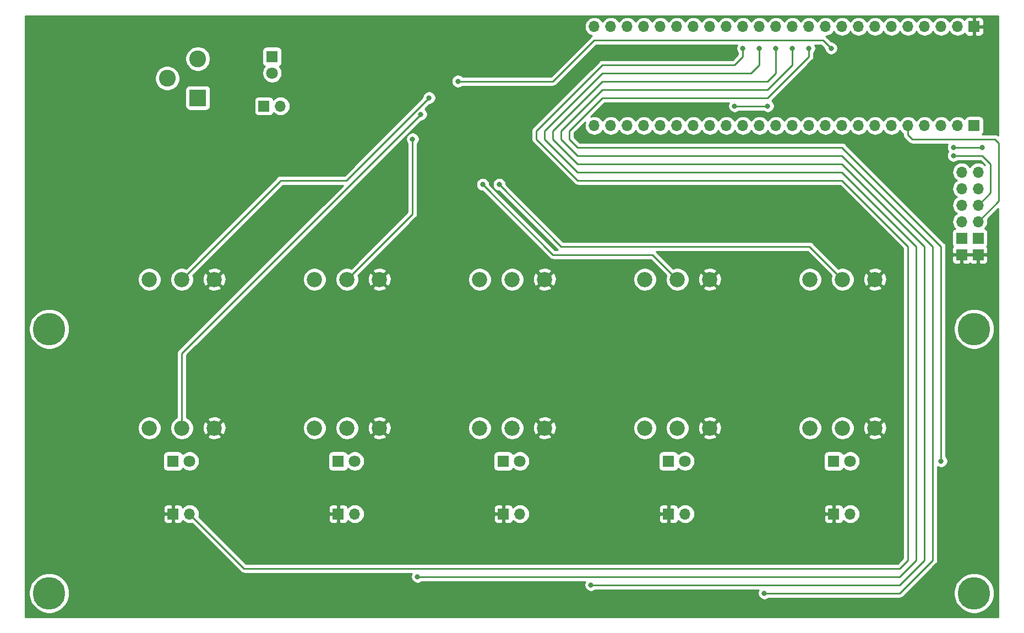
<source format=gbl>
G04 #@! TF.GenerationSoftware,KiCad,Pcbnew,(5.1.2-1)-1*
G04 #@! TF.CreationDate,2019-05-15T17:13:11-07:00*
G04 #@! TF.ProjectId,control_board,636f6e74-726f-46c5-9f62-6f6172642e6b,rev?*
G04 #@! TF.SameCoordinates,Original*
G04 #@! TF.FileFunction,Copper,L2,Bot*
G04 #@! TF.FilePolarity,Positive*
%FSLAX46Y46*%
G04 Gerber Fmt 4.6, Leading zero omitted, Abs format (unit mm)*
G04 Created by KiCad (PCBNEW (5.1.2-1)-1) date 2019-05-15 17:13:11*
%MOMM*%
%LPD*%
G04 APERTURE LIST*
%ADD10O,1.700000X1.700000*%
%ADD11R,1.700000X1.700000*%
%ADD12C,5.000000*%
%ADD13C,2.340000*%
%ADD14C,1.800000*%
%ADD15R,1.800000X1.800000*%
%ADD16C,2.600000*%
%ADD17R,2.600000X2.600000*%
%ADD18C,0.800000*%
%ADD19C,0.250000*%
%ADD20C,0.254000*%
G04 APERTURE END LIST*
D10*
X114300000Y-57150000D03*
D11*
X111760000Y-57150000D03*
D10*
X100330000Y-119888000D03*
D11*
X97790000Y-119888000D03*
D10*
X125730000Y-119888000D03*
D11*
X123190000Y-119888000D03*
D10*
X151130000Y-119888000D03*
D11*
X148590000Y-119888000D03*
D10*
X176530000Y-119888000D03*
D11*
X173990000Y-119888000D03*
D10*
X201930000Y-119888000D03*
D11*
X199390000Y-119888000D03*
X220980000Y-60152000D03*
D10*
X218440000Y-60152000D03*
X215900000Y-60152000D03*
X213360000Y-60152000D03*
X210820000Y-60152000D03*
X208280000Y-60152000D03*
X205740000Y-60152000D03*
X203200000Y-60152000D03*
X200660000Y-60152000D03*
X198120000Y-60152000D03*
X195580000Y-60152000D03*
X193040000Y-60152000D03*
X190500000Y-60152000D03*
X187960000Y-60152000D03*
X185420000Y-60152000D03*
X182880000Y-60152000D03*
X180340000Y-60152000D03*
X177800000Y-60152000D03*
X175260000Y-60152000D03*
X172720000Y-60152000D03*
X170180000Y-60152000D03*
X167640000Y-60152000D03*
X165100000Y-60152000D03*
X162560000Y-60152000D03*
X162560000Y-44912000D03*
X165100000Y-44912000D03*
X167640000Y-44912000D03*
X170180000Y-44912000D03*
X172720000Y-44912000D03*
X175260000Y-44912000D03*
X177800000Y-44912000D03*
X180340000Y-44912000D03*
X182880000Y-44912000D03*
X185420000Y-44912000D03*
X187960000Y-44912000D03*
X190500000Y-44912000D03*
X193040000Y-44912000D03*
X195580000Y-44912000D03*
X198120000Y-44912000D03*
X200660000Y-44912000D03*
X203200000Y-44912000D03*
X205740000Y-44912000D03*
X208280000Y-44912000D03*
X210820000Y-44912000D03*
X213360000Y-44912000D03*
X215900000Y-44912000D03*
X218440000Y-44912000D03*
D11*
X220980000Y-44912000D03*
D12*
X220980000Y-132080000D03*
X220980000Y-91440000D03*
X78740000Y-132080000D03*
X78740000Y-91440000D03*
D11*
X219075000Y-80010000D03*
X221615000Y-80010000D03*
X219075000Y-77470000D03*
X221615000Y-77470000D03*
D10*
X219075000Y-74930000D03*
X221615000Y-74930000D03*
X219075000Y-72390000D03*
X221615000Y-72390000D03*
X219075000Y-69850000D03*
X221615000Y-69850000D03*
X219075000Y-67310000D03*
X221615000Y-67310000D03*
D13*
X180340000Y-106680000D03*
X175340000Y-106680000D03*
X170340000Y-106680000D03*
D14*
X201930000Y-111760000D03*
D15*
X199390000Y-111760000D03*
X173990000Y-111760000D03*
D14*
X176530000Y-111760000D03*
D15*
X148590000Y-111760000D03*
D14*
X151130000Y-111760000D03*
D15*
X123190000Y-111760000D03*
D14*
X125730000Y-111760000D03*
X100330000Y-111760000D03*
D15*
X97790000Y-111760000D03*
D14*
X113030000Y-52070000D03*
D15*
X113030000Y-49530000D03*
D16*
X96900000Y-52880000D03*
X101600000Y-49880000D03*
D17*
X101600000Y-55880000D03*
D13*
X205740000Y-106680000D03*
X200740000Y-106680000D03*
X195740000Y-106680000D03*
X195740000Y-83820000D03*
X200740000Y-83820000D03*
X205740000Y-83820000D03*
X170340000Y-83820000D03*
X175340000Y-83820000D03*
X180340000Y-83820000D03*
X154940000Y-106680000D03*
X149940000Y-106680000D03*
X144940000Y-106680000D03*
X144940000Y-83820000D03*
X149940000Y-83820000D03*
X154940000Y-83820000D03*
X129540000Y-106680000D03*
X124540000Y-106680000D03*
X119540000Y-106680000D03*
X119540000Y-83820000D03*
X124540000Y-83820000D03*
X129540000Y-83820000D03*
X104140000Y-106680000D03*
X99140000Y-106680000D03*
X94140000Y-106680000D03*
X94140000Y-83820000D03*
X99140000Y-83820000D03*
X104140000Y-83820000D03*
D18*
X151384000Y-60452000D03*
X130810000Y-57150000D03*
X195580000Y-48260000D03*
X215900000Y-111760000D03*
X193040000Y-48260000D03*
X188722000Y-132080000D03*
X190500000Y-48260000D03*
X162052000Y-130810000D03*
X187960000Y-48260000D03*
X135382000Y-129540000D03*
X185420000Y-48260000D03*
X141605000Y-53340000D03*
X199000000Y-48260000D03*
X147955000Y-69215000D03*
X145415000Y-69215000D03*
X134620000Y-62230000D03*
X135890000Y-58420000D03*
X137160000Y-55880000D03*
X184150000Y-57150000D03*
X189230000Y-57150000D03*
X222250000Y-63500000D03*
X217805000Y-63500000D03*
X217805000Y-64770000D03*
D19*
X195580000Y-49530000D02*
X195580000Y-48260000D01*
X189230000Y-55880000D02*
X195580000Y-49530000D01*
X158750000Y-62230000D02*
X158750000Y-60960000D01*
X200660000Y-63500000D02*
X160020000Y-63500000D01*
X215900000Y-78740000D02*
X200660000Y-63500000D01*
X158750000Y-60960000D02*
X163830000Y-55880000D01*
X160020000Y-63500000D02*
X158750000Y-62230000D01*
X163830000Y-55880000D02*
X189230000Y-55880000D01*
X215900000Y-111760000D02*
X215900000Y-78740000D01*
X214630000Y-127000000D02*
X209550000Y-132080000D01*
X214630000Y-78740000D02*
X214630000Y-127000000D01*
X189230000Y-54610000D02*
X163830000Y-54610000D01*
X200660000Y-64770000D02*
X214630000Y-78740000D01*
X157480000Y-62230000D02*
X160020000Y-64770000D01*
X193040000Y-48260000D02*
X193040000Y-50800000D01*
X193040000Y-50800000D02*
X189230000Y-54610000D01*
X160020000Y-64770000D02*
X200660000Y-64770000D01*
X157480000Y-60960000D02*
X157480000Y-62230000D01*
X163830000Y-54610000D02*
X157480000Y-60960000D01*
X209550000Y-132080000D02*
X188722000Y-132080000D01*
X200660000Y-66040000D02*
X213360000Y-78740000D01*
X160020000Y-66040000D02*
X200660000Y-66040000D01*
X213360000Y-78740000D02*
X213360000Y-127000000D01*
X156210000Y-62230000D02*
X160020000Y-66040000D01*
X156210000Y-60960000D02*
X156210000Y-62230000D01*
X213360000Y-127000000D02*
X209550000Y-130810000D01*
X163830000Y-53340000D02*
X156210000Y-60960000D01*
X209550000Y-130810000D02*
X200660000Y-130810000D01*
X189230000Y-53340000D02*
X163830000Y-53340000D01*
X190500000Y-52070000D02*
X189230000Y-53340000D01*
X190500000Y-48260000D02*
X190500000Y-52070000D01*
X200660000Y-130810000D02*
X162052000Y-130810000D01*
X209550000Y-129540000D02*
X135382000Y-129540000D01*
X160020000Y-67310000D02*
X200660000Y-67310000D01*
X212090000Y-78740000D02*
X212090000Y-127000000D01*
X200660000Y-67310000D02*
X212090000Y-78740000D01*
X154940000Y-60960000D02*
X154940000Y-62230000D01*
X212090000Y-127000000D02*
X209550000Y-129540000D01*
X187960000Y-48260000D02*
X187960000Y-50800000D01*
X186690000Y-52070000D02*
X163830000Y-52070000D01*
X154940000Y-62230000D02*
X160020000Y-67310000D01*
X187960000Y-50800000D02*
X186690000Y-52070000D01*
X163830000Y-52070000D02*
X154940000Y-60960000D01*
X210820000Y-127000000D02*
X209550000Y-128270000D01*
X185420000Y-49530000D02*
X184150000Y-50800000D01*
X153670000Y-62230000D02*
X160020000Y-68580000D01*
X184150000Y-50800000D02*
X163830000Y-50800000D01*
X160020000Y-68580000D02*
X200660000Y-68580000D01*
X153670000Y-60960000D02*
X153670000Y-62230000D01*
X210820000Y-78740000D02*
X210820000Y-127000000D01*
X200660000Y-68580000D02*
X210820000Y-78740000D01*
X163830000Y-50800000D02*
X153670000Y-60960000D01*
X185420000Y-48260000D02*
X185420000Y-49530000D01*
X108712000Y-128270000D02*
X100330000Y-119888000D01*
X209550000Y-128270000D02*
X108712000Y-128270000D01*
X197730000Y-46990000D02*
X199000000Y-48260000D01*
X162560000Y-46990000D02*
X197730000Y-46990000D01*
X156210000Y-53340000D02*
X162560000Y-46990000D01*
X141605000Y-53340000D02*
X156210000Y-53340000D01*
X195660000Y-78740000D02*
X200740000Y-83820000D01*
X157480000Y-78740000D02*
X195660000Y-78740000D01*
X147955000Y-69215000D02*
X157480000Y-78740000D01*
X171530000Y-80010000D02*
X175340000Y-83820000D01*
X156210000Y-80010000D02*
X171530000Y-80010000D01*
X145415000Y-69215000D02*
X156210000Y-80010000D01*
X134620000Y-73740000D02*
X124540000Y-83820000D01*
X134620000Y-62230000D02*
X134620000Y-73740000D01*
X99140000Y-95170000D02*
X99140000Y-106680000D01*
X135890000Y-58420000D02*
X99140000Y-95170000D01*
X114300000Y-68660000D02*
X99140000Y-83820000D01*
X124460000Y-68580000D02*
X114300000Y-68580000D01*
X114300000Y-68580000D02*
X114300000Y-68660000D01*
X137160000Y-55880000D02*
X124460000Y-68580000D01*
X189230000Y-57150000D02*
X184150000Y-57150000D01*
X217805000Y-63500000D02*
X222250000Y-63500000D01*
X223520000Y-70485000D02*
X221615000Y-72390000D01*
X223520000Y-66040000D02*
X223520000Y-70485000D01*
X222250000Y-64770000D02*
X223520000Y-66040000D01*
X217805000Y-64770000D02*
X222250000Y-64770000D01*
X224790000Y-71755000D02*
X221615000Y-74930000D01*
X224790000Y-62865000D02*
X224790000Y-71755000D01*
X224155000Y-62230000D02*
X224790000Y-62865000D01*
X211455000Y-62230000D02*
X224155000Y-62230000D01*
X210820000Y-61595000D02*
X211455000Y-62230000D01*
X210820000Y-61595000D02*
X210820000Y-60152000D01*
D20*
G36*
X224663000Y-61663736D02*
G01*
X224579276Y-61595026D01*
X224447247Y-61524454D01*
X224303986Y-61480997D01*
X224192333Y-61470000D01*
X224192322Y-61470000D01*
X224155000Y-61466324D01*
X224117678Y-61470000D01*
X222260696Y-61470000D01*
X222281185Y-61453185D01*
X222360537Y-61356494D01*
X222419502Y-61246180D01*
X222455812Y-61126482D01*
X222468072Y-61002000D01*
X222468072Y-59302000D01*
X222455812Y-59177518D01*
X222419502Y-59057820D01*
X222360537Y-58947506D01*
X222281185Y-58850815D01*
X222184494Y-58771463D01*
X222074180Y-58712498D01*
X221954482Y-58676188D01*
X221830000Y-58663928D01*
X220130000Y-58663928D01*
X220005518Y-58676188D01*
X219885820Y-58712498D01*
X219775506Y-58771463D01*
X219678815Y-58850815D01*
X219599463Y-58947506D01*
X219540498Y-59057820D01*
X219519607Y-59126687D01*
X219495134Y-59096866D01*
X219269014Y-58911294D01*
X219011034Y-58773401D01*
X218731111Y-58688487D01*
X218512950Y-58667000D01*
X218367050Y-58667000D01*
X218148889Y-58688487D01*
X217868966Y-58773401D01*
X217610986Y-58911294D01*
X217384866Y-59096866D01*
X217199294Y-59322986D01*
X217170000Y-59377791D01*
X217140706Y-59322986D01*
X216955134Y-59096866D01*
X216729014Y-58911294D01*
X216471034Y-58773401D01*
X216191111Y-58688487D01*
X215972950Y-58667000D01*
X215827050Y-58667000D01*
X215608889Y-58688487D01*
X215328966Y-58773401D01*
X215070986Y-58911294D01*
X214844866Y-59096866D01*
X214659294Y-59322986D01*
X214630000Y-59377791D01*
X214600706Y-59322986D01*
X214415134Y-59096866D01*
X214189014Y-58911294D01*
X213931034Y-58773401D01*
X213651111Y-58688487D01*
X213432950Y-58667000D01*
X213287050Y-58667000D01*
X213068889Y-58688487D01*
X212788966Y-58773401D01*
X212530986Y-58911294D01*
X212304866Y-59096866D01*
X212119294Y-59322986D01*
X212090000Y-59377791D01*
X212060706Y-59322986D01*
X211875134Y-59096866D01*
X211649014Y-58911294D01*
X211391034Y-58773401D01*
X211111111Y-58688487D01*
X210892950Y-58667000D01*
X210747050Y-58667000D01*
X210528889Y-58688487D01*
X210248966Y-58773401D01*
X209990986Y-58911294D01*
X209764866Y-59096866D01*
X209579294Y-59322986D01*
X209550000Y-59377791D01*
X209520706Y-59322986D01*
X209335134Y-59096866D01*
X209109014Y-58911294D01*
X208851034Y-58773401D01*
X208571111Y-58688487D01*
X208352950Y-58667000D01*
X208207050Y-58667000D01*
X207988889Y-58688487D01*
X207708966Y-58773401D01*
X207450986Y-58911294D01*
X207224866Y-59096866D01*
X207039294Y-59322986D01*
X207010000Y-59377791D01*
X206980706Y-59322986D01*
X206795134Y-59096866D01*
X206569014Y-58911294D01*
X206311034Y-58773401D01*
X206031111Y-58688487D01*
X205812950Y-58667000D01*
X205667050Y-58667000D01*
X205448889Y-58688487D01*
X205168966Y-58773401D01*
X204910986Y-58911294D01*
X204684866Y-59096866D01*
X204499294Y-59322986D01*
X204470000Y-59377791D01*
X204440706Y-59322986D01*
X204255134Y-59096866D01*
X204029014Y-58911294D01*
X203771034Y-58773401D01*
X203491111Y-58688487D01*
X203272950Y-58667000D01*
X203127050Y-58667000D01*
X202908889Y-58688487D01*
X202628966Y-58773401D01*
X202370986Y-58911294D01*
X202144866Y-59096866D01*
X201959294Y-59322986D01*
X201930000Y-59377791D01*
X201900706Y-59322986D01*
X201715134Y-59096866D01*
X201489014Y-58911294D01*
X201231034Y-58773401D01*
X200951111Y-58688487D01*
X200732950Y-58667000D01*
X200587050Y-58667000D01*
X200368889Y-58688487D01*
X200088966Y-58773401D01*
X199830986Y-58911294D01*
X199604866Y-59096866D01*
X199419294Y-59322986D01*
X199390000Y-59377791D01*
X199360706Y-59322986D01*
X199175134Y-59096866D01*
X198949014Y-58911294D01*
X198691034Y-58773401D01*
X198411111Y-58688487D01*
X198192950Y-58667000D01*
X198047050Y-58667000D01*
X197828889Y-58688487D01*
X197548966Y-58773401D01*
X197290986Y-58911294D01*
X197064866Y-59096866D01*
X196879294Y-59322986D01*
X196850000Y-59377791D01*
X196820706Y-59322986D01*
X196635134Y-59096866D01*
X196409014Y-58911294D01*
X196151034Y-58773401D01*
X195871111Y-58688487D01*
X195652950Y-58667000D01*
X195507050Y-58667000D01*
X195288889Y-58688487D01*
X195008966Y-58773401D01*
X194750986Y-58911294D01*
X194524866Y-59096866D01*
X194339294Y-59322986D01*
X194310000Y-59377791D01*
X194280706Y-59322986D01*
X194095134Y-59096866D01*
X193869014Y-58911294D01*
X193611034Y-58773401D01*
X193331111Y-58688487D01*
X193112950Y-58667000D01*
X192967050Y-58667000D01*
X192748889Y-58688487D01*
X192468966Y-58773401D01*
X192210986Y-58911294D01*
X191984866Y-59096866D01*
X191799294Y-59322986D01*
X191770000Y-59377791D01*
X191740706Y-59322986D01*
X191555134Y-59096866D01*
X191329014Y-58911294D01*
X191071034Y-58773401D01*
X190791111Y-58688487D01*
X190572950Y-58667000D01*
X190427050Y-58667000D01*
X190208889Y-58688487D01*
X189928966Y-58773401D01*
X189670986Y-58911294D01*
X189444866Y-59096866D01*
X189259294Y-59322986D01*
X189230000Y-59377791D01*
X189200706Y-59322986D01*
X189015134Y-59096866D01*
X188789014Y-58911294D01*
X188531034Y-58773401D01*
X188251111Y-58688487D01*
X188032950Y-58667000D01*
X187887050Y-58667000D01*
X187668889Y-58688487D01*
X187388966Y-58773401D01*
X187130986Y-58911294D01*
X186904866Y-59096866D01*
X186719294Y-59322986D01*
X186690000Y-59377791D01*
X186660706Y-59322986D01*
X186475134Y-59096866D01*
X186249014Y-58911294D01*
X185991034Y-58773401D01*
X185711111Y-58688487D01*
X185492950Y-58667000D01*
X185347050Y-58667000D01*
X185128889Y-58688487D01*
X184848966Y-58773401D01*
X184590986Y-58911294D01*
X184364866Y-59096866D01*
X184179294Y-59322986D01*
X184150000Y-59377791D01*
X184120706Y-59322986D01*
X183935134Y-59096866D01*
X183709014Y-58911294D01*
X183451034Y-58773401D01*
X183171111Y-58688487D01*
X182952950Y-58667000D01*
X182807050Y-58667000D01*
X182588889Y-58688487D01*
X182308966Y-58773401D01*
X182050986Y-58911294D01*
X181824866Y-59096866D01*
X181639294Y-59322986D01*
X181610000Y-59377791D01*
X181580706Y-59322986D01*
X181395134Y-59096866D01*
X181169014Y-58911294D01*
X180911034Y-58773401D01*
X180631111Y-58688487D01*
X180412950Y-58667000D01*
X180267050Y-58667000D01*
X180048889Y-58688487D01*
X179768966Y-58773401D01*
X179510986Y-58911294D01*
X179284866Y-59096866D01*
X179099294Y-59322986D01*
X179070000Y-59377791D01*
X179040706Y-59322986D01*
X178855134Y-59096866D01*
X178629014Y-58911294D01*
X178371034Y-58773401D01*
X178091111Y-58688487D01*
X177872950Y-58667000D01*
X177727050Y-58667000D01*
X177508889Y-58688487D01*
X177228966Y-58773401D01*
X176970986Y-58911294D01*
X176744866Y-59096866D01*
X176559294Y-59322986D01*
X176530000Y-59377791D01*
X176500706Y-59322986D01*
X176315134Y-59096866D01*
X176089014Y-58911294D01*
X175831034Y-58773401D01*
X175551111Y-58688487D01*
X175332950Y-58667000D01*
X175187050Y-58667000D01*
X174968889Y-58688487D01*
X174688966Y-58773401D01*
X174430986Y-58911294D01*
X174204866Y-59096866D01*
X174019294Y-59322986D01*
X173990000Y-59377791D01*
X173960706Y-59322986D01*
X173775134Y-59096866D01*
X173549014Y-58911294D01*
X173291034Y-58773401D01*
X173011111Y-58688487D01*
X172792950Y-58667000D01*
X172647050Y-58667000D01*
X172428889Y-58688487D01*
X172148966Y-58773401D01*
X171890986Y-58911294D01*
X171664866Y-59096866D01*
X171479294Y-59322986D01*
X171450000Y-59377791D01*
X171420706Y-59322986D01*
X171235134Y-59096866D01*
X171009014Y-58911294D01*
X170751034Y-58773401D01*
X170471111Y-58688487D01*
X170252950Y-58667000D01*
X170107050Y-58667000D01*
X169888889Y-58688487D01*
X169608966Y-58773401D01*
X169350986Y-58911294D01*
X169124866Y-59096866D01*
X168939294Y-59322986D01*
X168910000Y-59377791D01*
X168880706Y-59322986D01*
X168695134Y-59096866D01*
X168469014Y-58911294D01*
X168211034Y-58773401D01*
X167931111Y-58688487D01*
X167712950Y-58667000D01*
X167567050Y-58667000D01*
X167348889Y-58688487D01*
X167068966Y-58773401D01*
X166810986Y-58911294D01*
X166584866Y-59096866D01*
X166399294Y-59322986D01*
X166370000Y-59377791D01*
X166340706Y-59322986D01*
X166155134Y-59096866D01*
X165929014Y-58911294D01*
X165671034Y-58773401D01*
X165391111Y-58688487D01*
X165172950Y-58667000D01*
X165027050Y-58667000D01*
X164808889Y-58688487D01*
X164528966Y-58773401D01*
X164270986Y-58911294D01*
X164044866Y-59096866D01*
X163859294Y-59322986D01*
X163830000Y-59377791D01*
X163800706Y-59322986D01*
X163615134Y-59096866D01*
X163389014Y-58911294D01*
X163131034Y-58773401D01*
X162851111Y-58688487D01*
X162632950Y-58667000D01*
X162487050Y-58667000D01*
X162268889Y-58688487D01*
X162021169Y-58763632D01*
X164144802Y-56640000D01*
X183245987Y-56640000D01*
X183232795Y-56659744D01*
X183154774Y-56848102D01*
X183115000Y-57048061D01*
X183115000Y-57251939D01*
X183154774Y-57451898D01*
X183232795Y-57640256D01*
X183346063Y-57809774D01*
X183490226Y-57953937D01*
X183659744Y-58067205D01*
X183848102Y-58145226D01*
X184048061Y-58185000D01*
X184251939Y-58185000D01*
X184451898Y-58145226D01*
X184640256Y-58067205D01*
X184809774Y-57953937D01*
X184853711Y-57910000D01*
X188526289Y-57910000D01*
X188570226Y-57953937D01*
X188739744Y-58067205D01*
X188928102Y-58145226D01*
X189128061Y-58185000D01*
X189331939Y-58185000D01*
X189531898Y-58145226D01*
X189720256Y-58067205D01*
X189889774Y-57953937D01*
X190033937Y-57809774D01*
X190147205Y-57640256D01*
X190225226Y-57451898D01*
X190265000Y-57251939D01*
X190265000Y-57048061D01*
X190225226Y-56848102D01*
X190147205Y-56659744D01*
X190033937Y-56490226D01*
X189889774Y-56346063D01*
X189859180Y-56325621D01*
X196091004Y-50093798D01*
X196120001Y-50070001D01*
X196147639Y-50036324D01*
X196214974Y-49954277D01*
X196285546Y-49822247D01*
X196325838Y-49689419D01*
X196329003Y-49678986D01*
X196340000Y-49567333D01*
X196340000Y-49567324D01*
X196343676Y-49530001D01*
X196340000Y-49492678D01*
X196340000Y-48963711D01*
X196383937Y-48919774D01*
X196497205Y-48750256D01*
X196575226Y-48561898D01*
X196615000Y-48361939D01*
X196615000Y-48158061D01*
X196575226Y-47958102D01*
X196497205Y-47769744D01*
X196484013Y-47750000D01*
X197415199Y-47750000D01*
X197965000Y-48299802D01*
X197965000Y-48361939D01*
X198004774Y-48561898D01*
X198082795Y-48750256D01*
X198196063Y-48919774D01*
X198340226Y-49063937D01*
X198509744Y-49177205D01*
X198698102Y-49255226D01*
X198898061Y-49295000D01*
X199101939Y-49295000D01*
X199301898Y-49255226D01*
X199490256Y-49177205D01*
X199659774Y-49063937D01*
X199803937Y-48919774D01*
X199917205Y-48750256D01*
X199995226Y-48561898D01*
X200035000Y-48361939D01*
X200035000Y-48158061D01*
X199995226Y-47958102D01*
X199917205Y-47769744D01*
X199803937Y-47600226D01*
X199659774Y-47456063D01*
X199490256Y-47342795D01*
X199301898Y-47264774D01*
X199101939Y-47225000D01*
X199039802Y-47225000D01*
X198293804Y-46479003D01*
X198270001Y-46449999D01*
X198204085Y-46395903D01*
X198411111Y-46375513D01*
X198691034Y-46290599D01*
X198949014Y-46152706D01*
X199175134Y-45967134D01*
X199360706Y-45741014D01*
X199390000Y-45686209D01*
X199419294Y-45741014D01*
X199604866Y-45967134D01*
X199830986Y-46152706D01*
X200088966Y-46290599D01*
X200368889Y-46375513D01*
X200587050Y-46397000D01*
X200732950Y-46397000D01*
X200951111Y-46375513D01*
X201231034Y-46290599D01*
X201489014Y-46152706D01*
X201715134Y-45967134D01*
X201900706Y-45741014D01*
X201930000Y-45686209D01*
X201959294Y-45741014D01*
X202144866Y-45967134D01*
X202370986Y-46152706D01*
X202628966Y-46290599D01*
X202908889Y-46375513D01*
X203127050Y-46397000D01*
X203272950Y-46397000D01*
X203491111Y-46375513D01*
X203771034Y-46290599D01*
X204029014Y-46152706D01*
X204255134Y-45967134D01*
X204440706Y-45741014D01*
X204470000Y-45686209D01*
X204499294Y-45741014D01*
X204684866Y-45967134D01*
X204910986Y-46152706D01*
X205168966Y-46290599D01*
X205448889Y-46375513D01*
X205667050Y-46397000D01*
X205812950Y-46397000D01*
X206031111Y-46375513D01*
X206311034Y-46290599D01*
X206569014Y-46152706D01*
X206795134Y-45967134D01*
X206980706Y-45741014D01*
X207010000Y-45686209D01*
X207039294Y-45741014D01*
X207224866Y-45967134D01*
X207450986Y-46152706D01*
X207708966Y-46290599D01*
X207988889Y-46375513D01*
X208207050Y-46397000D01*
X208352950Y-46397000D01*
X208571111Y-46375513D01*
X208851034Y-46290599D01*
X209109014Y-46152706D01*
X209335134Y-45967134D01*
X209520706Y-45741014D01*
X209550000Y-45686209D01*
X209579294Y-45741014D01*
X209764866Y-45967134D01*
X209990986Y-46152706D01*
X210248966Y-46290599D01*
X210528889Y-46375513D01*
X210747050Y-46397000D01*
X210892950Y-46397000D01*
X211111111Y-46375513D01*
X211391034Y-46290599D01*
X211649014Y-46152706D01*
X211875134Y-45967134D01*
X212060706Y-45741014D01*
X212090000Y-45686209D01*
X212119294Y-45741014D01*
X212304866Y-45967134D01*
X212530986Y-46152706D01*
X212788966Y-46290599D01*
X213068889Y-46375513D01*
X213287050Y-46397000D01*
X213432950Y-46397000D01*
X213651111Y-46375513D01*
X213931034Y-46290599D01*
X214189014Y-46152706D01*
X214415134Y-45967134D01*
X214600706Y-45741014D01*
X214630000Y-45686209D01*
X214659294Y-45741014D01*
X214844866Y-45967134D01*
X215070986Y-46152706D01*
X215328966Y-46290599D01*
X215608889Y-46375513D01*
X215827050Y-46397000D01*
X215972950Y-46397000D01*
X216191111Y-46375513D01*
X216471034Y-46290599D01*
X216729014Y-46152706D01*
X216955134Y-45967134D01*
X217140706Y-45741014D01*
X217170000Y-45686209D01*
X217199294Y-45741014D01*
X217384866Y-45967134D01*
X217610986Y-46152706D01*
X217868966Y-46290599D01*
X218148889Y-46375513D01*
X218367050Y-46397000D01*
X218512950Y-46397000D01*
X218731111Y-46375513D01*
X219011034Y-46290599D01*
X219269014Y-46152706D01*
X219495134Y-45967134D01*
X219519607Y-45937313D01*
X219540498Y-46006180D01*
X219599463Y-46116494D01*
X219678815Y-46213185D01*
X219775506Y-46292537D01*
X219885820Y-46351502D01*
X220005518Y-46387812D01*
X220130000Y-46400072D01*
X220694250Y-46397000D01*
X220853000Y-46238250D01*
X220853000Y-45039000D01*
X221107000Y-45039000D01*
X221107000Y-46238250D01*
X221265750Y-46397000D01*
X221830000Y-46400072D01*
X221954482Y-46387812D01*
X222074180Y-46351502D01*
X222184494Y-46292537D01*
X222281185Y-46213185D01*
X222360537Y-46116494D01*
X222419502Y-46006180D01*
X222455812Y-45886482D01*
X222468072Y-45762000D01*
X222465000Y-45197750D01*
X222306250Y-45039000D01*
X221107000Y-45039000D01*
X220853000Y-45039000D01*
X220833000Y-45039000D01*
X220833000Y-44785000D01*
X220853000Y-44785000D01*
X220853000Y-43585750D01*
X221107000Y-43585750D01*
X221107000Y-44785000D01*
X222306250Y-44785000D01*
X222465000Y-44626250D01*
X222468072Y-44062000D01*
X222455812Y-43937518D01*
X222419502Y-43817820D01*
X222360537Y-43707506D01*
X222281185Y-43610815D01*
X222184494Y-43531463D01*
X222074180Y-43472498D01*
X221954482Y-43436188D01*
X221830000Y-43423928D01*
X221265750Y-43427000D01*
X221107000Y-43585750D01*
X220853000Y-43585750D01*
X220694250Y-43427000D01*
X220130000Y-43423928D01*
X220005518Y-43436188D01*
X219885820Y-43472498D01*
X219775506Y-43531463D01*
X219678815Y-43610815D01*
X219599463Y-43707506D01*
X219540498Y-43817820D01*
X219519607Y-43886687D01*
X219495134Y-43856866D01*
X219269014Y-43671294D01*
X219011034Y-43533401D01*
X218731111Y-43448487D01*
X218512950Y-43427000D01*
X218367050Y-43427000D01*
X218148889Y-43448487D01*
X217868966Y-43533401D01*
X217610986Y-43671294D01*
X217384866Y-43856866D01*
X217199294Y-44082986D01*
X217170000Y-44137791D01*
X217140706Y-44082986D01*
X216955134Y-43856866D01*
X216729014Y-43671294D01*
X216471034Y-43533401D01*
X216191111Y-43448487D01*
X215972950Y-43427000D01*
X215827050Y-43427000D01*
X215608889Y-43448487D01*
X215328966Y-43533401D01*
X215070986Y-43671294D01*
X214844866Y-43856866D01*
X214659294Y-44082986D01*
X214630000Y-44137791D01*
X214600706Y-44082986D01*
X214415134Y-43856866D01*
X214189014Y-43671294D01*
X213931034Y-43533401D01*
X213651111Y-43448487D01*
X213432950Y-43427000D01*
X213287050Y-43427000D01*
X213068889Y-43448487D01*
X212788966Y-43533401D01*
X212530986Y-43671294D01*
X212304866Y-43856866D01*
X212119294Y-44082986D01*
X212090000Y-44137791D01*
X212060706Y-44082986D01*
X211875134Y-43856866D01*
X211649014Y-43671294D01*
X211391034Y-43533401D01*
X211111111Y-43448487D01*
X210892950Y-43427000D01*
X210747050Y-43427000D01*
X210528889Y-43448487D01*
X210248966Y-43533401D01*
X209990986Y-43671294D01*
X209764866Y-43856866D01*
X209579294Y-44082986D01*
X209550000Y-44137791D01*
X209520706Y-44082986D01*
X209335134Y-43856866D01*
X209109014Y-43671294D01*
X208851034Y-43533401D01*
X208571111Y-43448487D01*
X208352950Y-43427000D01*
X208207050Y-43427000D01*
X207988889Y-43448487D01*
X207708966Y-43533401D01*
X207450986Y-43671294D01*
X207224866Y-43856866D01*
X207039294Y-44082986D01*
X207010000Y-44137791D01*
X206980706Y-44082986D01*
X206795134Y-43856866D01*
X206569014Y-43671294D01*
X206311034Y-43533401D01*
X206031111Y-43448487D01*
X205812950Y-43427000D01*
X205667050Y-43427000D01*
X205448889Y-43448487D01*
X205168966Y-43533401D01*
X204910986Y-43671294D01*
X204684866Y-43856866D01*
X204499294Y-44082986D01*
X204470000Y-44137791D01*
X204440706Y-44082986D01*
X204255134Y-43856866D01*
X204029014Y-43671294D01*
X203771034Y-43533401D01*
X203491111Y-43448487D01*
X203272950Y-43427000D01*
X203127050Y-43427000D01*
X202908889Y-43448487D01*
X202628966Y-43533401D01*
X202370986Y-43671294D01*
X202144866Y-43856866D01*
X201959294Y-44082986D01*
X201930000Y-44137791D01*
X201900706Y-44082986D01*
X201715134Y-43856866D01*
X201489014Y-43671294D01*
X201231034Y-43533401D01*
X200951111Y-43448487D01*
X200732950Y-43427000D01*
X200587050Y-43427000D01*
X200368889Y-43448487D01*
X200088966Y-43533401D01*
X199830986Y-43671294D01*
X199604866Y-43856866D01*
X199419294Y-44082986D01*
X199390000Y-44137791D01*
X199360706Y-44082986D01*
X199175134Y-43856866D01*
X198949014Y-43671294D01*
X198691034Y-43533401D01*
X198411111Y-43448487D01*
X198192950Y-43427000D01*
X198047050Y-43427000D01*
X197828889Y-43448487D01*
X197548966Y-43533401D01*
X197290986Y-43671294D01*
X197064866Y-43856866D01*
X196879294Y-44082986D01*
X196850000Y-44137791D01*
X196820706Y-44082986D01*
X196635134Y-43856866D01*
X196409014Y-43671294D01*
X196151034Y-43533401D01*
X195871111Y-43448487D01*
X195652950Y-43427000D01*
X195507050Y-43427000D01*
X195288889Y-43448487D01*
X195008966Y-43533401D01*
X194750986Y-43671294D01*
X194524866Y-43856866D01*
X194339294Y-44082986D01*
X194310000Y-44137791D01*
X194280706Y-44082986D01*
X194095134Y-43856866D01*
X193869014Y-43671294D01*
X193611034Y-43533401D01*
X193331111Y-43448487D01*
X193112950Y-43427000D01*
X192967050Y-43427000D01*
X192748889Y-43448487D01*
X192468966Y-43533401D01*
X192210986Y-43671294D01*
X191984866Y-43856866D01*
X191799294Y-44082986D01*
X191770000Y-44137791D01*
X191740706Y-44082986D01*
X191555134Y-43856866D01*
X191329014Y-43671294D01*
X191071034Y-43533401D01*
X190791111Y-43448487D01*
X190572950Y-43427000D01*
X190427050Y-43427000D01*
X190208889Y-43448487D01*
X189928966Y-43533401D01*
X189670986Y-43671294D01*
X189444866Y-43856866D01*
X189259294Y-44082986D01*
X189230000Y-44137791D01*
X189200706Y-44082986D01*
X189015134Y-43856866D01*
X188789014Y-43671294D01*
X188531034Y-43533401D01*
X188251111Y-43448487D01*
X188032950Y-43427000D01*
X187887050Y-43427000D01*
X187668889Y-43448487D01*
X187388966Y-43533401D01*
X187130986Y-43671294D01*
X186904866Y-43856866D01*
X186719294Y-44082986D01*
X186690000Y-44137791D01*
X186660706Y-44082986D01*
X186475134Y-43856866D01*
X186249014Y-43671294D01*
X185991034Y-43533401D01*
X185711111Y-43448487D01*
X185492950Y-43427000D01*
X185347050Y-43427000D01*
X185128889Y-43448487D01*
X184848966Y-43533401D01*
X184590986Y-43671294D01*
X184364866Y-43856866D01*
X184179294Y-44082986D01*
X184150000Y-44137791D01*
X184120706Y-44082986D01*
X183935134Y-43856866D01*
X183709014Y-43671294D01*
X183451034Y-43533401D01*
X183171111Y-43448487D01*
X182952950Y-43427000D01*
X182807050Y-43427000D01*
X182588889Y-43448487D01*
X182308966Y-43533401D01*
X182050986Y-43671294D01*
X181824866Y-43856866D01*
X181639294Y-44082986D01*
X181610000Y-44137791D01*
X181580706Y-44082986D01*
X181395134Y-43856866D01*
X181169014Y-43671294D01*
X180911034Y-43533401D01*
X180631111Y-43448487D01*
X180412950Y-43427000D01*
X180267050Y-43427000D01*
X180048889Y-43448487D01*
X179768966Y-43533401D01*
X179510986Y-43671294D01*
X179284866Y-43856866D01*
X179099294Y-44082986D01*
X179070000Y-44137791D01*
X179040706Y-44082986D01*
X178855134Y-43856866D01*
X178629014Y-43671294D01*
X178371034Y-43533401D01*
X178091111Y-43448487D01*
X177872950Y-43427000D01*
X177727050Y-43427000D01*
X177508889Y-43448487D01*
X177228966Y-43533401D01*
X176970986Y-43671294D01*
X176744866Y-43856866D01*
X176559294Y-44082986D01*
X176530000Y-44137791D01*
X176500706Y-44082986D01*
X176315134Y-43856866D01*
X176089014Y-43671294D01*
X175831034Y-43533401D01*
X175551111Y-43448487D01*
X175332950Y-43427000D01*
X175187050Y-43427000D01*
X174968889Y-43448487D01*
X174688966Y-43533401D01*
X174430986Y-43671294D01*
X174204866Y-43856866D01*
X174019294Y-44082986D01*
X173990000Y-44137791D01*
X173960706Y-44082986D01*
X173775134Y-43856866D01*
X173549014Y-43671294D01*
X173291034Y-43533401D01*
X173011111Y-43448487D01*
X172792950Y-43427000D01*
X172647050Y-43427000D01*
X172428889Y-43448487D01*
X172148966Y-43533401D01*
X171890986Y-43671294D01*
X171664866Y-43856866D01*
X171479294Y-44082986D01*
X171450000Y-44137791D01*
X171420706Y-44082986D01*
X171235134Y-43856866D01*
X171009014Y-43671294D01*
X170751034Y-43533401D01*
X170471111Y-43448487D01*
X170252950Y-43427000D01*
X170107050Y-43427000D01*
X169888889Y-43448487D01*
X169608966Y-43533401D01*
X169350986Y-43671294D01*
X169124866Y-43856866D01*
X168939294Y-44082986D01*
X168910000Y-44137791D01*
X168880706Y-44082986D01*
X168695134Y-43856866D01*
X168469014Y-43671294D01*
X168211034Y-43533401D01*
X167931111Y-43448487D01*
X167712950Y-43427000D01*
X167567050Y-43427000D01*
X167348889Y-43448487D01*
X167068966Y-43533401D01*
X166810986Y-43671294D01*
X166584866Y-43856866D01*
X166399294Y-44082986D01*
X166370000Y-44137791D01*
X166340706Y-44082986D01*
X166155134Y-43856866D01*
X165929014Y-43671294D01*
X165671034Y-43533401D01*
X165391111Y-43448487D01*
X165172950Y-43427000D01*
X165027050Y-43427000D01*
X164808889Y-43448487D01*
X164528966Y-43533401D01*
X164270986Y-43671294D01*
X164044866Y-43856866D01*
X163859294Y-44082986D01*
X163830000Y-44137791D01*
X163800706Y-44082986D01*
X163615134Y-43856866D01*
X163389014Y-43671294D01*
X163131034Y-43533401D01*
X162851111Y-43448487D01*
X162632950Y-43427000D01*
X162487050Y-43427000D01*
X162268889Y-43448487D01*
X161988966Y-43533401D01*
X161730986Y-43671294D01*
X161504866Y-43856866D01*
X161319294Y-44082986D01*
X161181401Y-44340966D01*
X161096487Y-44620889D01*
X161067815Y-44912000D01*
X161096487Y-45203111D01*
X161181401Y-45483034D01*
X161319294Y-45741014D01*
X161504866Y-45967134D01*
X161730986Y-46152706D01*
X161988966Y-46290599D01*
X162159484Y-46342325D01*
X162135723Y-46355026D01*
X162080835Y-46400072D01*
X162019999Y-46449999D01*
X161996201Y-46478997D01*
X155895199Y-52580000D01*
X142308711Y-52580000D01*
X142264774Y-52536063D01*
X142095256Y-52422795D01*
X141906898Y-52344774D01*
X141706939Y-52305000D01*
X141503061Y-52305000D01*
X141303102Y-52344774D01*
X141114744Y-52422795D01*
X140945226Y-52536063D01*
X140801063Y-52680226D01*
X140687795Y-52849744D01*
X140609774Y-53038102D01*
X140570000Y-53238061D01*
X140570000Y-53441939D01*
X140609774Y-53641898D01*
X140687795Y-53830256D01*
X140801063Y-53999774D01*
X140945226Y-54143937D01*
X141114744Y-54257205D01*
X141303102Y-54335226D01*
X141503061Y-54375000D01*
X141706939Y-54375000D01*
X141906898Y-54335226D01*
X142095256Y-54257205D01*
X142264774Y-54143937D01*
X142308711Y-54100000D01*
X156172678Y-54100000D01*
X156210000Y-54103676D01*
X156247322Y-54100000D01*
X156247333Y-54100000D01*
X156358986Y-54089003D01*
X156502247Y-54045546D01*
X156634276Y-53974974D01*
X156750001Y-53880001D01*
X156773804Y-53850997D01*
X162874802Y-47750000D01*
X184515987Y-47750000D01*
X184502795Y-47769744D01*
X184424774Y-47958102D01*
X184385000Y-48158061D01*
X184385000Y-48361939D01*
X184424774Y-48561898D01*
X184502795Y-48750256D01*
X184616063Y-48919774D01*
X184660001Y-48963712D01*
X184660001Y-49215197D01*
X183835199Y-50040000D01*
X163867325Y-50040000D01*
X163830000Y-50036324D01*
X163792675Y-50040000D01*
X163792667Y-50040000D01*
X163681014Y-50050997D01*
X163537753Y-50094454D01*
X163405724Y-50165026D01*
X163289999Y-50259999D01*
X163266201Y-50288997D01*
X153159003Y-60396196D01*
X153129999Y-60419999D01*
X153074871Y-60487174D01*
X153035026Y-60535724D01*
X152964455Y-60667753D01*
X152964454Y-60667754D01*
X152920997Y-60811015D01*
X152910000Y-60922668D01*
X152910000Y-60922678D01*
X152906324Y-60960000D01*
X152910000Y-60997323D01*
X152910001Y-62192667D01*
X152906324Y-62230000D01*
X152910001Y-62267332D01*
X152910001Y-62267333D01*
X152917553Y-62344003D01*
X152920998Y-62378985D01*
X152964454Y-62522246D01*
X153035026Y-62654276D01*
X153089175Y-62720256D01*
X153130000Y-62770001D01*
X153158998Y-62793799D01*
X159456200Y-69091002D01*
X159479999Y-69120001D01*
X159508997Y-69143799D01*
X159595723Y-69214974D01*
X159715443Y-69278966D01*
X159727753Y-69285546D01*
X159871014Y-69329003D01*
X159982667Y-69340000D01*
X159982676Y-69340000D01*
X160019999Y-69343676D01*
X160057322Y-69340000D01*
X200345199Y-69340000D01*
X210060000Y-79054802D01*
X210060001Y-126685197D01*
X209235199Y-127510000D01*
X109026802Y-127510000D01*
X102254802Y-120738000D01*
X121701928Y-120738000D01*
X121714188Y-120862482D01*
X121750498Y-120982180D01*
X121809463Y-121092494D01*
X121888815Y-121189185D01*
X121985506Y-121268537D01*
X122095820Y-121327502D01*
X122215518Y-121363812D01*
X122340000Y-121376072D01*
X122904250Y-121373000D01*
X123063000Y-121214250D01*
X123063000Y-120015000D01*
X121863750Y-120015000D01*
X121705000Y-120173750D01*
X121701928Y-120738000D01*
X102254802Y-120738000D01*
X101770797Y-120253996D01*
X101793513Y-120179111D01*
X101822185Y-119888000D01*
X101793513Y-119596889D01*
X101708599Y-119316966D01*
X101570706Y-119058986D01*
X101553484Y-119038000D01*
X121701928Y-119038000D01*
X121705000Y-119602250D01*
X121863750Y-119761000D01*
X123063000Y-119761000D01*
X123063000Y-118561750D01*
X123317000Y-118561750D01*
X123317000Y-119761000D01*
X123337000Y-119761000D01*
X123337000Y-120015000D01*
X123317000Y-120015000D01*
X123317000Y-121214250D01*
X123475750Y-121373000D01*
X124040000Y-121376072D01*
X124164482Y-121363812D01*
X124284180Y-121327502D01*
X124394494Y-121268537D01*
X124491185Y-121189185D01*
X124570537Y-121092494D01*
X124629502Y-120982180D01*
X124650393Y-120913313D01*
X124674866Y-120943134D01*
X124900986Y-121128706D01*
X125158966Y-121266599D01*
X125438889Y-121351513D01*
X125657050Y-121373000D01*
X125802950Y-121373000D01*
X126021111Y-121351513D01*
X126301034Y-121266599D01*
X126559014Y-121128706D01*
X126785134Y-120943134D01*
X126953483Y-120738000D01*
X147101928Y-120738000D01*
X147114188Y-120862482D01*
X147150498Y-120982180D01*
X147209463Y-121092494D01*
X147288815Y-121189185D01*
X147385506Y-121268537D01*
X147495820Y-121327502D01*
X147615518Y-121363812D01*
X147740000Y-121376072D01*
X148304250Y-121373000D01*
X148463000Y-121214250D01*
X148463000Y-120015000D01*
X147263750Y-120015000D01*
X147105000Y-120173750D01*
X147101928Y-120738000D01*
X126953483Y-120738000D01*
X126970706Y-120717014D01*
X127108599Y-120459034D01*
X127193513Y-120179111D01*
X127222185Y-119888000D01*
X127193513Y-119596889D01*
X127108599Y-119316966D01*
X126970706Y-119058986D01*
X126953484Y-119038000D01*
X147101928Y-119038000D01*
X147105000Y-119602250D01*
X147263750Y-119761000D01*
X148463000Y-119761000D01*
X148463000Y-118561750D01*
X148717000Y-118561750D01*
X148717000Y-119761000D01*
X148737000Y-119761000D01*
X148737000Y-120015000D01*
X148717000Y-120015000D01*
X148717000Y-121214250D01*
X148875750Y-121373000D01*
X149440000Y-121376072D01*
X149564482Y-121363812D01*
X149684180Y-121327502D01*
X149794494Y-121268537D01*
X149891185Y-121189185D01*
X149970537Y-121092494D01*
X150029502Y-120982180D01*
X150050393Y-120913313D01*
X150074866Y-120943134D01*
X150300986Y-121128706D01*
X150558966Y-121266599D01*
X150838889Y-121351513D01*
X151057050Y-121373000D01*
X151202950Y-121373000D01*
X151421111Y-121351513D01*
X151701034Y-121266599D01*
X151959014Y-121128706D01*
X152185134Y-120943134D01*
X152353483Y-120738000D01*
X172501928Y-120738000D01*
X172514188Y-120862482D01*
X172550498Y-120982180D01*
X172609463Y-121092494D01*
X172688815Y-121189185D01*
X172785506Y-121268537D01*
X172895820Y-121327502D01*
X173015518Y-121363812D01*
X173140000Y-121376072D01*
X173704250Y-121373000D01*
X173863000Y-121214250D01*
X173863000Y-120015000D01*
X172663750Y-120015000D01*
X172505000Y-120173750D01*
X172501928Y-120738000D01*
X152353483Y-120738000D01*
X152370706Y-120717014D01*
X152508599Y-120459034D01*
X152593513Y-120179111D01*
X152622185Y-119888000D01*
X152593513Y-119596889D01*
X152508599Y-119316966D01*
X152370706Y-119058986D01*
X152353484Y-119038000D01*
X172501928Y-119038000D01*
X172505000Y-119602250D01*
X172663750Y-119761000D01*
X173863000Y-119761000D01*
X173863000Y-118561750D01*
X174117000Y-118561750D01*
X174117000Y-119761000D01*
X174137000Y-119761000D01*
X174137000Y-120015000D01*
X174117000Y-120015000D01*
X174117000Y-121214250D01*
X174275750Y-121373000D01*
X174840000Y-121376072D01*
X174964482Y-121363812D01*
X175084180Y-121327502D01*
X175194494Y-121268537D01*
X175291185Y-121189185D01*
X175370537Y-121092494D01*
X175429502Y-120982180D01*
X175450393Y-120913313D01*
X175474866Y-120943134D01*
X175700986Y-121128706D01*
X175958966Y-121266599D01*
X176238889Y-121351513D01*
X176457050Y-121373000D01*
X176602950Y-121373000D01*
X176821111Y-121351513D01*
X177101034Y-121266599D01*
X177359014Y-121128706D01*
X177585134Y-120943134D01*
X177753483Y-120738000D01*
X197901928Y-120738000D01*
X197914188Y-120862482D01*
X197950498Y-120982180D01*
X198009463Y-121092494D01*
X198088815Y-121189185D01*
X198185506Y-121268537D01*
X198295820Y-121327502D01*
X198415518Y-121363812D01*
X198540000Y-121376072D01*
X199104250Y-121373000D01*
X199263000Y-121214250D01*
X199263000Y-120015000D01*
X198063750Y-120015000D01*
X197905000Y-120173750D01*
X197901928Y-120738000D01*
X177753483Y-120738000D01*
X177770706Y-120717014D01*
X177908599Y-120459034D01*
X177993513Y-120179111D01*
X178022185Y-119888000D01*
X177993513Y-119596889D01*
X177908599Y-119316966D01*
X177770706Y-119058986D01*
X177753484Y-119038000D01*
X197901928Y-119038000D01*
X197905000Y-119602250D01*
X198063750Y-119761000D01*
X199263000Y-119761000D01*
X199263000Y-118561750D01*
X199517000Y-118561750D01*
X199517000Y-119761000D01*
X199537000Y-119761000D01*
X199537000Y-120015000D01*
X199517000Y-120015000D01*
X199517000Y-121214250D01*
X199675750Y-121373000D01*
X200240000Y-121376072D01*
X200364482Y-121363812D01*
X200484180Y-121327502D01*
X200594494Y-121268537D01*
X200691185Y-121189185D01*
X200770537Y-121092494D01*
X200829502Y-120982180D01*
X200850393Y-120913313D01*
X200874866Y-120943134D01*
X201100986Y-121128706D01*
X201358966Y-121266599D01*
X201638889Y-121351513D01*
X201857050Y-121373000D01*
X202002950Y-121373000D01*
X202221111Y-121351513D01*
X202501034Y-121266599D01*
X202759014Y-121128706D01*
X202985134Y-120943134D01*
X203170706Y-120717014D01*
X203308599Y-120459034D01*
X203393513Y-120179111D01*
X203422185Y-119888000D01*
X203393513Y-119596889D01*
X203308599Y-119316966D01*
X203170706Y-119058986D01*
X202985134Y-118832866D01*
X202759014Y-118647294D01*
X202501034Y-118509401D01*
X202221111Y-118424487D01*
X202002950Y-118403000D01*
X201857050Y-118403000D01*
X201638889Y-118424487D01*
X201358966Y-118509401D01*
X201100986Y-118647294D01*
X200874866Y-118832866D01*
X200850393Y-118862687D01*
X200829502Y-118793820D01*
X200770537Y-118683506D01*
X200691185Y-118586815D01*
X200594494Y-118507463D01*
X200484180Y-118448498D01*
X200364482Y-118412188D01*
X200240000Y-118399928D01*
X199675750Y-118403000D01*
X199517000Y-118561750D01*
X199263000Y-118561750D01*
X199104250Y-118403000D01*
X198540000Y-118399928D01*
X198415518Y-118412188D01*
X198295820Y-118448498D01*
X198185506Y-118507463D01*
X198088815Y-118586815D01*
X198009463Y-118683506D01*
X197950498Y-118793820D01*
X197914188Y-118913518D01*
X197901928Y-119038000D01*
X177753484Y-119038000D01*
X177585134Y-118832866D01*
X177359014Y-118647294D01*
X177101034Y-118509401D01*
X176821111Y-118424487D01*
X176602950Y-118403000D01*
X176457050Y-118403000D01*
X176238889Y-118424487D01*
X175958966Y-118509401D01*
X175700986Y-118647294D01*
X175474866Y-118832866D01*
X175450393Y-118862687D01*
X175429502Y-118793820D01*
X175370537Y-118683506D01*
X175291185Y-118586815D01*
X175194494Y-118507463D01*
X175084180Y-118448498D01*
X174964482Y-118412188D01*
X174840000Y-118399928D01*
X174275750Y-118403000D01*
X174117000Y-118561750D01*
X173863000Y-118561750D01*
X173704250Y-118403000D01*
X173140000Y-118399928D01*
X173015518Y-118412188D01*
X172895820Y-118448498D01*
X172785506Y-118507463D01*
X172688815Y-118586815D01*
X172609463Y-118683506D01*
X172550498Y-118793820D01*
X172514188Y-118913518D01*
X172501928Y-119038000D01*
X152353484Y-119038000D01*
X152185134Y-118832866D01*
X151959014Y-118647294D01*
X151701034Y-118509401D01*
X151421111Y-118424487D01*
X151202950Y-118403000D01*
X151057050Y-118403000D01*
X150838889Y-118424487D01*
X150558966Y-118509401D01*
X150300986Y-118647294D01*
X150074866Y-118832866D01*
X150050393Y-118862687D01*
X150029502Y-118793820D01*
X149970537Y-118683506D01*
X149891185Y-118586815D01*
X149794494Y-118507463D01*
X149684180Y-118448498D01*
X149564482Y-118412188D01*
X149440000Y-118399928D01*
X148875750Y-118403000D01*
X148717000Y-118561750D01*
X148463000Y-118561750D01*
X148304250Y-118403000D01*
X147740000Y-118399928D01*
X147615518Y-118412188D01*
X147495820Y-118448498D01*
X147385506Y-118507463D01*
X147288815Y-118586815D01*
X147209463Y-118683506D01*
X147150498Y-118793820D01*
X147114188Y-118913518D01*
X147101928Y-119038000D01*
X126953484Y-119038000D01*
X126785134Y-118832866D01*
X126559014Y-118647294D01*
X126301034Y-118509401D01*
X126021111Y-118424487D01*
X125802950Y-118403000D01*
X125657050Y-118403000D01*
X125438889Y-118424487D01*
X125158966Y-118509401D01*
X124900986Y-118647294D01*
X124674866Y-118832866D01*
X124650393Y-118862687D01*
X124629502Y-118793820D01*
X124570537Y-118683506D01*
X124491185Y-118586815D01*
X124394494Y-118507463D01*
X124284180Y-118448498D01*
X124164482Y-118412188D01*
X124040000Y-118399928D01*
X123475750Y-118403000D01*
X123317000Y-118561750D01*
X123063000Y-118561750D01*
X122904250Y-118403000D01*
X122340000Y-118399928D01*
X122215518Y-118412188D01*
X122095820Y-118448498D01*
X121985506Y-118507463D01*
X121888815Y-118586815D01*
X121809463Y-118683506D01*
X121750498Y-118793820D01*
X121714188Y-118913518D01*
X121701928Y-119038000D01*
X101553484Y-119038000D01*
X101385134Y-118832866D01*
X101159014Y-118647294D01*
X100901034Y-118509401D01*
X100621111Y-118424487D01*
X100402950Y-118403000D01*
X100257050Y-118403000D01*
X100038889Y-118424487D01*
X99758966Y-118509401D01*
X99500986Y-118647294D01*
X99274866Y-118832866D01*
X99250393Y-118862687D01*
X99229502Y-118793820D01*
X99170537Y-118683506D01*
X99091185Y-118586815D01*
X98994494Y-118507463D01*
X98884180Y-118448498D01*
X98764482Y-118412188D01*
X98640000Y-118399928D01*
X98075750Y-118403000D01*
X97917000Y-118561750D01*
X97917000Y-119761000D01*
X97937000Y-119761000D01*
X97937000Y-120015000D01*
X97917000Y-120015000D01*
X97917000Y-121214250D01*
X98075750Y-121373000D01*
X98640000Y-121376072D01*
X98764482Y-121363812D01*
X98884180Y-121327502D01*
X98994494Y-121268537D01*
X99091185Y-121189185D01*
X99170537Y-121092494D01*
X99229502Y-120982180D01*
X99250393Y-120913313D01*
X99274866Y-120943134D01*
X99500986Y-121128706D01*
X99758966Y-121266599D01*
X100038889Y-121351513D01*
X100257050Y-121373000D01*
X100402950Y-121373000D01*
X100621111Y-121351513D01*
X100695996Y-121328797D01*
X108148201Y-128781003D01*
X108171999Y-128810001D01*
X108200997Y-128833799D01*
X108287723Y-128904974D01*
X108362606Y-128945000D01*
X108419753Y-128975546D01*
X108563014Y-129019003D01*
X108674667Y-129030000D01*
X108674676Y-129030000D01*
X108711999Y-129033676D01*
X108749322Y-129030000D01*
X134477987Y-129030000D01*
X134464795Y-129049744D01*
X134386774Y-129238102D01*
X134347000Y-129438061D01*
X134347000Y-129641939D01*
X134386774Y-129841898D01*
X134464795Y-130030256D01*
X134578063Y-130199774D01*
X134722226Y-130343937D01*
X134891744Y-130457205D01*
X135080102Y-130535226D01*
X135280061Y-130575000D01*
X135483939Y-130575000D01*
X135683898Y-130535226D01*
X135872256Y-130457205D01*
X136041774Y-130343937D01*
X136085711Y-130300000D01*
X161147987Y-130300000D01*
X161134795Y-130319744D01*
X161056774Y-130508102D01*
X161017000Y-130708061D01*
X161017000Y-130911939D01*
X161056774Y-131111898D01*
X161134795Y-131300256D01*
X161248063Y-131469774D01*
X161392226Y-131613937D01*
X161561744Y-131727205D01*
X161750102Y-131805226D01*
X161950061Y-131845000D01*
X162153939Y-131845000D01*
X162353898Y-131805226D01*
X162542256Y-131727205D01*
X162711774Y-131613937D01*
X162755711Y-131570000D01*
X187817987Y-131570000D01*
X187804795Y-131589744D01*
X187726774Y-131778102D01*
X187687000Y-131978061D01*
X187687000Y-132181939D01*
X187726774Y-132381898D01*
X187804795Y-132570256D01*
X187918063Y-132739774D01*
X188062226Y-132883937D01*
X188231744Y-132997205D01*
X188420102Y-133075226D01*
X188620061Y-133115000D01*
X188823939Y-133115000D01*
X189023898Y-133075226D01*
X189212256Y-132997205D01*
X189381774Y-132883937D01*
X189425711Y-132840000D01*
X209512678Y-132840000D01*
X209550000Y-132843676D01*
X209587322Y-132840000D01*
X209587333Y-132840000D01*
X209698986Y-132829003D01*
X209842247Y-132785546D01*
X209974276Y-132714974D01*
X210090001Y-132620001D01*
X210113804Y-132590997D01*
X210933572Y-131771229D01*
X217845000Y-131771229D01*
X217845000Y-132388771D01*
X217965476Y-132994446D01*
X218201799Y-133564979D01*
X218544886Y-134078446D01*
X218981554Y-134515114D01*
X219495021Y-134858201D01*
X220065554Y-135094524D01*
X220671229Y-135215000D01*
X221288771Y-135215000D01*
X221894446Y-135094524D01*
X222464979Y-134858201D01*
X222978446Y-134515114D01*
X223415114Y-134078446D01*
X223758201Y-133564979D01*
X223994524Y-132994446D01*
X224115000Y-132388771D01*
X224115000Y-131771229D01*
X223994524Y-131165554D01*
X223758201Y-130595021D01*
X223415114Y-130081554D01*
X222978446Y-129644886D01*
X222464979Y-129301799D01*
X221894446Y-129065476D01*
X221288771Y-128945000D01*
X220671229Y-128945000D01*
X220065554Y-129065476D01*
X219495021Y-129301799D01*
X218981554Y-129644886D01*
X218544886Y-130081554D01*
X218201799Y-130595021D01*
X217965476Y-131165554D01*
X217845000Y-131771229D01*
X210933572Y-131771229D01*
X215141003Y-127563799D01*
X215170001Y-127540001D01*
X215196332Y-127507917D01*
X215264974Y-127424277D01*
X215335546Y-127292247D01*
X215379003Y-127148986D01*
X215390000Y-127037333D01*
X215390000Y-127037323D01*
X215393676Y-127000000D01*
X215390000Y-126962677D01*
X215390000Y-112664013D01*
X215409744Y-112677205D01*
X215598102Y-112755226D01*
X215798061Y-112795000D01*
X216001939Y-112795000D01*
X216201898Y-112755226D01*
X216390256Y-112677205D01*
X216559774Y-112563937D01*
X216703937Y-112419774D01*
X216817205Y-112250256D01*
X216895226Y-112061898D01*
X216935000Y-111861939D01*
X216935000Y-111658061D01*
X216895226Y-111458102D01*
X216817205Y-111269744D01*
X216703937Y-111100226D01*
X216660000Y-111056289D01*
X216660000Y-91131229D01*
X217845000Y-91131229D01*
X217845000Y-91748771D01*
X217965476Y-92354446D01*
X218201799Y-92924979D01*
X218544886Y-93438446D01*
X218981554Y-93875114D01*
X219495021Y-94218201D01*
X220065554Y-94454524D01*
X220671229Y-94575000D01*
X221288771Y-94575000D01*
X221894446Y-94454524D01*
X222464979Y-94218201D01*
X222978446Y-93875114D01*
X223415114Y-93438446D01*
X223758201Y-92924979D01*
X223994524Y-92354446D01*
X224115000Y-91748771D01*
X224115000Y-91131229D01*
X223994524Y-90525554D01*
X223758201Y-89955021D01*
X223415114Y-89441554D01*
X222978446Y-89004886D01*
X222464979Y-88661799D01*
X221894446Y-88425476D01*
X221288771Y-88305000D01*
X220671229Y-88305000D01*
X220065554Y-88425476D01*
X219495021Y-88661799D01*
X218981554Y-89004886D01*
X218544886Y-89441554D01*
X218201799Y-89955021D01*
X217965476Y-90525554D01*
X217845000Y-91131229D01*
X216660000Y-91131229D01*
X216660000Y-80860000D01*
X217586928Y-80860000D01*
X217599188Y-80984482D01*
X217635498Y-81104180D01*
X217694463Y-81214494D01*
X217773815Y-81311185D01*
X217870506Y-81390537D01*
X217980820Y-81449502D01*
X218100518Y-81485812D01*
X218225000Y-81498072D01*
X218789250Y-81495000D01*
X218948000Y-81336250D01*
X218948000Y-80137000D01*
X219202000Y-80137000D01*
X219202000Y-81336250D01*
X219360750Y-81495000D01*
X219925000Y-81498072D01*
X220049482Y-81485812D01*
X220169180Y-81449502D01*
X220279494Y-81390537D01*
X220345000Y-81336778D01*
X220410506Y-81390537D01*
X220520820Y-81449502D01*
X220640518Y-81485812D01*
X220765000Y-81498072D01*
X221329250Y-81495000D01*
X221488000Y-81336250D01*
X221488000Y-80137000D01*
X221742000Y-80137000D01*
X221742000Y-81336250D01*
X221900750Y-81495000D01*
X222465000Y-81498072D01*
X222589482Y-81485812D01*
X222709180Y-81449502D01*
X222819494Y-81390537D01*
X222916185Y-81311185D01*
X222995537Y-81214494D01*
X223054502Y-81104180D01*
X223090812Y-80984482D01*
X223103072Y-80860000D01*
X223100000Y-80295750D01*
X222941250Y-80137000D01*
X221742000Y-80137000D01*
X221488000Y-80137000D01*
X219202000Y-80137000D01*
X218948000Y-80137000D01*
X217748750Y-80137000D01*
X217590000Y-80295750D01*
X217586928Y-80860000D01*
X216660000Y-80860000D01*
X216660000Y-78777325D01*
X216663676Y-78740000D01*
X216660000Y-78702675D01*
X216660000Y-78702667D01*
X216649003Y-78591014D01*
X216605546Y-78447753D01*
X216534974Y-78315724D01*
X216440001Y-78199999D01*
X216411003Y-78176201D01*
X201223804Y-62989003D01*
X201200001Y-62959999D01*
X201084276Y-62865026D01*
X200952247Y-62794454D01*
X200808986Y-62750997D01*
X200697333Y-62740000D01*
X200697322Y-62740000D01*
X200660000Y-62736324D01*
X200622678Y-62740000D01*
X160334802Y-62740000D01*
X159510000Y-61915199D01*
X159510000Y-61274801D01*
X161171632Y-59613169D01*
X161096487Y-59860889D01*
X161067815Y-60152000D01*
X161096487Y-60443111D01*
X161181401Y-60723034D01*
X161319294Y-60981014D01*
X161504866Y-61207134D01*
X161730986Y-61392706D01*
X161988966Y-61530599D01*
X162268889Y-61615513D01*
X162487050Y-61637000D01*
X162632950Y-61637000D01*
X162851111Y-61615513D01*
X163131034Y-61530599D01*
X163389014Y-61392706D01*
X163615134Y-61207134D01*
X163800706Y-60981014D01*
X163830000Y-60926209D01*
X163859294Y-60981014D01*
X164044866Y-61207134D01*
X164270986Y-61392706D01*
X164528966Y-61530599D01*
X164808889Y-61615513D01*
X165027050Y-61637000D01*
X165172950Y-61637000D01*
X165391111Y-61615513D01*
X165671034Y-61530599D01*
X165929014Y-61392706D01*
X166155134Y-61207134D01*
X166340706Y-60981014D01*
X166370000Y-60926209D01*
X166399294Y-60981014D01*
X166584866Y-61207134D01*
X166810986Y-61392706D01*
X167068966Y-61530599D01*
X167348889Y-61615513D01*
X167567050Y-61637000D01*
X167712950Y-61637000D01*
X167931111Y-61615513D01*
X168211034Y-61530599D01*
X168469014Y-61392706D01*
X168695134Y-61207134D01*
X168880706Y-60981014D01*
X168910000Y-60926209D01*
X168939294Y-60981014D01*
X169124866Y-61207134D01*
X169350986Y-61392706D01*
X169608966Y-61530599D01*
X169888889Y-61615513D01*
X170107050Y-61637000D01*
X170252950Y-61637000D01*
X170471111Y-61615513D01*
X170751034Y-61530599D01*
X171009014Y-61392706D01*
X171235134Y-61207134D01*
X171420706Y-60981014D01*
X171450000Y-60926209D01*
X171479294Y-60981014D01*
X171664866Y-61207134D01*
X171890986Y-61392706D01*
X172148966Y-61530599D01*
X172428889Y-61615513D01*
X172647050Y-61637000D01*
X172792950Y-61637000D01*
X173011111Y-61615513D01*
X173291034Y-61530599D01*
X173549014Y-61392706D01*
X173775134Y-61207134D01*
X173960706Y-60981014D01*
X173990000Y-60926209D01*
X174019294Y-60981014D01*
X174204866Y-61207134D01*
X174430986Y-61392706D01*
X174688966Y-61530599D01*
X174968889Y-61615513D01*
X175187050Y-61637000D01*
X175332950Y-61637000D01*
X175551111Y-61615513D01*
X175831034Y-61530599D01*
X176089014Y-61392706D01*
X176315134Y-61207134D01*
X176500706Y-60981014D01*
X176530000Y-60926209D01*
X176559294Y-60981014D01*
X176744866Y-61207134D01*
X176970986Y-61392706D01*
X177228966Y-61530599D01*
X177508889Y-61615513D01*
X177727050Y-61637000D01*
X177872950Y-61637000D01*
X178091111Y-61615513D01*
X178371034Y-61530599D01*
X178629014Y-61392706D01*
X178855134Y-61207134D01*
X179040706Y-60981014D01*
X179070000Y-60926209D01*
X179099294Y-60981014D01*
X179284866Y-61207134D01*
X179510986Y-61392706D01*
X179768966Y-61530599D01*
X180048889Y-61615513D01*
X180267050Y-61637000D01*
X180412950Y-61637000D01*
X180631111Y-61615513D01*
X180911034Y-61530599D01*
X181169014Y-61392706D01*
X181395134Y-61207134D01*
X181580706Y-60981014D01*
X181610000Y-60926209D01*
X181639294Y-60981014D01*
X181824866Y-61207134D01*
X182050986Y-61392706D01*
X182308966Y-61530599D01*
X182588889Y-61615513D01*
X182807050Y-61637000D01*
X182952950Y-61637000D01*
X183171111Y-61615513D01*
X183451034Y-61530599D01*
X183709014Y-61392706D01*
X183935134Y-61207134D01*
X184120706Y-60981014D01*
X184150000Y-60926209D01*
X184179294Y-60981014D01*
X184364866Y-61207134D01*
X184590986Y-61392706D01*
X184848966Y-61530599D01*
X185128889Y-61615513D01*
X185347050Y-61637000D01*
X185492950Y-61637000D01*
X185711111Y-61615513D01*
X185991034Y-61530599D01*
X186249014Y-61392706D01*
X186475134Y-61207134D01*
X186660706Y-60981014D01*
X186690000Y-60926209D01*
X186719294Y-60981014D01*
X186904866Y-61207134D01*
X187130986Y-61392706D01*
X187388966Y-61530599D01*
X187668889Y-61615513D01*
X187887050Y-61637000D01*
X188032950Y-61637000D01*
X188251111Y-61615513D01*
X188531034Y-61530599D01*
X188789014Y-61392706D01*
X189015134Y-61207134D01*
X189200706Y-60981014D01*
X189230000Y-60926209D01*
X189259294Y-60981014D01*
X189444866Y-61207134D01*
X189670986Y-61392706D01*
X189928966Y-61530599D01*
X190208889Y-61615513D01*
X190427050Y-61637000D01*
X190572950Y-61637000D01*
X190791111Y-61615513D01*
X191071034Y-61530599D01*
X191329014Y-61392706D01*
X191555134Y-61207134D01*
X191740706Y-60981014D01*
X191770000Y-60926209D01*
X191799294Y-60981014D01*
X191984866Y-61207134D01*
X192210986Y-61392706D01*
X192468966Y-61530599D01*
X192748889Y-61615513D01*
X192967050Y-61637000D01*
X193112950Y-61637000D01*
X193331111Y-61615513D01*
X193611034Y-61530599D01*
X193869014Y-61392706D01*
X194095134Y-61207134D01*
X194280706Y-60981014D01*
X194310000Y-60926209D01*
X194339294Y-60981014D01*
X194524866Y-61207134D01*
X194750986Y-61392706D01*
X195008966Y-61530599D01*
X195288889Y-61615513D01*
X195507050Y-61637000D01*
X195652950Y-61637000D01*
X195871111Y-61615513D01*
X196151034Y-61530599D01*
X196409014Y-61392706D01*
X196635134Y-61207134D01*
X196820706Y-60981014D01*
X196850000Y-60926209D01*
X196879294Y-60981014D01*
X197064866Y-61207134D01*
X197290986Y-61392706D01*
X197548966Y-61530599D01*
X197828889Y-61615513D01*
X198047050Y-61637000D01*
X198192950Y-61637000D01*
X198411111Y-61615513D01*
X198691034Y-61530599D01*
X198949014Y-61392706D01*
X199175134Y-61207134D01*
X199360706Y-60981014D01*
X199390000Y-60926209D01*
X199419294Y-60981014D01*
X199604866Y-61207134D01*
X199830986Y-61392706D01*
X200088966Y-61530599D01*
X200368889Y-61615513D01*
X200587050Y-61637000D01*
X200732950Y-61637000D01*
X200951111Y-61615513D01*
X201231034Y-61530599D01*
X201489014Y-61392706D01*
X201715134Y-61207134D01*
X201900706Y-60981014D01*
X201930000Y-60926209D01*
X201959294Y-60981014D01*
X202144866Y-61207134D01*
X202370986Y-61392706D01*
X202628966Y-61530599D01*
X202908889Y-61615513D01*
X203127050Y-61637000D01*
X203272950Y-61637000D01*
X203491111Y-61615513D01*
X203771034Y-61530599D01*
X204029014Y-61392706D01*
X204255134Y-61207134D01*
X204440706Y-60981014D01*
X204470000Y-60926209D01*
X204499294Y-60981014D01*
X204684866Y-61207134D01*
X204910986Y-61392706D01*
X205168966Y-61530599D01*
X205448889Y-61615513D01*
X205667050Y-61637000D01*
X205812950Y-61637000D01*
X206031111Y-61615513D01*
X206311034Y-61530599D01*
X206569014Y-61392706D01*
X206795134Y-61207134D01*
X206980706Y-60981014D01*
X207010000Y-60926209D01*
X207039294Y-60981014D01*
X207224866Y-61207134D01*
X207450986Y-61392706D01*
X207708966Y-61530599D01*
X207988889Y-61615513D01*
X208207050Y-61637000D01*
X208352950Y-61637000D01*
X208571111Y-61615513D01*
X208851034Y-61530599D01*
X209109014Y-61392706D01*
X209335134Y-61207134D01*
X209520706Y-60981014D01*
X209550000Y-60926209D01*
X209579294Y-60981014D01*
X209764866Y-61207134D01*
X209990986Y-61392706D01*
X210060000Y-61429595D01*
X210060000Y-61557677D01*
X210056324Y-61595000D01*
X210060000Y-61632322D01*
X210060000Y-61632332D01*
X210070997Y-61743985D01*
X210114454Y-61887246D01*
X210185026Y-62019276D01*
X210224871Y-62067826D01*
X210279999Y-62135001D01*
X210309002Y-62158803D01*
X210891200Y-62741002D01*
X210914999Y-62770001D01*
X211030724Y-62864974D01*
X211162753Y-62935546D01*
X211306014Y-62979003D01*
X211407484Y-62988997D01*
X211455000Y-62993677D01*
X211492333Y-62990000D01*
X216900987Y-62990000D01*
X216887795Y-63009744D01*
X216809774Y-63198102D01*
X216770000Y-63398061D01*
X216770000Y-63601939D01*
X216809774Y-63801898D01*
X216887795Y-63990256D01*
X216984510Y-64135000D01*
X216887795Y-64279744D01*
X216809774Y-64468102D01*
X216770000Y-64668061D01*
X216770000Y-64871939D01*
X216809774Y-65071898D01*
X216887795Y-65260256D01*
X217001063Y-65429774D01*
X217145226Y-65573937D01*
X217314744Y-65687205D01*
X217503102Y-65765226D01*
X217703061Y-65805000D01*
X217906939Y-65805000D01*
X218106898Y-65765226D01*
X218295256Y-65687205D01*
X218464774Y-65573937D01*
X218508711Y-65530000D01*
X221935199Y-65530000D01*
X222613979Y-66208781D01*
X222444014Y-66069294D01*
X222186034Y-65931401D01*
X221906111Y-65846487D01*
X221687950Y-65825000D01*
X221542050Y-65825000D01*
X221323889Y-65846487D01*
X221043966Y-65931401D01*
X220785986Y-66069294D01*
X220559866Y-66254866D01*
X220374294Y-66480986D01*
X220345000Y-66535791D01*
X220315706Y-66480986D01*
X220130134Y-66254866D01*
X219904014Y-66069294D01*
X219646034Y-65931401D01*
X219366111Y-65846487D01*
X219147950Y-65825000D01*
X219002050Y-65825000D01*
X218783889Y-65846487D01*
X218503966Y-65931401D01*
X218245986Y-66069294D01*
X218019866Y-66254866D01*
X217834294Y-66480986D01*
X217696401Y-66738966D01*
X217611487Y-67018889D01*
X217582815Y-67310000D01*
X217611487Y-67601111D01*
X217696401Y-67881034D01*
X217834294Y-68139014D01*
X218019866Y-68365134D01*
X218245986Y-68550706D01*
X218300791Y-68580000D01*
X218245986Y-68609294D01*
X218019866Y-68794866D01*
X217834294Y-69020986D01*
X217696401Y-69278966D01*
X217611487Y-69558889D01*
X217582815Y-69850000D01*
X217611487Y-70141111D01*
X217696401Y-70421034D01*
X217834294Y-70679014D01*
X218019866Y-70905134D01*
X218245986Y-71090706D01*
X218300791Y-71120000D01*
X218245986Y-71149294D01*
X218019866Y-71334866D01*
X217834294Y-71560986D01*
X217696401Y-71818966D01*
X217611487Y-72098889D01*
X217582815Y-72390000D01*
X217611487Y-72681111D01*
X217696401Y-72961034D01*
X217834294Y-73219014D01*
X218019866Y-73445134D01*
X218245986Y-73630706D01*
X218300791Y-73660000D01*
X218245986Y-73689294D01*
X218019866Y-73874866D01*
X217834294Y-74100986D01*
X217696401Y-74358966D01*
X217611487Y-74638889D01*
X217582815Y-74930000D01*
X217611487Y-75221111D01*
X217696401Y-75501034D01*
X217834294Y-75759014D01*
X218019866Y-75985134D01*
X218049687Y-76009607D01*
X217980820Y-76030498D01*
X217870506Y-76089463D01*
X217773815Y-76168815D01*
X217694463Y-76265506D01*
X217635498Y-76375820D01*
X217599188Y-76495518D01*
X217586928Y-76620000D01*
X217586928Y-78320000D01*
X217599188Y-78444482D01*
X217635498Y-78564180D01*
X217694463Y-78674494D01*
X217748222Y-78740000D01*
X217694463Y-78805506D01*
X217635498Y-78915820D01*
X217599188Y-79035518D01*
X217586928Y-79160000D01*
X217590000Y-79724250D01*
X217748750Y-79883000D01*
X218948000Y-79883000D01*
X218948000Y-79863000D01*
X219202000Y-79863000D01*
X219202000Y-79883000D01*
X221488000Y-79883000D01*
X221488000Y-79863000D01*
X221742000Y-79863000D01*
X221742000Y-79883000D01*
X222941250Y-79883000D01*
X223100000Y-79724250D01*
X223103072Y-79160000D01*
X223090812Y-79035518D01*
X223054502Y-78915820D01*
X222995537Y-78805506D01*
X222941778Y-78740000D01*
X222995537Y-78674494D01*
X223054502Y-78564180D01*
X223090812Y-78444482D01*
X223103072Y-78320000D01*
X223103072Y-76620000D01*
X223090812Y-76495518D01*
X223054502Y-76375820D01*
X222995537Y-76265506D01*
X222916185Y-76168815D01*
X222819494Y-76089463D01*
X222709180Y-76030498D01*
X222640313Y-76009607D01*
X222670134Y-75985134D01*
X222855706Y-75759014D01*
X222993599Y-75501034D01*
X223078513Y-75221111D01*
X223107185Y-74930000D01*
X223078513Y-74638889D01*
X223055797Y-74564004D01*
X224663000Y-72956802D01*
X224663000Y-135763000D01*
X75057000Y-135763000D01*
X75057000Y-131771229D01*
X75605000Y-131771229D01*
X75605000Y-132388771D01*
X75725476Y-132994446D01*
X75961799Y-133564979D01*
X76304886Y-134078446D01*
X76741554Y-134515114D01*
X77255021Y-134858201D01*
X77825554Y-135094524D01*
X78431229Y-135215000D01*
X79048771Y-135215000D01*
X79654446Y-135094524D01*
X80224979Y-134858201D01*
X80738446Y-134515114D01*
X81175114Y-134078446D01*
X81518201Y-133564979D01*
X81754524Y-132994446D01*
X81875000Y-132388771D01*
X81875000Y-131771229D01*
X81754524Y-131165554D01*
X81518201Y-130595021D01*
X81175114Y-130081554D01*
X80738446Y-129644886D01*
X80224979Y-129301799D01*
X79654446Y-129065476D01*
X79048771Y-128945000D01*
X78431229Y-128945000D01*
X77825554Y-129065476D01*
X77255021Y-129301799D01*
X76741554Y-129644886D01*
X76304886Y-130081554D01*
X75961799Y-130595021D01*
X75725476Y-131165554D01*
X75605000Y-131771229D01*
X75057000Y-131771229D01*
X75057000Y-120738000D01*
X96301928Y-120738000D01*
X96314188Y-120862482D01*
X96350498Y-120982180D01*
X96409463Y-121092494D01*
X96488815Y-121189185D01*
X96585506Y-121268537D01*
X96695820Y-121327502D01*
X96815518Y-121363812D01*
X96940000Y-121376072D01*
X97504250Y-121373000D01*
X97663000Y-121214250D01*
X97663000Y-120015000D01*
X96463750Y-120015000D01*
X96305000Y-120173750D01*
X96301928Y-120738000D01*
X75057000Y-120738000D01*
X75057000Y-119038000D01*
X96301928Y-119038000D01*
X96305000Y-119602250D01*
X96463750Y-119761000D01*
X97663000Y-119761000D01*
X97663000Y-118561750D01*
X97504250Y-118403000D01*
X96940000Y-118399928D01*
X96815518Y-118412188D01*
X96695820Y-118448498D01*
X96585506Y-118507463D01*
X96488815Y-118586815D01*
X96409463Y-118683506D01*
X96350498Y-118793820D01*
X96314188Y-118913518D01*
X96301928Y-119038000D01*
X75057000Y-119038000D01*
X75057000Y-110860000D01*
X96251928Y-110860000D01*
X96251928Y-112660000D01*
X96264188Y-112784482D01*
X96300498Y-112904180D01*
X96359463Y-113014494D01*
X96438815Y-113111185D01*
X96535506Y-113190537D01*
X96645820Y-113249502D01*
X96765518Y-113285812D01*
X96890000Y-113298072D01*
X98690000Y-113298072D01*
X98814482Y-113285812D01*
X98934180Y-113249502D01*
X99044494Y-113190537D01*
X99141185Y-113111185D01*
X99220537Y-113014494D01*
X99279502Y-112904180D01*
X99285056Y-112885873D01*
X99351495Y-112952312D01*
X99602905Y-113120299D01*
X99882257Y-113236011D01*
X100178816Y-113295000D01*
X100481184Y-113295000D01*
X100777743Y-113236011D01*
X101057095Y-113120299D01*
X101308505Y-112952312D01*
X101522312Y-112738505D01*
X101690299Y-112487095D01*
X101806011Y-112207743D01*
X101865000Y-111911184D01*
X101865000Y-111608816D01*
X101806011Y-111312257D01*
X101690299Y-111032905D01*
X101574768Y-110860000D01*
X121651928Y-110860000D01*
X121651928Y-112660000D01*
X121664188Y-112784482D01*
X121700498Y-112904180D01*
X121759463Y-113014494D01*
X121838815Y-113111185D01*
X121935506Y-113190537D01*
X122045820Y-113249502D01*
X122165518Y-113285812D01*
X122290000Y-113298072D01*
X124090000Y-113298072D01*
X124214482Y-113285812D01*
X124334180Y-113249502D01*
X124444494Y-113190537D01*
X124541185Y-113111185D01*
X124620537Y-113014494D01*
X124679502Y-112904180D01*
X124685056Y-112885873D01*
X124751495Y-112952312D01*
X125002905Y-113120299D01*
X125282257Y-113236011D01*
X125578816Y-113295000D01*
X125881184Y-113295000D01*
X126177743Y-113236011D01*
X126457095Y-113120299D01*
X126708505Y-112952312D01*
X126922312Y-112738505D01*
X127090299Y-112487095D01*
X127206011Y-112207743D01*
X127265000Y-111911184D01*
X127265000Y-111608816D01*
X127206011Y-111312257D01*
X127090299Y-111032905D01*
X126974768Y-110860000D01*
X147051928Y-110860000D01*
X147051928Y-112660000D01*
X147064188Y-112784482D01*
X147100498Y-112904180D01*
X147159463Y-113014494D01*
X147238815Y-113111185D01*
X147335506Y-113190537D01*
X147445820Y-113249502D01*
X147565518Y-113285812D01*
X147690000Y-113298072D01*
X149490000Y-113298072D01*
X149614482Y-113285812D01*
X149734180Y-113249502D01*
X149844494Y-113190537D01*
X149941185Y-113111185D01*
X150020537Y-113014494D01*
X150079502Y-112904180D01*
X150085056Y-112885873D01*
X150151495Y-112952312D01*
X150402905Y-113120299D01*
X150682257Y-113236011D01*
X150978816Y-113295000D01*
X151281184Y-113295000D01*
X151577743Y-113236011D01*
X151857095Y-113120299D01*
X152108505Y-112952312D01*
X152322312Y-112738505D01*
X152490299Y-112487095D01*
X152606011Y-112207743D01*
X152665000Y-111911184D01*
X152665000Y-111608816D01*
X152606011Y-111312257D01*
X152490299Y-111032905D01*
X152374768Y-110860000D01*
X172451928Y-110860000D01*
X172451928Y-112660000D01*
X172464188Y-112784482D01*
X172500498Y-112904180D01*
X172559463Y-113014494D01*
X172638815Y-113111185D01*
X172735506Y-113190537D01*
X172845820Y-113249502D01*
X172965518Y-113285812D01*
X173090000Y-113298072D01*
X174890000Y-113298072D01*
X175014482Y-113285812D01*
X175134180Y-113249502D01*
X175244494Y-113190537D01*
X175341185Y-113111185D01*
X175420537Y-113014494D01*
X175479502Y-112904180D01*
X175485056Y-112885873D01*
X175551495Y-112952312D01*
X175802905Y-113120299D01*
X176082257Y-113236011D01*
X176378816Y-113295000D01*
X176681184Y-113295000D01*
X176977743Y-113236011D01*
X177257095Y-113120299D01*
X177508505Y-112952312D01*
X177722312Y-112738505D01*
X177890299Y-112487095D01*
X178006011Y-112207743D01*
X178065000Y-111911184D01*
X178065000Y-111608816D01*
X178006011Y-111312257D01*
X177890299Y-111032905D01*
X177774768Y-110860000D01*
X197851928Y-110860000D01*
X197851928Y-112660000D01*
X197864188Y-112784482D01*
X197900498Y-112904180D01*
X197959463Y-113014494D01*
X198038815Y-113111185D01*
X198135506Y-113190537D01*
X198245820Y-113249502D01*
X198365518Y-113285812D01*
X198490000Y-113298072D01*
X200290000Y-113298072D01*
X200414482Y-113285812D01*
X200534180Y-113249502D01*
X200644494Y-113190537D01*
X200741185Y-113111185D01*
X200820537Y-113014494D01*
X200879502Y-112904180D01*
X200885056Y-112885873D01*
X200951495Y-112952312D01*
X201202905Y-113120299D01*
X201482257Y-113236011D01*
X201778816Y-113295000D01*
X202081184Y-113295000D01*
X202377743Y-113236011D01*
X202657095Y-113120299D01*
X202908505Y-112952312D01*
X203122312Y-112738505D01*
X203290299Y-112487095D01*
X203406011Y-112207743D01*
X203465000Y-111911184D01*
X203465000Y-111608816D01*
X203406011Y-111312257D01*
X203290299Y-111032905D01*
X203122312Y-110781495D01*
X202908505Y-110567688D01*
X202657095Y-110399701D01*
X202377743Y-110283989D01*
X202081184Y-110225000D01*
X201778816Y-110225000D01*
X201482257Y-110283989D01*
X201202905Y-110399701D01*
X200951495Y-110567688D01*
X200885056Y-110634127D01*
X200879502Y-110615820D01*
X200820537Y-110505506D01*
X200741185Y-110408815D01*
X200644494Y-110329463D01*
X200534180Y-110270498D01*
X200414482Y-110234188D01*
X200290000Y-110221928D01*
X198490000Y-110221928D01*
X198365518Y-110234188D01*
X198245820Y-110270498D01*
X198135506Y-110329463D01*
X198038815Y-110408815D01*
X197959463Y-110505506D01*
X197900498Y-110615820D01*
X197864188Y-110735518D01*
X197851928Y-110860000D01*
X177774768Y-110860000D01*
X177722312Y-110781495D01*
X177508505Y-110567688D01*
X177257095Y-110399701D01*
X176977743Y-110283989D01*
X176681184Y-110225000D01*
X176378816Y-110225000D01*
X176082257Y-110283989D01*
X175802905Y-110399701D01*
X175551495Y-110567688D01*
X175485056Y-110634127D01*
X175479502Y-110615820D01*
X175420537Y-110505506D01*
X175341185Y-110408815D01*
X175244494Y-110329463D01*
X175134180Y-110270498D01*
X175014482Y-110234188D01*
X174890000Y-110221928D01*
X173090000Y-110221928D01*
X172965518Y-110234188D01*
X172845820Y-110270498D01*
X172735506Y-110329463D01*
X172638815Y-110408815D01*
X172559463Y-110505506D01*
X172500498Y-110615820D01*
X172464188Y-110735518D01*
X172451928Y-110860000D01*
X152374768Y-110860000D01*
X152322312Y-110781495D01*
X152108505Y-110567688D01*
X151857095Y-110399701D01*
X151577743Y-110283989D01*
X151281184Y-110225000D01*
X150978816Y-110225000D01*
X150682257Y-110283989D01*
X150402905Y-110399701D01*
X150151495Y-110567688D01*
X150085056Y-110634127D01*
X150079502Y-110615820D01*
X150020537Y-110505506D01*
X149941185Y-110408815D01*
X149844494Y-110329463D01*
X149734180Y-110270498D01*
X149614482Y-110234188D01*
X149490000Y-110221928D01*
X147690000Y-110221928D01*
X147565518Y-110234188D01*
X147445820Y-110270498D01*
X147335506Y-110329463D01*
X147238815Y-110408815D01*
X147159463Y-110505506D01*
X147100498Y-110615820D01*
X147064188Y-110735518D01*
X147051928Y-110860000D01*
X126974768Y-110860000D01*
X126922312Y-110781495D01*
X126708505Y-110567688D01*
X126457095Y-110399701D01*
X126177743Y-110283989D01*
X125881184Y-110225000D01*
X125578816Y-110225000D01*
X125282257Y-110283989D01*
X125002905Y-110399701D01*
X124751495Y-110567688D01*
X124685056Y-110634127D01*
X124679502Y-110615820D01*
X124620537Y-110505506D01*
X124541185Y-110408815D01*
X124444494Y-110329463D01*
X124334180Y-110270498D01*
X124214482Y-110234188D01*
X124090000Y-110221928D01*
X122290000Y-110221928D01*
X122165518Y-110234188D01*
X122045820Y-110270498D01*
X121935506Y-110329463D01*
X121838815Y-110408815D01*
X121759463Y-110505506D01*
X121700498Y-110615820D01*
X121664188Y-110735518D01*
X121651928Y-110860000D01*
X101574768Y-110860000D01*
X101522312Y-110781495D01*
X101308505Y-110567688D01*
X101057095Y-110399701D01*
X100777743Y-110283989D01*
X100481184Y-110225000D01*
X100178816Y-110225000D01*
X99882257Y-110283989D01*
X99602905Y-110399701D01*
X99351495Y-110567688D01*
X99285056Y-110634127D01*
X99279502Y-110615820D01*
X99220537Y-110505506D01*
X99141185Y-110408815D01*
X99044494Y-110329463D01*
X98934180Y-110270498D01*
X98814482Y-110234188D01*
X98690000Y-110221928D01*
X96890000Y-110221928D01*
X96765518Y-110234188D01*
X96645820Y-110270498D01*
X96535506Y-110329463D01*
X96438815Y-110408815D01*
X96359463Y-110505506D01*
X96300498Y-110615820D01*
X96264188Y-110735518D01*
X96251928Y-110860000D01*
X75057000Y-110860000D01*
X75057000Y-106502223D01*
X92335000Y-106502223D01*
X92335000Y-106857777D01*
X92404365Y-107206499D01*
X92540429Y-107534988D01*
X92737965Y-107830621D01*
X92989379Y-108082035D01*
X93285012Y-108279571D01*
X93613501Y-108415635D01*
X93962223Y-108485000D01*
X94317777Y-108485000D01*
X94666499Y-108415635D01*
X94994988Y-108279571D01*
X95290621Y-108082035D01*
X95542035Y-107830621D01*
X95739571Y-107534988D01*
X95875635Y-107206499D01*
X95945000Y-106857777D01*
X95945000Y-106502223D01*
X95875635Y-106153501D01*
X95739571Y-105825012D01*
X95542035Y-105529379D01*
X95290621Y-105277965D01*
X94994988Y-105080429D01*
X94666499Y-104944365D01*
X94317777Y-104875000D01*
X93962223Y-104875000D01*
X93613501Y-104944365D01*
X93285012Y-105080429D01*
X92989379Y-105277965D01*
X92737965Y-105529379D01*
X92540429Y-105825012D01*
X92404365Y-106153501D01*
X92335000Y-106502223D01*
X75057000Y-106502223D01*
X75057000Y-91131229D01*
X75605000Y-91131229D01*
X75605000Y-91748771D01*
X75725476Y-92354446D01*
X75961799Y-92924979D01*
X76304886Y-93438446D01*
X76741554Y-93875114D01*
X77255021Y-94218201D01*
X77825554Y-94454524D01*
X78431229Y-94575000D01*
X79048771Y-94575000D01*
X79654446Y-94454524D01*
X80224979Y-94218201D01*
X80738446Y-93875114D01*
X81175114Y-93438446D01*
X81518201Y-92924979D01*
X81754524Y-92354446D01*
X81875000Y-91748771D01*
X81875000Y-91131229D01*
X81754524Y-90525554D01*
X81518201Y-89955021D01*
X81175114Y-89441554D01*
X80738446Y-89004886D01*
X80224979Y-88661799D01*
X79654446Y-88425476D01*
X79048771Y-88305000D01*
X78431229Y-88305000D01*
X77825554Y-88425476D01*
X77255021Y-88661799D01*
X76741554Y-89004886D01*
X76304886Y-89441554D01*
X75961799Y-89955021D01*
X75725476Y-90525554D01*
X75605000Y-91131229D01*
X75057000Y-91131229D01*
X75057000Y-83642223D01*
X92335000Y-83642223D01*
X92335000Y-83997777D01*
X92404365Y-84346499D01*
X92540429Y-84674988D01*
X92737965Y-84970621D01*
X92989379Y-85222035D01*
X93285012Y-85419571D01*
X93613501Y-85555635D01*
X93962223Y-85625000D01*
X94317777Y-85625000D01*
X94666499Y-85555635D01*
X94994988Y-85419571D01*
X95290621Y-85222035D01*
X95542035Y-84970621D01*
X95739571Y-84674988D01*
X95875635Y-84346499D01*
X95945000Y-83997777D01*
X95945000Y-83642223D01*
X97335000Y-83642223D01*
X97335000Y-83997777D01*
X97404365Y-84346499D01*
X97540429Y-84674988D01*
X97737965Y-84970621D01*
X97989379Y-85222035D01*
X98285012Y-85419571D01*
X98613501Y-85555635D01*
X98962223Y-85625000D01*
X99317777Y-85625000D01*
X99666499Y-85555635D01*
X99994988Y-85419571D01*
X100290621Y-85222035D01*
X100436054Y-85076602D01*
X103063003Y-85076602D01*
X103179275Y-85358389D01*
X103497860Y-85516257D01*
X103841122Y-85608938D01*
X104195869Y-85632873D01*
X104548470Y-85587139D01*
X104885373Y-85473495D01*
X105100725Y-85358389D01*
X105216997Y-85076602D01*
X104140000Y-83999605D01*
X103063003Y-85076602D01*
X100436054Y-85076602D01*
X100542035Y-84970621D01*
X100739571Y-84674988D01*
X100875635Y-84346499D01*
X100945000Y-83997777D01*
X100945000Y-83875869D01*
X102327127Y-83875869D01*
X102372861Y-84228470D01*
X102486505Y-84565373D01*
X102601611Y-84780725D01*
X102883398Y-84896997D01*
X103960395Y-83820000D01*
X104319605Y-83820000D01*
X105396602Y-84896997D01*
X105678389Y-84780725D01*
X105836257Y-84462140D01*
X105928938Y-84118878D01*
X105952873Y-83764131D01*
X105907139Y-83411530D01*
X105793495Y-83074627D01*
X105678389Y-82859275D01*
X105396602Y-82743003D01*
X104319605Y-83820000D01*
X103960395Y-83820000D01*
X102883398Y-82743003D01*
X102601611Y-82859275D01*
X102443743Y-83177860D01*
X102351062Y-83521122D01*
X102327127Y-83875869D01*
X100945000Y-83875869D01*
X100945000Y-83642223D01*
X100875635Y-83293501D01*
X100836289Y-83198512D01*
X101471403Y-82563398D01*
X103063003Y-82563398D01*
X104140000Y-83640395D01*
X105216997Y-82563398D01*
X105100725Y-82281611D01*
X104782140Y-82123743D01*
X104438878Y-82031062D01*
X104084131Y-82007127D01*
X103731530Y-82052861D01*
X103394627Y-82166505D01*
X103179275Y-82281611D01*
X103063003Y-82563398D01*
X101471403Y-82563398D01*
X114694802Y-69340000D01*
X123895198Y-69340000D01*
X98629003Y-94606196D01*
X98599999Y-94629999D01*
X98544871Y-94697174D01*
X98505026Y-94745724D01*
X98434455Y-94877753D01*
X98434454Y-94877754D01*
X98390997Y-95021015D01*
X98380000Y-95132668D01*
X98380000Y-95132678D01*
X98376324Y-95170000D01*
X98380000Y-95207322D01*
X98380001Y-105041084D01*
X98285012Y-105080429D01*
X97989379Y-105277965D01*
X97737965Y-105529379D01*
X97540429Y-105825012D01*
X97404365Y-106153501D01*
X97335000Y-106502223D01*
X97335000Y-106857777D01*
X97404365Y-107206499D01*
X97540429Y-107534988D01*
X97737965Y-107830621D01*
X97989379Y-108082035D01*
X98285012Y-108279571D01*
X98613501Y-108415635D01*
X98962223Y-108485000D01*
X99317777Y-108485000D01*
X99666499Y-108415635D01*
X99994988Y-108279571D01*
X100290621Y-108082035D01*
X100436054Y-107936602D01*
X103063003Y-107936602D01*
X103179275Y-108218389D01*
X103497860Y-108376257D01*
X103841122Y-108468938D01*
X104195869Y-108492873D01*
X104548470Y-108447139D01*
X104885373Y-108333495D01*
X105100725Y-108218389D01*
X105216997Y-107936602D01*
X104140000Y-106859605D01*
X103063003Y-107936602D01*
X100436054Y-107936602D01*
X100542035Y-107830621D01*
X100739571Y-107534988D01*
X100875635Y-107206499D01*
X100945000Y-106857777D01*
X100945000Y-106735869D01*
X102327127Y-106735869D01*
X102372861Y-107088470D01*
X102486505Y-107425373D01*
X102601611Y-107640725D01*
X102883398Y-107756997D01*
X103960395Y-106680000D01*
X104319605Y-106680000D01*
X105396602Y-107756997D01*
X105678389Y-107640725D01*
X105836257Y-107322140D01*
X105928938Y-106978878D01*
X105952873Y-106624131D01*
X105937061Y-106502223D01*
X117735000Y-106502223D01*
X117735000Y-106857777D01*
X117804365Y-107206499D01*
X117940429Y-107534988D01*
X118137965Y-107830621D01*
X118389379Y-108082035D01*
X118685012Y-108279571D01*
X119013501Y-108415635D01*
X119362223Y-108485000D01*
X119717777Y-108485000D01*
X120066499Y-108415635D01*
X120394988Y-108279571D01*
X120690621Y-108082035D01*
X120942035Y-107830621D01*
X121139571Y-107534988D01*
X121275635Y-107206499D01*
X121345000Y-106857777D01*
X121345000Y-106502223D01*
X122735000Y-106502223D01*
X122735000Y-106857777D01*
X122804365Y-107206499D01*
X122940429Y-107534988D01*
X123137965Y-107830621D01*
X123389379Y-108082035D01*
X123685012Y-108279571D01*
X124013501Y-108415635D01*
X124362223Y-108485000D01*
X124717777Y-108485000D01*
X125066499Y-108415635D01*
X125394988Y-108279571D01*
X125690621Y-108082035D01*
X125836054Y-107936602D01*
X128463003Y-107936602D01*
X128579275Y-108218389D01*
X128897860Y-108376257D01*
X129241122Y-108468938D01*
X129595869Y-108492873D01*
X129948470Y-108447139D01*
X130285373Y-108333495D01*
X130500725Y-108218389D01*
X130616997Y-107936602D01*
X129540000Y-106859605D01*
X128463003Y-107936602D01*
X125836054Y-107936602D01*
X125942035Y-107830621D01*
X126139571Y-107534988D01*
X126275635Y-107206499D01*
X126345000Y-106857777D01*
X126345000Y-106735869D01*
X127727127Y-106735869D01*
X127772861Y-107088470D01*
X127886505Y-107425373D01*
X128001611Y-107640725D01*
X128283398Y-107756997D01*
X129360395Y-106680000D01*
X129719605Y-106680000D01*
X130796602Y-107756997D01*
X131078389Y-107640725D01*
X131236257Y-107322140D01*
X131328938Y-106978878D01*
X131352873Y-106624131D01*
X131337061Y-106502223D01*
X143135000Y-106502223D01*
X143135000Y-106857777D01*
X143204365Y-107206499D01*
X143340429Y-107534988D01*
X143537965Y-107830621D01*
X143789379Y-108082035D01*
X144085012Y-108279571D01*
X144413501Y-108415635D01*
X144762223Y-108485000D01*
X145117777Y-108485000D01*
X145466499Y-108415635D01*
X145794988Y-108279571D01*
X146090621Y-108082035D01*
X146342035Y-107830621D01*
X146539571Y-107534988D01*
X146675635Y-107206499D01*
X146745000Y-106857777D01*
X146745000Y-106502223D01*
X148135000Y-106502223D01*
X148135000Y-106857777D01*
X148204365Y-107206499D01*
X148340429Y-107534988D01*
X148537965Y-107830621D01*
X148789379Y-108082035D01*
X149085012Y-108279571D01*
X149413501Y-108415635D01*
X149762223Y-108485000D01*
X150117777Y-108485000D01*
X150466499Y-108415635D01*
X150794988Y-108279571D01*
X151090621Y-108082035D01*
X151236054Y-107936602D01*
X153863003Y-107936602D01*
X153979275Y-108218389D01*
X154297860Y-108376257D01*
X154641122Y-108468938D01*
X154995869Y-108492873D01*
X155348470Y-108447139D01*
X155685373Y-108333495D01*
X155900725Y-108218389D01*
X156016997Y-107936602D01*
X154940000Y-106859605D01*
X153863003Y-107936602D01*
X151236054Y-107936602D01*
X151342035Y-107830621D01*
X151539571Y-107534988D01*
X151675635Y-107206499D01*
X151745000Y-106857777D01*
X151745000Y-106735869D01*
X153127127Y-106735869D01*
X153172861Y-107088470D01*
X153286505Y-107425373D01*
X153401611Y-107640725D01*
X153683398Y-107756997D01*
X154760395Y-106680000D01*
X155119605Y-106680000D01*
X156196602Y-107756997D01*
X156478389Y-107640725D01*
X156636257Y-107322140D01*
X156728938Y-106978878D01*
X156752873Y-106624131D01*
X156737061Y-106502223D01*
X168535000Y-106502223D01*
X168535000Y-106857777D01*
X168604365Y-107206499D01*
X168740429Y-107534988D01*
X168937965Y-107830621D01*
X169189379Y-108082035D01*
X169485012Y-108279571D01*
X169813501Y-108415635D01*
X170162223Y-108485000D01*
X170517777Y-108485000D01*
X170866499Y-108415635D01*
X171194988Y-108279571D01*
X171490621Y-108082035D01*
X171742035Y-107830621D01*
X171939571Y-107534988D01*
X172075635Y-107206499D01*
X172145000Y-106857777D01*
X172145000Y-106502223D01*
X173535000Y-106502223D01*
X173535000Y-106857777D01*
X173604365Y-107206499D01*
X173740429Y-107534988D01*
X173937965Y-107830621D01*
X174189379Y-108082035D01*
X174485012Y-108279571D01*
X174813501Y-108415635D01*
X175162223Y-108485000D01*
X175517777Y-108485000D01*
X175866499Y-108415635D01*
X176194988Y-108279571D01*
X176490621Y-108082035D01*
X176636054Y-107936602D01*
X179263003Y-107936602D01*
X179379275Y-108218389D01*
X179697860Y-108376257D01*
X180041122Y-108468938D01*
X180395869Y-108492873D01*
X180748470Y-108447139D01*
X181085373Y-108333495D01*
X181300725Y-108218389D01*
X181416997Y-107936602D01*
X180340000Y-106859605D01*
X179263003Y-107936602D01*
X176636054Y-107936602D01*
X176742035Y-107830621D01*
X176939571Y-107534988D01*
X177075635Y-107206499D01*
X177145000Y-106857777D01*
X177145000Y-106735869D01*
X178527127Y-106735869D01*
X178572861Y-107088470D01*
X178686505Y-107425373D01*
X178801611Y-107640725D01*
X179083398Y-107756997D01*
X180160395Y-106680000D01*
X180519605Y-106680000D01*
X181596602Y-107756997D01*
X181878389Y-107640725D01*
X182036257Y-107322140D01*
X182128938Y-106978878D01*
X182152873Y-106624131D01*
X182137061Y-106502223D01*
X193935000Y-106502223D01*
X193935000Y-106857777D01*
X194004365Y-107206499D01*
X194140429Y-107534988D01*
X194337965Y-107830621D01*
X194589379Y-108082035D01*
X194885012Y-108279571D01*
X195213501Y-108415635D01*
X195562223Y-108485000D01*
X195917777Y-108485000D01*
X196266499Y-108415635D01*
X196594988Y-108279571D01*
X196890621Y-108082035D01*
X197142035Y-107830621D01*
X197339571Y-107534988D01*
X197475635Y-107206499D01*
X197545000Y-106857777D01*
X197545000Y-106502223D01*
X198935000Y-106502223D01*
X198935000Y-106857777D01*
X199004365Y-107206499D01*
X199140429Y-107534988D01*
X199337965Y-107830621D01*
X199589379Y-108082035D01*
X199885012Y-108279571D01*
X200213501Y-108415635D01*
X200562223Y-108485000D01*
X200917777Y-108485000D01*
X201266499Y-108415635D01*
X201594988Y-108279571D01*
X201890621Y-108082035D01*
X202036054Y-107936602D01*
X204663003Y-107936602D01*
X204779275Y-108218389D01*
X205097860Y-108376257D01*
X205441122Y-108468938D01*
X205795869Y-108492873D01*
X206148470Y-108447139D01*
X206485373Y-108333495D01*
X206700725Y-108218389D01*
X206816997Y-107936602D01*
X205740000Y-106859605D01*
X204663003Y-107936602D01*
X202036054Y-107936602D01*
X202142035Y-107830621D01*
X202339571Y-107534988D01*
X202475635Y-107206499D01*
X202545000Y-106857777D01*
X202545000Y-106735869D01*
X203927127Y-106735869D01*
X203972861Y-107088470D01*
X204086505Y-107425373D01*
X204201611Y-107640725D01*
X204483398Y-107756997D01*
X205560395Y-106680000D01*
X205919605Y-106680000D01*
X206996602Y-107756997D01*
X207278389Y-107640725D01*
X207436257Y-107322140D01*
X207528938Y-106978878D01*
X207552873Y-106624131D01*
X207507139Y-106271530D01*
X207393495Y-105934627D01*
X207278389Y-105719275D01*
X206996602Y-105603003D01*
X205919605Y-106680000D01*
X205560395Y-106680000D01*
X204483398Y-105603003D01*
X204201611Y-105719275D01*
X204043743Y-106037860D01*
X203951062Y-106381122D01*
X203927127Y-106735869D01*
X202545000Y-106735869D01*
X202545000Y-106502223D01*
X202475635Y-106153501D01*
X202339571Y-105825012D01*
X202142035Y-105529379D01*
X202036054Y-105423398D01*
X204663003Y-105423398D01*
X205740000Y-106500395D01*
X206816997Y-105423398D01*
X206700725Y-105141611D01*
X206382140Y-104983743D01*
X206038878Y-104891062D01*
X205684131Y-104867127D01*
X205331530Y-104912861D01*
X204994627Y-105026505D01*
X204779275Y-105141611D01*
X204663003Y-105423398D01*
X202036054Y-105423398D01*
X201890621Y-105277965D01*
X201594988Y-105080429D01*
X201266499Y-104944365D01*
X200917777Y-104875000D01*
X200562223Y-104875000D01*
X200213501Y-104944365D01*
X199885012Y-105080429D01*
X199589379Y-105277965D01*
X199337965Y-105529379D01*
X199140429Y-105825012D01*
X199004365Y-106153501D01*
X198935000Y-106502223D01*
X197545000Y-106502223D01*
X197475635Y-106153501D01*
X197339571Y-105825012D01*
X197142035Y-105529379D01*
X196890621Y-105277965D01*
X196594988Y-105080429D01*
X196266499Y-104944365D01*
X195917777Y-104875000D01*
X195562223Y-104875000D01*
X195213501Y-104944365D01*
X194885012Y-105080429D01*
X194589379Y-105277965D01*
X194337965Y-105529379D01*
X194140429Y-105825012D01*
X194004365Y-106153501D01*
X193935000Y-106502223D01*
X182137061Y-106502223D01*
X182107139Y-106271530D01*
X181993495Y-105934627D01*
X181878389Y-105719275D01*
X181596602Y-105603003D01*
X180519605Y-106680000D01*
X180160395Y-106680000D01*
X179083398Y-105603003D01*
X178801611Y-105719275D01*
X178643743Y-106037860D01*
X178551062Y-106381122D01*
X178527127Y-106735869D01*
X177145000Y-106735869D01*
X177145000Y-106502223D01*
X177075635Y-106153501D01*
X176939571Y-105825012D01*
X176742035Y-105529379D01*
X176636054Y-105423398D01*
X179263003Y-105423398D01*
X180340000Y-106500395D01*
X181416997Y-105423398D01*
X181300725Y-105141611D01*
X180982140Y-104983743D01*
X180638878Y-104891062D01*
X180284131Y-104867127D01*
X179931530Y-104912861D01*
X179594627Y-105026505D01*
X179379275Y-105141611D01*
X179263003Y-105423398D01*
X176636054Y-105423398D01*
X176490621Y-105277965D01*
X176194988Y-105080429D01*
X175866499Y-104944365D01*
X175517777Y-104875000D01*
X175162223Y-104875000D01*
X174813501Y-104944365D01*
X174485012Y-105080429D01*
X174189379Y-105277965D01*
X173937965Y-105529379D01*
X173740429Y-105825012D01*
X173604365Y-106153501D01*
X173535000Y-106502223D01*
X172145000Y-106502223D01*
X172075635Y-106153501D01*
X171939571Y-105825012D01*
X171742035Y-105529379D01*
X171490621Y-105277965D01*
X171194988Y-105080429D01*
X170866499Y-104944365D01*
X170517777Y-104875000D01*
X170162223Y-104875000D01*
X169813501Y-104944365D01*
X169485012Y-105080429D01*
X169189379Y-105277965D01*
X168937965Y-105529379D01*
X168740429Y-105825012D01*
X168604365Y-106153501D01*
X168535000Y-106502223D01*
X156737061Y-106502223D01*
X156707139Y-106271530D01*
X156593495Y-105934627D01*
X156478389Y-105719275D01*
X156196602Y-105603003D01*
X155119605Y-106680000D01*
X154760395Y-106680000D01*
X153683398Y-105603003D01*
X153401611Y-105719275D01*
X153243743Y-106037860D01*
X153151062Y-106381122D01*
X153127127Y-106735869D01*
X151745000Y-106735869D01*
X151745000Y-106502223D01*
X151675635Y-106153501D01*
X151539571Y-105825012D01*
X151342035Y-105529379D01*
X151236054Y-105423398D01*
X153863003Y-105423398D01*
X154940000Y-106500395D01*
X156016997Y-105423398D01*
X155900725Y-105141611D01*
X155582140Y-104983743D01*
X155238878Y-104891062D01*
X154884131Y-104867127D01*
X154531530Y-104912861D01*
X154194627Y-105026505D01*
X153979275Y-105141611D01*
X153863003Y-105423398D01*
X151236054Y-105423398D01*
X151090621Y-105277965D01*
X150794988Y-105080429D01*
X150466499Y-104944365D01*
X150117777Y-104875000D01*
X149762223Y-104875000D01*
X149413501Y-104944365D01*
X149085012Y-105080429D01*
X148789379Y-105277965D01*
X148537965Y-105529379D01*
X148340429Y-105825012D01*
X148204365Y-106153501D01*
X148135000Y-106502223D01*
X146745000Y-106502223D01*
X146675635Y-106153501D01*
X146539571Y-105825012D01*
X146342035Y-105529379D01*
X146090621Y-105277965D01*
X145794988Y-105080429D01*
X145466499Y-104944365D01*
X145117777Y-104875000D01*
X144762223Y-104875000D01*
X144413501Y-104944365D01*
X144085012Y-105080429D01*
X143789379Y-105277965D01*
X143537965Y-105529379D01*
X143340429Y-105825012D01*
X143204365Y-106153501D01*
X143135000Y-106502223D01*
X131337061Y-106502223D01*
X131307139Y-106271530D01*
X131193495Y-105934627D01*
X131078389Y-105719275D01*
X130796602Y-105603003D01*
X129719605Y-106680000D01*
X129360395Y-106680000D01*
X128283398Y-105603003D01*
X128001611Y-105719275D01*
X127843743Y-106037860D01*
X127751062Y-106381122D01*
X127727127Y-106735869D01*
X126345000Y-106735869D01*
X126345000Y-106502223D01*
X126275635Y-106153501D01*
X126139571Y-105825012D01*
X125942035Y-105529379D01*
X125836054Y-105423398D01*
X128463003Y-105423398D01*
X129540000Y-106500395D01*
X130616997Y-105423398D01*
X130500725Y-105141611D01*
X130182140Y-104983743D01*
X129838878Y-104891062D01*
X129484131Y-104867127D01*
X129131530Y-104912861D01*
X128794627Y-105026505D01*
X128579275Y-105141611D01*
X128463003Y-105423398D01*
X125836054Y-105423398D01*
X125690621Y-105277965D01*
X125394988Y-105080429D01*
X125066499Y-104944365D01*
X124717777Y-104875000D01*
X124362223Y-104875000D01*
X124013501Y-104944365D01*
X123685012Y-105080429D01*
X123389379Y-105277965D01*
X123137965Y-105529379D01*
X122940429Y-105825012D01*
X122804365Y-106153501D01*
X122735000Y-106502223D01*
X121345000Y-106502223D01*
X121275635Y-106153501D01*
X121139571Y-105825012D01*
X120942035Y-105529379D01*
X120690621Y-105277965D01*
X120394988Y-105080429D01*
X120066499Y-104944365D01*
X119717777Y-104875000D01*
X119362223Y-104875000D01*
X119013501Y-104944365D01*
X118685012Y-105080429D01*
X118389379Y-105277965D01*
X118137965Y-105529379D01*
X117940429Y-105825012D01*
X117804365Y-106153501D01*
X117735000Y-106502223D01*
X105937061Y-106502223D01*
X105907139Y-106271530D01*
X105793495Y-105934627D01*
X105678389Y-105719275D01*
X105396602Y-105603003D01*
X104319605Y-106680000D01*
X103960395Y-106680000D01*
X102883398Y-105603003D01*
X102601611Y-105719275D01*
X102443743Y-106037860D01*
X102351062Y-106381122D01*
X102327127Y-106735869D01*
X100945000Y-106735869D01*
X100945000Y-106502223D01*
X100875635Y-106153501D01*
X100739571Y-105825012D01*
X100542035Y-105529379D01*
X100436054Y-105423398D01*
X103063003Y-105423398D01*
X104140000Y-106500395D01*
X105216997Y-105423398D01*
X105100725Y-105141611D01*
X104782140Y-104983743D01*
X104438878Y-104891062D01*
X104084131Y-104867127D01*
X103731530Y-104912861D01*
X103394627Y-105026505D01*
X103179275Y-105141611D01*
X103063003Y-105423398D01*
X100436054Y-105423398D01*
X100290621Y-105277965D01*
X99994988Y-105080429D01*
X99900000Y-105041084D01*
X99900000Y-95484801D01*
X111742578Y-83642223D01*
X117735000Y-83642223D01*
X117735000Y-83997777D01*
X117804365Y-84346499D01*
X117940429Y-84674988D01*
X118137965Y-84970621D01*
X118389379Y-85222035D01*
X118685012Y-85419571D01*
X119013501Y-85555635D01*
X119362223Y-85625000D01*
X119717777Y-85625000D01*
X120066499Y-85555635D01*
X120394988Y-85419571D01*
X120690621Y-85222035D01*
X120942035Y-84970621D01*
X121139571Y-84674988D01*
X121275635Y-84346499D01*
X121345000Y-83997777D01*
X121345000Y-83642223D01*
X122735000Y-83642223D01*
X122735000Y-83997777D01*
X122804365Y-84346499D01*
X122940429Y-84674988D01*
X123137965Y-84970621D01*
X123389379Y-85222035D01*
X123685012Y-85419571D01*
X124013501Y-85555635D01*
X124362223Y-85625000D01*
X124717777Y-85625000D01*
X125066499Y-85555635D01*
X125394988Y-85419571D01*
X125690621Y-85222035D01*
X125836054Y-85076602D01*
X128463003Y-85076602D01*
X128579275Y-85358389D01*
X128897860Y-85516257D01*
X129241122Y-85608938D01*
X129595869Y-85632873D01*
X129948470Y-85587139D01*
X130285373Y-85473495D01*
X130500725Y-85358389D01*
X130616997Y-85076602D01*
X129540000Y-83999605D01*
X128463003Y-85076602D01*
X125836054Y-85076602D01*
X125942035Y-84970621D01*
X126139571Y-84674988D01*
X126275635Y-84346499D01*
X126345000Y-83997777D01*
X126345000Y-83875869D01*
X127727127Y-83875869D01*
X127772861Y-84228470D01*
X127886505Y-84565373D01*
X128001611Y-84780725D01*
X128283398Y-84896997D01*
X129360395Y-83820000D01*
X129719605Y-83820000D01*
X130796602Y-84896997D01*
X131078389Y-84780725D01*
X131236257Y-84462140D01*
X131328938Y-84118878D01*
X131352873Y-83764131D01*
X131337061Y-83642223D01*
X143135000Y-83642223D01*
X143135000Y-83997777D01*
X143204365Y-84346499D01*
X143340429Y-84674988D01*
X143537965Y-84970621D01*
X143789379Y-85222035D01*
X144085012Y-85419571D01*
X144413501Y-85555635D01*
X144762223Y-85625000D01*
X145117777Y-85625000D01*
X145466499Y-85555635D01*
X145794988Y-85419571D01*
X146090621Y-85222035D01*
X146342035Y-84970621D01*
X146539571Y-84674988D01*
X146675635Y-84346499D01*
X146745000Y-83997777D01*
X146745000Y-83642223D01*
X148135000Y-83642223D01*
X148135000Y-83997777D01*
X148204365Y-84346499D01*
X148340429Y-84674988D01*
X148537965Y-84970621D01*
X148789379Y-85222035D01*
X149085012Y-85419571D01*
X149413501Y-85555635D01*
X149762223Y-85625000D01*
X150117777Y-85625000D01*
X150466499Y-85555635D01*
X150794988Y-85419571D01*
X151090621Y-85222035D01*
X151236054Y-85076602D01*
X153863003Y-85076602D01*
X153979275Y-85358389D01*
X154297860Y-85516257D01*
X154641122Y-85608938D01*
X154995869Y-85632873D01*
X155348470Y-85587139D01*
X155685373Y-85473495D01*
X155900725Y-85358389D01*
X156016997Y-85076602D01*
X154940000Y-83999605D01*
X153863003Y-85076602D01*
X151236054Y-85076602D01*
X151342035Y-84970621D01*
X151539571Y-84674988D01*
X151675635Y-84346499D01*
X151745000Y-83997777D01*
X151745000Y-83875869D01*
X153127127Y-83875869D01*
X153172861Y-84228470D01*
X153286505Y-84565373D01*
X153401611Y-84780725D01*
X153683398Y-84896997D01*
X154760395Y-83820000D01*
X155119605Y-83820000D01*
X156196602Y-84896997D01*
X156478389Y-84780725D01*
X156636257Y-84462140D01*
X156728938Y-84118878D01*
X156752873Y-83764131D01*
X156737061Y-83642223D01*
X168535000Y-83642223D01*
X168535000Y-83997777D01*
X168604365Y-84346499D01*
X168740429Y-84674988D01*
X168937965Y-84970621D01*
X169189379Y-85222035D01*
X169485012Y-85419571D01*
X169813501Y-85555635D01*
X170162223Y-85625000D01*
X170517777Y-85625000D01*
X170866499Y-85555635D01*
X171194988Y-85419571D01*
X171490621Y-85222035D01*
X171742035Y-84970621D01*
X171939571Y-84674988D01*
X172075635Y-84346499D01*
X172145000Y-83997777D01*
X172145000Y-83642223D01*
X172075635Y-83293501D01*
X171939571Y-82965012D01*
X171742035Y-82669379D01*
X171490621Y-82417965D01*
X171194988Y-82220429D01*
X170866499Y-82084365D01*
X170517777Y-82015000D01*
X170162223Y-82015000D01*
X169813501Y-82084365D01*
X169485012Y-82220429D01*
X169189379Y-82417965D01*
X168937965Y-82669379D01*
X168740429Y-82965012D01*
X168604365Y-83293501D01*
X168535000Y-83642223D01*
X156737061Y-83642223D01*
X156707139Y-83411530D01*
X156593495Y-83074627D01*
X156478389Y-82859275D01*
X156196602Y-82743003D01*
X155119605Y-83820000D01*
X154760395Y-83820000D01*
X153683398Y-82743003D01*
X153401611Y-82859275D01*
X153243743Y-83177860D01*
X153151062Y-83521122D01*
X153127127Y-83875869D01*
X151745000Y-83875869D01*
X151745000Y-83642223D01*
X151675635Y-83293501D01*
X151539571Y-82965012D01*
X151342035Y-82669379D01*
X151236054Y-82563398D01*
X153863003Y-82563398D01*
X154940000Y-83640395D01*
X156016997Y-82563398D01*
X155900725Y-82281611D01*
X155582140Y-82123743D01*
X155238878Y-82031062D01*
X154884131Y-82007127D01*
X154531530Y-82052861D01*
X154194627Y-82166505D01*
X153979275Y-82281611D01*
X153863003Y-82563398D01*
X151236054Y-82563398D01*
X151090621Y-82417965D01*
X150794988Y-82220429D01*
X150466499Y-82084365D01*
X150117777Y-82015000D01*
X149762223Y-82015000D01*
X149413501Y-82084365D01*
X149085012Y-82220429D01*
X148789379Y-82417965D01*
X148537965Y-82669379D01*
X148340429Y-82965012D01*
X148204365Y-83293501D01*
X148135000Y-83642223D01*
X146745000Y-83642223D01*
X146675635Y-83293501D01*
X146539571Y-82965012D01*
X146342035Y-82669379D01*
X146090621Y-82417965D01*
X145794988Y-82220429D01*
X145466499Y-82084365D01*
X145117777Y-82015000D01*
X144762223Y-82015000D01*
X144413501Y-82084365D01*
X144085012Y-82220429D01*
X143789379Y-82417965D01*
X143537965Y-82669379D01*
X143340429Y-82965012D01*
X143204365Y-83293501D01*
X143135000Y-83642223D01*
X131337061Y-83642223D01*
X131307139Y-83411530D01*
X131193495Y-83074627D01*
X131078389Y-82859275D01*
X130796602Y-82743003D01*
X129719605Y-83820000D01*
X129360395Y-83820000D01*
X128283398Y-82743003D01*
X128001611Y-82859275D01*
X127843743Y-83177860D01*
X127751062Y-83521122D01*
X127727127Y-83875869D01*
X126345000Y-83875869D01*
X126345000Y-83642223D01*
X126275635Y-83293501D01*
X126236289Y-83198512D01*
X126871403Y-82563398D01*
X128463003Y-82563398D01*
X129540000Y-83640395D01*
X130616997Y-82563398D01*
X130500725Y-82281611D01*
X130182140Y-82123743D01*
X129838878Y-82031062D01*
X129484131Y-82007127D01*
X129131530Y-82052861D01*
X128794627Y-82166505D01*
X128579275Y-82281611D01*
X128463003Y-82563398D01*
X126871403Y-82563398D01*
X135131003Y-74303799D01*
X135160001Y-74280001D01*
X135254974Y-74164276D01*
X135325546Y-74032247D01*
X135369003Y-73888986D01*
X135380000Y-73777333D01*
X135380000Y-73777325D01*
X135383676Y-73740000D01*
X135380000Y-73702675D01*
X135380000Y-69113061D01*
X144380000Y-69113061D01*
X144380000Y-69316939D01*
X144419774Y-69516898D01*
X144497795Y-69705256D01*
X144611063Y-69874774D01*
X144755226Y-70018937D01*
X144924744Y-70132205D01*
X145113102Y-70210226D01*
X145313061Y-70250000D01*
X145375199Y-70250000D01*
X155646205Y-80521008D01*
X155669999Y-80550001D01*
X155698992Y-80573795D01*
X155698996Y-80573799D01*
X155769685Y-80631811D01*
X155785724Y-80644974D01*
X155917753Y-80715546D01*
X156061014Y-80759003D01*
X156172667Y-80770000D01*
X156172676Y-80770000D01*
X156209999Y-80773676D01*
X156247322Y-80770000D01*
X171215199Y-80770000D01*
X173643710Y-83198512D01*
X173604365Y-83293501D01*
X173535000Y-83642223D01*
X173535000Y-83997777D01*
X173604365Y-84346499D01*
X173740429Y-84674988D01*
X173937965Y-84970621D01*
X174189379Y-85222035D01*
X174485012Y-85419571D01*
X174813501Y-85555635D01*
X175162223Y-85625000D01*
X175517777Y-85625000D01*
X175866499Y-85555635D01*
X176194988Y-85419571D01*
X176490621Y-85222035D01*
X176636054Y-85076602D01*
X179263003Y-85076602D01*
X179379275Y-85358389D01*
X179697860Y-85516257D01*
X180041122Y-85608938D01*
X180395869Y-85632873D01*
X180748470Y-85587139D01*
X181085373Y-85473495D01*
X181300725Y-85358389D01*
X181416997Y-85076602D01*
X180340000Y-83999605D01*
X179263003Y-85076602D01*
X176636054Y-85076602D01*
X176742035Y-84970621D01*
X176939571Y-84674988D01*
X177075635Y-84346499D01*
X177145000Y-83997777D01*
X177145000Y-83875869D01*
X178527127Y-83875869D01*
X178572861Y-84228470D01*
X178686505Y-84565373D01*
X178801611Y-84780725D01*
X179083398Y-84896997D01*
X180160395Y-83820000D01*
X180519605Y-83820000D01*
X181596602Y-84896997D01*
X181878389Y-84780725D01*
X182036257Y-84462140D01*
X182128938Y-84118878D01*
X182152873Y-83764131D01*
X182137061Y-83642223D01*
X193935000Y-83642223D01*
X193935000Y-83997777D01*
X194004365Y-84346499D01*
X194140429Y-84674988D01*
X194337965Y-84970621D01*
X194589379Y-85222035D01*
X194885012Y-85419571D01*
X195213501Y-85555635D01*
X195562223Y-85625000D01*
X195917777Y-85625000D01*
X196266499Y-85555635D01*
X196594988Y-85419571D01*
X196890621Y-85222035D01*
X197142035Y-84970621D01*
X197339571Y-84674988D01*
X197475635Y-84346499D01*
X197545000Y-83997777D01*
X197545000Y-83642223D01*
X197475635Y-83293501D01*
X197339571Y-82965012D01*
X197142035Y-82669379D01*
X196890621Y-82417965D01*
X196594988Y-82220429D01*
X196266499Y-82084365D01*
X195917777Y-82015000D01*
X195562223Y-82015000D01*
X195213501Y-82084365D01*
X194885012Y-82220429D01*
X194589379Y-82417965D01*
X194337965Y-82669379D01*
X194140429Y-82965012D01*
X194004365Y-83293501D01*
X193935000Y-83642223D01*
X182137061Y-83642223D01*
X182107139Y-83411530D01*
X181993495Y-83074627D01*
X181878389Y-82859275D01*
X181596602Y-82743003D01*
X180519605Y-83820000D01*
X180160395Y-83820000D01*
X179083398Y-82743003D01*
X178801611Y-82859275D01*
X178643743Y-83177860D01*
X178551062Y-83521122D01*
X178527127Y-83875869D01*
X177145000Y-83875869D01*
X177145000Y-83642223D01*
X177075635Y-83293501D01*
X176939571Y-82965012D01*
X176742035Y-82669379D01*
X176636054Y-82563398D01*
X179263003Y-82563398D01*
X180340000Y-83640395D01*
X181416997Y-82563398D01*
X181300725Y-82281611D01*
X180982140Y-82123743D01*
X180638878Y-82031062D01*
X180284131Y-82007127D01*
X179931530Y-82052861D01*
X179594627Y-82166505D01*
X179379275Y-82281611D01*
X179263003Y-82563398D01*
X176636054Y-82563398D01*
X176490621Y-82417965D01*
X176194988Y-82220429D01*
X175866499Y-82084365D01*
X175517777Y-82015000D01*
X175162223Y-82015000D01*
X174813501Y-82084365D01*
X174718512Y-82123710D01*
X172094801Y-79500000D01*
X195345199Y-79500000D01*
X199043710Y-83198512D01*
X199004365Y-83293501D01*
X198935000Y-83642223D01*
X198935000Y-83997777D01*
X199004365Y-84346499D01*
X199140429Y-84674988D01*
X199337965Y-84970621D01*
X199589379Y-85222035D01*
X199885012Y-85419571D01*
X200213501Y-85555635D01*
X200562223Y-85625000D01*
X200917777Y-85625000D01*
X201266499Y-85555635D01*
X201594988Y-85419571D01*
X201890621Y-85222035D01*
X202036054Y-85076602D01*
X204663003Y-85076602D01*
X204779275Y-85358389D01*
X205097860Y-85516257D01*
X205441122Y-85608938D01*
X205795869Y-85632873D01*
X206148470Y-85587139D01*
X206485373Y-85473495D01*
X206700725Y-85358389D01*
X206816997Y-85076602D01*
X205740000Y-83999605D01*
X204663003Y-85076602D01*
X202036054Y-85076602D01*
X202142035Y-84970621D01*
X202339571Y-84674988D01*
X202475635Y-84346499D01*
X202545000Y-83997777D01*
X202545000Y-83875869D01*
X203927127Y-83875869D01*
X203972861Y-84228470D01*
X204086505Y-84565373D01*
X204201611Y-84780725D01*
X204483398Y-84896997D01*
X205560395Y-83820000D01*
X205919605Y-83820000D01*
X206996602Y-84896997D01*
X207278389Y-84780725D01*
X207436257Y-84462140D01*
X207528938Y-84118878D01*
X207552873Y-83764131D01*
X207507139Y-83411530D01*
X207393495Y-83074627D01*
X207278389Y-82859275D01*
X206996602Y-82743003D01*
X205919605Y-83820000D01*
X205560395Y-83820000D01*
X204483398Y-82743003D01*
X204201611Y-82859275D01*
X204043743Y-83177860D01*
X203951062Y-83521122D01*
X203927127Y-83875869D01*
X202545000Y-83875869D01*
X202545000Y-83642223D01*
X202475635Y-83293501D01*
X202339571Y-82965012D01*
X202142035Y-82669379D01*
X202036054Y-82563398D01*
X204663003Y-82563398D01*
X205740000Y-83640395D01*
X206816997Y-82563398D01*
X206700725Y-82281611D01*
X206382140Y-82123743D01*
X206038878Y-82031062D01*
X205684131Y-82007127D01*
X205331530Y-82052861D01*
X204994627Y-82166505D01*
X204779275Y-82281611D01*
X204663003Y-82563398D01*
X202036054Y-82563398D01*
X201890621Y-82417965D01*
X201594988Y-82220429D01*
X201266499Y-82084365D01*
X200917777Y-82015000D01*
X200562223Y-82015000D01*
X200213501Y-82084365D01*
X200118512Y-82123710D01*
X196223804Y-78229003D01*
X196200001Y-78199999D01*
X196084276Y-78105026D01*
X195952247Y-78034454D01*
X195808986Y-77990997D01*
X195697333Y-77980000D01*
X195697322Y-77980000D01*
X195660000Y-77976324D01*
X195622678Y-77980000D01*
X157794802Y-77980000D01*
X148990000Y-69175199D01*
X148990000Y-69113061D01*
X148950226Y-68913102D01*
X148872205Y-68724744D01*
X148758937Y-68555226D01*
X148614774Y-68411063D01*
X148445256Y-68297795D01*
X148256898Y-68219774D01*
X148056939Y-68180000D01*
X147853061Y-68180000D01*
X147653102Y-68219774D01*
X147464744Y-68297795D01*
X147295226Y-68411063D01*
X147151063Y-68555226D01*
X147037795Y-68724744D01*
X146959774Y-68913102D01*
X146920000Y-69113061D01*
X146920000Y-69316939D01*
X146959774Y-69516898D01*
X147037795Y-69705256D01*
X147151063Y-69874774D01*
X147295226Y-70018937D01*
X147464744Y-70132205D01*
X147653102Y-70210226D01*
X147853061Y-70250000D01*
X147915199Y-70250000D01*
X156915198Y-79250000D01*
X156524803Y-79250000D01*
X146450000Y-69175199D01*
X146450000Y-69113061D01*
X146410226Y-68913102D01*
X146332205Y-68724744D01*
X146218937Y-68555226D01*
X146074774Y-68411063D01*
X145905256Y-68297795D01*
X145716898Y-68219774D01*
X145516939Y-68180000D01*
X145313061Y-68180000D01*
X145113102Y-68219774D01*
X144924744Y-68297795D01*
X144755226Y-68411063D01*
X144611063Y-68555226D01*
X144497795Y-68724744D01*
X144419774Y-68913102D01*
X144380000Y-69113061D01*
X135380000Y-69113061D01*
X135380000Y-62933711D01*
X135423937Y-62889774D01*
X135537205Y-62720256D01*
X135615226Y-62531898D01*
X135655000Y-62331939D01*
X135655000Y-62128061D01*
X135615226Y-61928102D01*
X135537205Y-61739744D01*
X135423937Y-61570226D01*
X135279774Y-61426063D01*
X135110256Y-61312795D01*
X134921898Y-61234774D01*
X134721939Y-61195000D01*
X134518061Y-61195000D01*
X134318102Y-61234774D01*
X134129744Y-61312795D01*
X133960226Y-61426063D01*
X133816063Y-61570226D01*
X133702795Y-61739744D01*
X133624774Y-61928102D01*
X133585000Y-62128061D01*
X133585000Y-62331939D01*
X133624774Y-62531898D01*
X133702795Y-62720256D01*
X133816063Y-62889774D01*
X133860000Y-62933711D01*
X133860001Y-73425197D01*
X125161488Y-82123711D01*
X125066499Y-82084365D01*
X124717777Y-82015000D01*
X124362223Y-82015000D01*
X124013501Y-82084365D01*
X123685012Y-82220429D01*
X123389379Y-82417965D01*
X123137965Y-82669379D01*
X122940429Y-82965012D01*
X122804365Y-83293501D01*
X122735000Y-83642223D01*
X121345000Y-83642223D01*
X121275635Y-83293501D01*
X121139571Y-82965012D01*
X120942035Y-82669379D01*
X120690621Y-82417965D01*
X120394988Y-82220429D01*
X120066499Y-82084365D01*
X119717777Y-82015000D01*
X119362223Y-82015000D01*
X119013501Y-82084365D01*
X118685012Y-82220429D01*
X118389379Y-82417965D01*
X118137965Y-82669379D01*
X117940429Y-82965012D01*
X117804365Y-83293501D01*
X117735000Y-83642223D01*
X111742578Y-83642223D01*
X135929803Y-59455000D01*
X135991939Y-59455000D01*
X136191898Y-59415226D01*
X136380256Y-59337205D01*
X136549774Y-59223937D01*
X136693937Y-59079774D01*
X136807205Y-58910256D01*
X136885226Y-58721898D01*
X136925000Y-58521939D01*
X136925000Y-58318061D01*
X136885226Y-58118102D01*
X136807205Y-57929744D01*
X136693937Y-57760226D01*
X136549774Y-57616063D01*
X136519181Y-57595621D01*
X137199802Y-56915000D01*
X137261939Y-56915000D01*
X137461898Y-56875226D01*
X137650256Y-56797205D01*
X137819774Y-56683937D01*
X137963937Y-56539774D01*
X138077205Y-56370256D01*
X138155226Y-56181898D01*
X138195000Y-55981939D01*
X138195000Y-55778061D01*
X138155226Y-55578102D01*
X138077205Y-55389744D01*
X137963937Y-55220226D01*
X137819774Y-55076063D01*
X137650256Y-54962795D01*
X137461898Y-54884774D01*
X137261939Y-54845000D01*
X137058061Y-54845000D01*
X136858102Y-54884774D01*
X136669744Y-54962795D01*
X136500226Y-55076063D01*
X136356063Y-55220226D01*
X136242795Y-55389744D01*
X136164774Y-55578102D01*
X136125000Y-55778061D01*
X136125000Y-55840198D01*
X124145199Y-67820000D01*
X114337333Y-67820000D01*
X114300000Y-67816323D01*
X114262667Y-67820000D01*
X114151014Y-67830997D01*
X114007753Y-67874454D01*
X113875724Y-67945026D01*
X113759999Y-68039999D01*
X113665026Y-68155724D01*
X113594454Y-68287753D01*
X113593152Y-68292046D01*
X99761488Y-82123711D01*
X99666499Y-82084365D01*
X99317777Y-82015000D01*
X98962223Y-82015000D01*
X98613501Y-82084365D01*
X98285012Y-82220429D01*
X97989379Y-82417965D01*
X97737965Y-82669379D01*
X97540429Y-82965012D01*
X97404365Y-83293501D01*
X97335000Y-83642223D01*
X95945000Y-83642223D01*
X95875635Y-83293501D01*
X95739571Y-82965012D01*
X95542035Y-82669379D01*
X95290621Y-82417965D01*
X94994988Y-82220429D01*
X94666499Y-82084365D01*
X94317777Y-82015000D01*
X93962223Y-82015000D01*
X93613501Y-82084365D01*
X93285012Y-82220429D01*
X92989379Y-82417965D01*
X92737965Y-82669379D01*
X92540429Y-82965012D01*
X92404365Y-83293501D01*
X92335000Y-83642223D01*
X75057000Y-83642223D01*
X75057000Y-52689419D01*
X94965000Y-52689419D01*
X94965000Y-53070581D01*
X95039361Y-53444419D01*
X95185225Y-53796566D01*
X95396987Y-54113491D01*
X95666509Y-54383013D01*
X95983434Y-54594775D01*
X96335581Y-54740639D01*
X96709419Y-54815000D01*
X97090581Y-54815000D01*
X97464419Y-54740639D01*
X97816566Y-54594775D01*
X97838678Y-54580000D01*
X99661928Y-54580000D01*
X99661928Y-57180000D01*
X99674188Y-57304482D01*
X99710498Y-57424180D01*
X99769463Y-57534494D01*
X99848815Y-57631185D01*
X99945506Y-57710537D01*
X100055820Y-57769502D01*
X100175518Y-57805812D01*
X100300000Y-57818072D01*
X102900000Y-57818072D01*
X103024482Y-57805812D01*
X103144180Y-57769502D01*
X103254494Y-57710537D01*
X103351185Y-57631185D01*
X103430537Y-57534494D01*
X103489502Y-57424180D01*
X103525812Y-57304482D01*
X103538072Y-57180000D01*
X103538072Y-56300000D01*
X110271928Y-56300000D01*
X110271928Y-58000000D01*
X110284188Y-58124482D01*
X110320498Y-58244180D01*
X110379463Y-58354494D01*
X110458815Y-58451185D01*
X110555506Y-58530537D01*
X110665820Y-58589502D01*
X110785518Y-58625812D01*
X110910000Y-58638072D01*
X112610000Y-58638072D01*
X112734482Y-58625812D01*
X112854180Y-58589502D01*
X112964494Y-58530537D01*
X113061185Y-58451185D01*
X113140537Y-58354494D01*
X113199502Y-58244180D01*
X113220393Y-58175313D01*
X113244866Y-58205134D01*
X113470986Y-58390706D01*
X113728966Y-58528599D01*
X114008889Y-58613513D01*
X114227050Y-58635000D01*
X114372950Y-58635000D01*
X114591111Y-58613513D01*
X114871034Y-58528599D01*
X115129014Y-58390706D01*
X115355134Y-58205134D01*
X115540706Y-57979014D01*
X115678599Y-57721034D01*
X115763513Y-57441111D01*
X115792185Y-57150000D01*
X115763513Y-56858889D01*
X115678599Y-56578966D01*
X115540706Y-56320986D01*
X115355134Y-56094866D01*
X115129014Y-55909294D01*
X114871034Y-55771401D01*
X114591111Y-55686487D01*
X114372950Y-55665000D01*
X114227050Y-55665000D01*
X114008889Y-55686487D01*
X113728966Y-55771401D01*
X113470986Y-55909294D01*
X113244866Y-56094866D01*
X113220393Y-56124687D01*
X113199502Y-56055820D01*
X113140537Y-55945506D01*
X113061185Y-55848815D01*
X112964494Y-55769463D01*
X112854180Y-55710498D01*
X112734482Y-55674188D01*
X112610000Y-55661928D01*
X110910000Y-55661928D01*
X110785518Y-55674188D01*
X110665820Y-55710498D01*
X110555506Y-55769463D01*
X110458815Y-55848815D01*
X110379463Y-55945506D01*
X110320498Y-56055820D01*
X110284188Y-56175518D01*
X110271928Y-56300000D01*
X103538072Y-56300000D01*
X103538072Y-54580000D01*
X103525812Y-54455518D01*
X103489502Y-54335820D01*
X103430537Y-54225506D01*
X103351185Y-54128815D01*
X103254494Y-54049463D01*
X103144180Y-53990498D01*
X103024482Y-53954188D01*
X102900000Y-53941928D01*
X100300000Y-53941928D01*
X100175518Y-53954188D01*
X100055820Y-53990498D01*
X99945506Y-54049463D01*
X99848815Y-54128815D01*
X99769463Y-54225506D01*
X99710498Y-54335820D01*
X99674188Y-54455518D01*
X99661928Y-54580000D01*
X97838678Y-54580000D01*
X98133491Y-54383013D01*
X98403013Y-54113491D01*
X98614775Y-53796566D01*
X98760639Y-53444419D01*
X98835000Y-53070581D01*
X98835000Y-52689419D01*
X98760639Y-52315581D01*
X98614775Y-51963434D01*
X98403013Y-51646509D01*
X98133491Y-51376987D01*
X97816566Y-51165225D01*
X97464419Y-51019361D01*
X97090581Y-50945000D01*
X96709419Y-50945000D01*
X96335581Y-51019361D01*
X95983434Y-51165225D01*
X95666509Y-51376987D01*
X95396987Y-51646509D01*
X95185225Y-51963434D01*
X95039361Y-52315581D01*
X94965000Y-52689419D01*
X75057000Y-52689419D01*
X75057000Y-49689419D01*
X99665000Y-49689419D01*
X99665000Y-50070581D01*
X99739361Y-50444419D01*
X99885225Y-50796566D01*
X100096987Y-51113491D01*
X100366509Y-51383013D01*
X100683434Y-51594775D01*
X101035581Y-51740639D01*
X101409419Y-51815000D01*
X101790581Y-51815000D01*
X102164419Y-51740639D01*
X102516566Y-51594775D01*
X102833491Y-51383013D01*
X103103013Y-51113491D01*
X103314775Y-50796566D01*
X103460639Y-50444419D01*
X103535000Y-50070581D01*
X103535000Y-49689419D01*
X103460639Y-49315581D01*
X103314775Y-48963434D01*
X103103013Y-48646509D01*
X103086504Y-48630000D01*
X111491928Y-48630000D01*
X111491928Y-50430000D01*
X111504188Y-50554482D01*
X111540498Y-50674180D01*
X111599463Y-50784494D01*
X111678815Y-50881185D01*
X111775506Y-50960537D01*
X111885820Y-51019502D01*
X111904127Y-51025056D01*
X111837688Y-51091495D01*
X111669701Y-51342905D01*
X111553989Y-51622257D01*
X111495000Y-51918816D01*
X111495000Y-52221184D01*
X111553989Y-52517743D01*
X111669701Y-52797095D01*
X111837688Y-53048505D01*
X112051495Y-53262312D01*
X112302905Y-53430299D01*
X112582257Y-53546011D01*
X112878816Y-53605000D01*
X113181184Y-53605000D01*
X113477743Y-53546011D01*
X113757095Y-53430299D01*
X114008505Y-53262312D01*
X114222312Y-53048505D01*
X114390299Y-52797095D01*
X114506011Y-52517743D01*
X114565000Y-52221184D01*
X114565000Y-51918816D01*
X114506011Y-51622257D01*
X114390299Y-51342905D01*
X114222312Y-51091495D01*
X114155873Y-51025056D01*
X114174180Y-51019502D01*
X114284494Y-50960537D01*
X114381185Y-50881185D01*
X114460537Y-50784494D01*
X114519502Y-50674180D01*
X114555812Y-50554482D01*
X114568072Y-50430000D01*
X114568072Y-48630000D01*
X114555812Y-48505518D01*
X114519502Y-48385820D01*
X114460537Y-48275506D01*
X114381185Y-48178815D01*
X114284494Y-48099463D01*
X114174180Y-48040498D01*
X114054482Y-48004188D01*
X113930000Y-47991928D01*
X112130000Y-47991928D01*
X112005518Y-48004188D01*
X111885820Y-48040498D01*
X111775506Y-48099463D01*
X111678815Y-48178815D01*
X111599463Y-48275506D01*
X111540498Y-48385820D01*
X111504188Y-48505518D01*
X111491928Y-48630000D01*
X103086504Y-48630000D01*
X102833491Y-48376987D01*
X102516566Y-48165225D01*
X102164419Y-48019361D01*
X101790581Y-47945000D01*
X101409419Y-47945000D01*
X101035581Y-48019361D01*
X100683434Y-48165225D01*
X100366509Y-48376987D01*
X100096987Y-48646509D01*
X99885225Y-48963434D01*
X99739361Y-49315581D01*
X99665000Y-49689419D01*
X75057000Y-49689419D01*
X75057000Y-43307000D01*
X224663000Y-43307000D01*
X224663000Y-61663736D01*
X224663000Y-61663736D01*
G37*
X224663000Y-61663736D02*
X224579276Y-61595026D01*
X224447247Y-61524454D01*
X224303986Y-61480997D01*
X224192333Y-61470000D01*
X224192322Y-61470000D01*
X224155000Y-61466324D01*
X224117678Y-61470000D01*
X222260696Y-61470000D01*
X222281185Y-61453185D01*
X222360537Y-61356494D01*
X222419502Y-61246180D01*
X222455812Y-61126482D01*
X222468072Y-61002000D01*
X222468072Y-59302000D01*
X222455812Y-59177518D01*
X222419502Y-59057820D01*
X222360537Y-58947506D01*
X222281185Y-58850815D01*
X222184494Y-58771463D01*
X222074180Y-58712498D01*
X221954482Y-58676188D01*
X221830000Y-58663928D01*
X220130000Y-58663928D01*
X220005518Y-58676188D01*
X219885820Y-58712498D01*
X219775506Y-58771463D01*
X219678815Y-58850815D01*
X219599463Y-58947506D01*
X219540498Y-59057820D01*
X219519607Y-59126687D01*
X219495134Y-59096866D01*
X219269014Y-58911294D01*
X219011034Y-58773401D01*
X218731111Y-58688487D01*
X218512950Y-58667000D01*
X218367050Y-58667000D01*
X218148889Y-58688487D01*
X217868966Y-58773401D01*
X217610986Y-58911294D01*
X217384866Y-59096866D01*
X217199294Y-59322986D01*
X217170000Y-59377791D01*
X217140706Y-59322986D01*
X216955134Y-59096866D01*
X216729014Y-58911294D01*
X216471034Y-58773401D01*
X216191111Y-58688487D01*
X215972950Y-58667000D01*
X215827050Y-58667000D01*
X215608889Y-58688487D01*
X215328966Y-58773401D01*
X215070986Y-58911294D01*
X214844866Y-59096866D01*
X214659294Y-59322986D01*
X214630000Y-59377791D01*
X214600706Y-59322986D01*
X214415134Y-59096866D01*
X214189014Y-58911294D01*
X213931034Y-58773401D01*
X213651111Y-58688487D01*
X213432950Y-58667000D01*
X213287050Y-58667000D01*
X213068889Y-58688487D01*
X212788966Y-58773401D01*
X212530986Y-58911294D01*
X212304866Y-59096866D01*
X212119294Y-59322986D01*
X212090000Y-59377791D01*
X212060706Y-59322986D01*
X211875134Y-59096866D01*
X211649014Y-58911294D01*
X211391034Y-58773401D01*
X211111111Y-58688487D01*
X210892950Y-58667000D01*
X210747050Y-58667000D01*
X210528889Y-58688487D01*
X210248966Y-58773401D01*
X209990986Y-58911294D01*
X209764866Y-59096866D01*
X209579294Y-59322986D01*
X209550000Y-59377791D01*
X209520706Y-59322986D01*
X209335134Y-59096866D01*
X209109014Y-58911294D01*
X208851034Y-58773401D01*
X208571111Y-58688487D01*
X208352950Y-58667000D01*
X208207050Y-58667000D01*
X207988889Y-58688487D01*
X207708966Y-58773401D01*
X207450986Y-58911294D01*
X207224866Y-59096866D01*
X207039294Y-59322986D01*
X207010000Y-59377791D01*
X206980706Y-59322986D01*
X206795134Y-59096866D01*
X206569014Y-58911294D01*
X206311034Y-58773401D01*
X206031111Y-58688487D01*
X205812950Y-58667000D01*
X205667050Y-58667000D01*
X205448889Y-58688487D01*
X205168966Y-58773401D01*
X204910986Y-58911294D01*
X204684866Y-59096866D01*
X204499294Y-59322986D01*
X204470000Y-59377791D01*
X204440706Y-59322986D01*
X204255134Y-59096866D01*
X204029014Y-58911294D01*
X203771034Y-58773401D01*
X203491111Y-58688487D01*
X203272950Y-58667000D01*
X203127050Y-58667000D01*
X202908889Y-58688487D01*
X202628966Y-58773401D01*
X202370986Y-58911294D01*
X202144866Y-59096866D01*
X201959294Y-59322986D01*
X201930000Y-59377791D01*
X201900706Y-59322986D01*
X201715134Y-59096866D01*
X201489014Y-58911294D01*
X201231034Y-58773401D01*
X200951111Y-58688487D01*
X200732950Y-58667000D01*
X200587050Y-58667000D01*
X200368889Y-58688487D01*
X200088966Y-58773401D01*
X199830986Y-58911294D01*
X199604866Y-59096866D01*
X199419294Y-59322986D01*
X199390000Y-59377791D01*
X199360706Y-59322986D01*
X199175134Y-59096866D01*
X198949014Y-58911294D01*
X198691034Y-58773401D01*
X198411111Y-58688487D01*
X198192950Y-58667000D01*
X198047050Y-58667000D01*
X197828889Y-58688487D01*
X197548966Y-58773401D01*
X197290986Y-58911294D01*
X197064866Y-59096866D01*
X196879294Y-59322986D01*
X196850000Y-59377791D01*
X196820706Y-59322986D01*
X196635134Y-59096866D01*
X196409014Y-58911294D01*
X196151034Y-58773401D01*
X195871111Y-58688487D01*
X195652950Y-58667000D01*
X195507050Y-58667000D01*
X195288889Y-58688487D01*
X195008966Y-58773401D01*
X194750986Y-58911294D01*
X194524866Y-59096866D01*
X194339294Y-59322986D01*
X194310000Y-59377791D01*
X194280706Y-59322986D01*
X194095134Y-59096866D01*
X193869014Y-58911294D01*
X193611034Y-58773401D01*
X193331111Y-58688487D01*
X193112950Y-58667000D01*
X192967050Y-58667000D01*
X192748889Y-58688487D01*
X192468966Y-58773401D01*
X192210986Y-58911294D01*
X191984866Y-59096866D01*
X191799294Y-59322986D01*
X191770000Y-59377791D01*
X191740706Y-59322986D01*
X191555134Y-59096866D01*
X191329014Y-58911294D01*
X191071034Y-58773401D01*
X190791111Y-58688487D01*
X190572950Y-58667000D01*
X190427050Y-58667000D01*
X190208889Y-58688487D01*
X189928966Y-58773401D01*
X189670986Y-58911294D01*
X189444866Y-59096866D01*
X189259294Y-59322986D01*
X189230000Y-59377791D01*
X189200706Y-59322986D01*
X189015134Y-59096866D01*
X188789014Y-58911294D01*
X188531034Y-58773401D01*
X188251111Y-58688487D01*
X188032950Y-58667000D01*
X187887050Y-58667000D01*
X187668889Y-58688487D01*
X187388966Y-58773401D01*
X187130986Y-58911294D01*
X186904866Y-59096866D01*
X186719294Y-59322986D01*
X186690000Y-59377791D01*
X186660706Y-59322986D01*
X186475134Y-59096866D01*
X186249014Y-58911294D01*
X185991034Y-58773401D01*
X185711111Y-58688487D01*
X185492950Y-58667000D01*
X185347050Y-58667000D01*
X185128889Y-58688487D01*
X184848966Y-58773401D01*
X184590986Y-58911294D01*
X184364866Y-59096866D01*
X184179294Y-59322986D01*
X184150000Y-59377791D01*
X184120706Y-59322986D01*
X183935134Y-59096866D01*
X183709014Y-58911294D01*
X183451034Y-58773401D01*
X183171111Y-58688487D01*
X182952950Y-58667000D01*
X182807050Y-58667000D01*
X182588889Y-58688487D01*
X182308966Y-58773401D01*
X182050986Y-58911294D01*
X181824866Y-59096866D01*
X181639294Y-59322986D01*
X181610000Y-59377791D01*
X181580706Y-59322986D01*
X181395134Y-59096866D01*
X181169014Y-58911294D01*
X180911034Y-58773401D01*
X180631111Y-58688487D01*
X180412950Y-58667000D01*
X180267050Y-58667000D01*
X180048889Y-58688487D01*
X179768966Y-58773401D01*
X179510986Y-58911294D01*
X179284866Y-59096866D01*
X179099294Y-59322986D01*
X179070000Y-59377791D01*
X179040706Y-59322986D01*
X178855134Y-59096866D01*
X178629014Y-58911294D01*
X178371034Y-58773401D01*
X178091111Y-58688487D01*
X177872950Y-58667000D01*
X177727050Y-58667000D01*
X177508889Y-58688487D01*
X177228966Y-58773401D01*
X176970986Y-58911294D01*
X176744866Y-59096866D01*
X176559294Y-59322986D01*
X176530000Y-59377791D01*
X176500706Y-59322986D01*
X176315134Y-59096866D01*
X176089014Y-58911294D01*
X175831034Y-58773401D01*
X175551111Y-58688487D01*
X175332950Y-58667000D01*
X175187050Y-58667000D01*
X174968889Y-58688487D01*
X174688966Y-58773401D01*
X174430986Y-58911294D01*
X174204866Y-59096866D01*
X174019294Y-59322986D01*
X173990000Y-59377791D01*
X173960706Y-59322986D01*
X173775134Y-59096866D01*
X173549014Y-58911294D01*
X173291034Y-58773401D01*
X173011111Y-58688487D01*
X172792950Y-58667000D01*
X172647050Y-58667000D01*
X172428889Y-58688487D01*
X172148966Y-58773401D01*
X171890986Y-58911294D01*
X171664866Y-59096866D01*
X171479294Y-59322986D01*
X171450000Y-59377791D01*
X171420706Y-59322986D01*
X171235134Y-59096866D01*
X171009014Y-58911294D01*
X170751034Y-58773401D01*
X170471111Y-58688487D01*
X170252950Y-58667000D01*
X170107050Y-58667000D01*
X169888889Y-58688487D01*
X169608966Y-58773401D01*
X169350986Y-58911294D01*
X169124866Y-59096866D01*
X168939294Y-59322986D01*
X168910000Y-59377791D01*
X168880706Y-59322986D01*
X168695134Y-59096866D01*
X168469014Y-58911294D01*
X168211034Y-58773401D01*
X167931111Y-58688487D01*
X167712950Y-58667000D01*
X167567050Y-58667000D01*
X167348889Y-58688487D01*
X167068966Y-58773401D01*
X166810986Y-58911294D01*
X166584866Y-59096866D01*
X166399294Y-59322986D01*
X166370000Y-59377791D01*
X166340706Y-59322986D01*
X166155134Y-59096866D01*
X165929014Y-58911294D01*
X165671034Y-58773401D01*
X165391111Y-58688487D01*
X165172950Y-58667000D01*
X165027050Y-58667000D01*
X164808889Y-58688487D01*
X164528966Y-58773401D01*
X164270986Y-58911294D01*
X164044866Y-59096866D01*
X163859294Y-59322986D01*
X163830000Y-59377791D01*
X163800706Y-59322986D01*
X163615134Y-59096866D01*
X163389014Y-58911294D01*
X163131034Y-58773401D01*
X162851111Y-58688487D01*
X162632950Y-58667000D01*
X162487050Y-58667000D01*
X162268889Y-58688487D01*
X162021169Y-58763632D01*
X164144802Y-56640000D01*
X183245987Y-56640000D01*
X183232795Y-56659744D01*
X183154774Y-56848102D01*
X183115000Y-57048061D01*
X183115000Y-57251939D01*
X183154774Y-57451898D01*
X183232795Y-57640256D01*
X183346063Y-57809774D01*
X183490226Y-57953937D01*
X183659744Y-58067205D01*
X183848102Y-58145226D01*
X184048061Y-58185000D01*
X184251939Y-58185000D01*
X184451898Y-58145226D01*
X184640256Y-58067205D01*
X184809774Y-57953937D01*
X184853711Y-57910000D01*
X188526289Y-57910000D01*
X188570226Y-57953937D01*
X188739744Y-58067205D01*
X188928102Y-58145226D01*
X189128061Y-58185000D01*
X189331939Y-58185000D01*
X189531898Y-58145226D01*
X189720256Y-58067205D01*
X189889774Y-57953937D01*
X190033937Y-57809774D01*
X190147205Y-57640256D01*
X190225226Y-57451898D01*
X190265000Y-57251939D01*
X190265000Y-57048061D01*
X190225226Y-56848102D01*
X190147205Y-56659744D01*
X190033937Y-56490226D01*
X189889774Y-56346063D01*
X189859180Y-56325621D01*
X196091004Y-50093798D01*
X196120001Y-50070001D01*
X196147639Y-50036324D01*
X196214974Y-49954277D01*
X196285546Y-49822247D01*
X196325838Y-49689419D01*
X196329003Y-49678986D01*
X196340000Y-49567333D01*
X196340000Y-49567324D01*
X196343676Y-49530001D01*
X196340000Y-49492678D01*
X196340000Y-48963711D01*
X196383937Y-48919774D01*
X196497205Y-48750256D01*
X196575226Y-48561898D01*
X196615000Y-48361939D01*
X196615000Y-48158061D01*
X196575226Y-47958102D01*
X196497205Y-47769744D01*
X196484013Y-47750000D01*
X197415199Y-47750000D01*
X197965000Y-48299802D01*
X197965000Y-48361939D01*
X198004774Y-48561898D01*
X198082795Y-48750256D01*
X198196063Y-48919774D01*
X198340226Y-49063937D01*
X198509744Y-49177205D01*
X198698102Y-49255226D01*
X198898061Y-49295000D01*
X199101939Y-49295000D01*
X199301898Y-49255226D01*
X199490256Y-49177205D01*
X199659774Y-49063937D01*
X199803937Y-48919774D01*
X199917205Y-48750256D01*
X199995226Y-48561898D01*
X200035000Y-48361939D01*
X200035000Y-48158061D01*
X199995226Y-47958102D01*
X199917205Y-47769744D01*
X199803937Y-47600226D01*
X199659774Y-47456063D01*
X199490256Y-47342795D01*
X199301898Y-47264774D01*
X199101939Y-47225000D01*
X199039802Y-47225000D01*
X198293804Y-46479003D01*
X198270001Y-46449999D01*
X198204085Y-46395903D01*
X198411111Y-46375513D01*
X198691034Y-46290599D01*
X198949014Y-46152706D01*
X199175134Y-45967134D01*
X199360706Y-45741014D01*
X199390000Y-45686209D01*
X199419294Y-45741014D01*
X199604866Y-45967134D01*
X199830986Y-46152706D01*
X200088966Y-46290599D01*
X200368889Y-46375513D01*
X200587050Y-46397000D01*
X200732950Y-46397000D01*
X200951111Y-46375513D01*
X201231034Y-46290599D01*
X201489014Y-46152706D01*
X201715134Y-45967134D01*
X201900706Y-45741014D01*
X201930000Y-45686209D01*
X201959294Y-45741014D01*
X202144866Y-45967134D01*
X202370986Y-46152706D01*
X202628966Y-46290599D01*
X202908889Y-46375513D01*
X203127050Y-46397000D01*
X203272950Y-46397000D01*
X203491111Y-46375513D01*
X203771034Y-46290599D01*
X204029014Y-46152706D01*
X204255134Y-45967134D01*
X204440706Y-45741014D01*
X204470000Y-45686209D01*
X204499294Y-45741014D01*
X204684866Y-45967134D01*
X204910986Y-46152706D01*
X205168966Y-46290599D01*
X205448889Y-46375513D01*
X205667050Y-46397000D01*
X205812950Y-46397000D01*
X206031111Y-46375513D01*
X206311034Y-46290599D01*
X206569014Y-46152706D01*
X206795134Y-45967134D01*
X206980706Y-45741014D01*
X207010000Y-45686209D01*
X207039294Y-45741014D01*
X207224866Y-45967134D01*
X207450986Y-46152706D01*
X207708966Y-46290599D01*
X207988889Y-46375513D01*
X208207050Y-46397000D01*
X208352950Y-46397000D01*
X208571111Y-46375513D01*
X208851034Y-46290599D01*
X209109014Y-46152706D01*
X209335134Y-45967134D01*
X209520706Y-45741014D01*
X209550000Y-45686209D01*
X209579294Y-45741014D01*
X209764866Y-45967134D01*
X209990986Y-46152706D01*
X210248966Y-46290599D01*
X210528889Y-46375513D01*
X210747050Y-46397000D01*
X210892950Y-46397000D01*
X211111111Y-46375513D01*
X211391034Y-46290599D01*
X211649014Y-46152706D01*
X211875134Y-45967134D01*
X212060706Y-45741014D01*
X212090000Y-45686209D01*
X212119294Y-45741014D01*
X212304866Y-45967134D01*
X212530986Y-46152706D01*
X212788966Y-46290599D01*
X213068889Y-46375513D01*
X213287050Y-46397000D01*
X213432950Y-46397000D01*
X213651111Y-46375513D01*
X213931034Y-46290599D01*
X214189014Y-46152706D01*
X214415134Y-45967134D01*
X214600706Y-45741014D01*
X214630000Y-45686209D01*
X214659294Y-45741014D01*
X214844866Y-45967134D01*
X215070986Y-46152706D01*
X215328966Y-46290599D01*
X215608889Y-46375513D01*
X215827050Y-46397000D01*
X215972950Y-46397000D01*
X216191111Y-46375513D01*
X216471034Y-46290599D01*
X216729014Y-46152706D01*
X216955134Y-45967134D01*
X217140706Y-45741014D01*
X217170000Y-45686209D01*
X217199294Y-45741014D01*
X217384866Y-45967134D01*
X217610986Y-46152706D01*
X217868966Y-46290599D01*
X218148889Y-46375513D01*
X218367050Y-46397000D01*
X218512950Y-46397000D01*
X218731111Y-46375513D01*
X219011034Y-46290599D01*
X219269014Y-46152706D01*
X219495134Y-45967134D01*
X219519607Y-45937313D01*
X219540498Y-46006180D01*
X219599463Y-46116494D01*
X219678815Y-46213185D01*
X219775506Y-46292537D01*
X219885820Y-46351502D01*
X220005518Y-46387812D01*
X220130000Y-46400072D01*
X220694250Y-46397000D01*
X220853000Y-46238250D01*
X220853000Y-45039000D01*
X221107000Y-45039000D01*
X221107000Y-46238250D01*
X221265750Y-46397000D01*
X221830000Y-46400072D01*
X221954482Y-46387812D01*
X222074180Y-46351502D01*
X222184494Y-46292537D01*
X222281185Y-46213185D01*
X222360537Y-46116494D01*
X222419502Y-46006180D01*
X222455812Y-45886482D01*
X222468072Y-45762000D01*
X222465000Y-45197750D01*
X222306250Y-45039000D01*
X221107000Y-45039000D01*
X220853000Y-45039000D01*
X220833000Y-45039000D01*
X220833000Y-44785000D01*
X220853000Y-44785000D01*
X220853000Y-43585750D01*
X221107000Y-43585750D01*
X221107000Y-44785000D01*
X222306250Y-44785000D01*
X222465000Y-44626250D01*
X222468072Y-44062000D01*
X222455812Y-43937518D01*
X222419502Y-43817820D01*
X222360537Y-43707506D01*
X222281185Y-43610815D01*
X222184494Y-43531463D01*
X222074180Y-43472498D01*
X221954482Y-43436188D01*
X221830000Y-43423928D01*
X221265750Y-43427000D01*
X221107000Y-43585750D01*
X220853000Y-43585750D01*
X220694250Y-43427000D01*
X220130000Y-43423928D01*
X220005518Y-43436188D01*
X219885820Y-43472498D01*
X219775506Y-43531463D01*
X219678815Y-43610815D01*
X219599463Y-43707506D01*
X219540498Y-43817820D01*
X219519607Y-43886687D01*
X219495134Y-43856866D01*
X219269014Y-43671294D01*
X219011034Y-43533401D01*
X218731111Y-43448487D01*
X218512950Y-43427000D01*
X218367050Y-43427000D01*
X218148889Y-43448487D01*
X217868966Y-43533401D01*
X217610986Y-43671294D01*
X217384866Y-43856866D01*
X217199294Y-44082986D01*
X217170000Y-44137791D01*
X217140706Y-44082986D01*
X216955134Y-43856866D01*
X216729014Y-43671294D01*
X216471034Y-43533401D01*
X216191111Y-43448487D01*
X215972950Y-43427000D01*
X215827050Y-43427000D01*
X215608889Y-43448487D01*
X215328966Y-43533401D01*
X215070986Y-43671294D01*
X214844866Y-43856866D01*
X214659294Y-44082986D01*
X214630000Y-44137791D01*
X214600706Y-44082986D01*
X214415134Y-43856866D01*
X214189014Y-43671294D01*
X213931034Y-43533401D01*
X213651111Y-43448487D01*
X213432950Y-43427000D01*
X213287050Y-43427000D01*
X213068889Y-43448487D01*
X212788966Y-43533401D01*
X212530986Y-43671294D01*
X212304866Y-43856866D01*
X212119294Y-44082986D01*
X212090000Y-44137791D01*
X212060706Y-44082986D01*
X211875134Y-43856866D01*
X211649014Y-43671294D01*
X211391034Y-43533401D01*
X211111111Y-43448487D01*
X210892950Y-43427000D01*
X210747050Y-43427000D01*
X210528889Y-43448487D01*
X210248966Y-43533401D01*
X209990986Y-43671294D01*
X209764866Y-43856866D01*
X209579294Y-44082986D01*
X209550000Y-44137791D01*
X209520706Y-44082986D01*
X209335134Y-43856866D01*
X209109014Y-43671294D01*
X208851034Y-43533401D01*
X208571111Y-43448487D01*
X208352950Y-43427000D01*
X208207050Y-43427000D01*
X207988889Y-43448487D01*
X207708966Y-43533401D01*
X207450986Y-43671294D01*
X207224866Y-43856866D01*
X207039294Y-44082986D01*
X207010000Y-44137791D01*
X206980706Y-44082986D01*
X206795134Y-43856866D01*
X206569014Y-43671294D01*
X206311034Y-43533401D01*
X206031111Y-43448487D01*
X205812950Y-43427000D01*
X205667050Y-43427000D01*
X205448889Y-43448487D01*
X205168966Y-43533401D01*
X204910986Y-43671294D01*
X204684866Y-43856866D01*
X204499294Y-44082986D01*
X204470000Y-44137791D01*
X204440706Y-44082986D01*
X204255134Y-43856866D01*
X204029014Y-43671294D01*
X203771034Y-43533401D01*
X203491111Y-43448487D01*
X203272950Y-43427000D01*
X203127050Y-43427000D01*
X202908889Y-43448487D01*
X202628966Y-43533401D01*
X202370986Y-43671294D01*
X202144866Y-43856866D01*
X201959294Y-44082986D01*
X201930000Y-44137791D01*
X201900706Y-44082986D01*
X201715134Y-43856866D01*
X201489014Y-43671294D01*
X201231034Y-43533401D01*
X200951111Y-43448487D01*
X200732950Y-43427000D01*
X200587050Y-43427000D01*
X200368889Y-43448487D01*
X200088966Y-43533401D01*
X199830986Y-43671294D01*
X199604866Y-43856866D01*
X199419294Y-44082986D01*
X199390000Y-44137791D01*
X199360706Y-44082986D01*
X199175134Y-43856866D01*
X198949014Y-43671294D01*
X198691034Y-43533401D01*
X198411111Y-43448487D01*
X198192950Y-43427000D01*
X198047050Y-43427000D01*
X197828889Y-43448487D01*
X197548966Y-43533401D01*
X197290986Y-43671294D01*
X197064866Y-43856866D01*
X196879294Y-44082986D01*
X196850000Y-44137791D01*
X196820706Y-44082986D01*
X196635134Y-43856866D01*
X196409014Y-43671294D01*
X196151034Y-43533401D01*
X195871111Y-43448487D01*
X195652950Y-43427000D01*
X195507050Y-43427000D01*
X195288889Y-43448487D01*
X195008966Y-43533401D01*
X194750986Y-43671294D01*
X194524866Y-43856866D01*
X194339294Y-44082986D01*
X194310000Y-44137791D01*
X194280706Y-44082986D01*
X194095134Y-43856866D01*
X193869014Y-43671294D01*
X193611034Y-43533401D01*
X193331111Y-43448487D01*
X193112950Y-43427000D01*
X192967050Y-43427000D01*
X192748889Y-43448487D01*
X192468966Y-43533401D01*
X192210986Y-43671294D01*
X191984866Y-43856866D01*
X191799294Y-44082986D01*
X191770000Y-44137791D01*
X191740706Y-44082986D01*
X191555134Y-43856866D01*
X191329014Y-43671294D01*
X191071034Y-43533401D01*
X190791111Y-43448487D01*
X190572950Y-43427000D01*
X190427050Y-43427000D01*
X190208889Y-43448487D01*
X189928966Y-43533401D01*
X189670986Y-43671294D01*
X189444866Y-43856866D01*
X189259294Y-44082986D01*
X189230000Y-44137791D01*
X189200706Y-44082986D01*
X189015134Y-43856866D01*
X188789014Y-43671294D01*
X188531034Y-43533401D01*
X188251111Y-43448487D01*
X188032950Y-43427000D01*
X187887050Y-43427000D01*
X187668889Y-43448487D01*
X187388966Y-43533401D01*
X187130986Y-43671294D01*
X186904866Y-43856866D01*
X186719294Y-44082986D01*
X186690000Y-44137791D01*
X186660706Y-44082986D01*
X186475134Y-43856866D01*
X186249014Y-43671294D01*
X185991034Y-43533401D01*
X185711111Y-43448487D01*
X185492950Y-43427000D01*
X185347050Y-43427000D01*
X185128889Y-43448487D01*
X184848966Y-43533401D01*
X184590986Y-43671294D01*
X184364866Y-43856866D01*
X184179294Y-44082986D01*
X184150000Y-44137791D01*
X184120706Y-44082986D01*
X183935134Y-43856866D01*
X183709014Y-43671294D01*
X183451034Y-43533401D01*
X183171111Y-43448487D01*
X182952950Y-43427000D01*
X182807050Y-43427000D01*
X182588889Y-43448487D01*
X182308966Y-43533401D01*
X182050986Y-43671294D01*
X181824866Y-43856866D01*
X181639294Y-44082986D01*
X181610000Y-44137791D01*
X181580706Y-44082986D01*
X181395134Y-43856866D01*
X181169014Y-43671294D01*
X180911034Y-43533401D01*
X180631111Y-43448487D01*
X180412950Y-43427000D01*
X180267050Y-43427000D01*
X180048889Y-43448487D01*
X179768966Y-43533401D01*
X179510986Y-43671294D01*
X179284866Y-43856866D01*
X179099294Y-44082986D01*
X179070000Y-44137791D01*
X179040706Y-44082986D01*
X178855134Y-43856866D01*
X178629014Y-43671294D01*
X178371034Y-43533401D01*
X178091111Y-43448487D01*
X177872950Y-43427000D01*
X177727050Y-43427000D01*
X177508889Y-43448487D01*
X177228966Y-43533401D01*
X176970986Y-43671294D01*
X176744866Y-43856866D01*
X176559294Y-44082986D01*
X176530000Y-44137791D01*
X176500706Y-44082986D01*
X176315134Y-43856866D01*
X176089014Y-43671294D01*
X175831034Y-43533401D01*
X175551111Y-43448487D01*
X175332950Y-43427000D01*
X175187050Y-43427000D01*
X174968889Y-43448487D01*
X174688966Y-43533401D01*
X174430986Y-43671294D01*
X174204866Y-43856866D01*
X174019294Y-44082986D01*
X173990000Y-44137791D01*
X173960706Y-44082986D01*
X173775134Y-43856866D01*
X173549014Y-43671294D01*
X173291034Y-43533401D01*
X173011111Y-43448487D01*
X172792950Y-43427000D01*
X172647050Y-43427000D01*
X172428889Y-43448487D01*
X172148966Y-43533401D01*
X171890986Y-43671294D01*
X171664866Y-43856866D01*
X171479294Y-44082986D01*
X171450000Y-44137791D01*
X171420706Y-44082986D01*
X171235134Y-43856866D01*
X171009014Y-43671294D01*
X170751034Y-43533401D01*
X170471111Y-43448487D01*
X170252950Y-43427000D01*
X170107050Y-43427000D01*
X169888889Y-43448487D01*
X169608966Y-43533401D01*
X169350986Y-43671294D01*
X169124866Y-43856866D01*
X168939294Y-44082986D01*
X168910000Y-44137791D01*
X168880706Y-44082986D01*
X168695134Y-43856866D01*
X168469014Y-43671294D01*
X168211034Y-43533401D01*
X167931111Y-43448487D01*
X167712950Y-43427000D01*
X167567050Y-43427000D01*
X167348889Y-43448487D01*
X167068966Y-43533401D01*
X166810986Y-43671294D01*
X166584866Y-43856866D01*
X166399294Y-44082986D01*
X166370000Y-44137791D01*
X166340706Y-44082986D01*
X166155134Y-43856866D01*
X165929014Y-43671294D01*
X165671034Y-43533401D01*
X165391111Y-43448487D01*
X165172950Y-43427000D01*
X165027050Y-43427000D01*
X164808889Y-43448487D01*
X164528966Y-43533401D01*
X164270986Y-43671294D01*
X164044866Y-43856866D01*
X163859294Y-44082986D01*
X163830000Y-44137791D01*
X163800706Y-44082986D01*
X163615134Y-43856866D01*
X163389014Y-43671294D01*
X163131034Y-43533401D01*
X162851111Y-43448487D01*
X162632950Y-43427000D01*
X162487050Y-43427000D01*
X162268889Y-43448487D01*
X161988966Y-43533401D01*
X161730986Y-43671294D01*
X161504866Y-43856866D01*
X161319294Y-44082986D01*
X161181401Y-44340966D01*
X161096487Y-44620889D01*
X161067815Y-44912000D01*
X161096487Y-45203111D01*
X161181401Y-45483034D01*
X161319294Y-45741014D01*
X161504866Y-45967134D01*
X161730986Y-46152706D01*
X161988966Y-46290599D01*
X162159484Y-46342325D01*
X162135723Y-46355026D01*
X162080835Y-46400072D01*
X162019999Y-46449999D01*
X161996201Y-46478997D01*
X155895199Y-52580000D01*
X142308711Y-52580000D01*
X142264774Y-52536063D01*
X142095256Y-52422795D01*
X141906898Y-52344774D01*
X141706939Y-52305000D01*
X141503061Y-52305000D01*
X141303102Y-52344774D01*
X141114744Y-52422795D01*
X140945226Y-52536063D01*
X140801063Y-52680226D01*
X140687795Y-52849744D01*
X140609774Y-53038102D01*
X140570000Y-53238061D01*
X140570000Y-53441939D01*
X140609774Y-53641898D01*
X140687795Y-53830256D01*
X140801063Y-53999774D01*
X140945226Y-54143937D01*
X141114744Y-54257205D01*
X141303102Y-54335226D01*
X141503061Y-54375000D01*
X141706939Y-54375000D01*
X141906898Y-54335226D01*
X142095256Y-54257205D01*
X142264774Y-54143937D01*
X142308711Y-54100000D01*
X156172678Y-54100000D01*
X156210000Y-54103676D01*
X156247322Y-54100000D01*
X156247333Y-54100000D01*
X156358986Y-54089003D01*
X156502247Y-54045546D01*
X156634276Y-53974974D01*
X156750001Y-53880001D01*
X156773804Y-53850997D01*
X162874802Y-47750000D01*
X184515987Y-47750000D01*
X184502795Y-47769744D01*
X184424774Y-47958102D01*
X184385000Y-48158061D01*
X184385000Y-48361939D01*
X184424774Y-48561898D01*
X184502795Y-48750256D01*
X184616063Y-48919774D01*
X184660001Y-48963712D01*
X184660001Y-49215197D01*
X183835199Y-50040000D01*
X163867325Y-50040000D01*
X163830000Y-50036324D01*
X163792675Y-50040000D01*
X163792667Y-50040000D01*
X163681014Y-50050997D01*
X163537753Y-50094454D01*
X163405724Y-50165026D01*
X163289999Y-50259999D01*
X163266201Y-50288997D01*
X153159003Y-60396196D01*
X153129999Y-60419999D01*
X153074871Y-60487174D01*
X153035026Y-60535724D01*
X152964455Y-60667753D01*
X152964454Y-60667754D01*
X152920997Y-60811015D01*
X152910000Y-60922668D01*
X152910000Y-60922678D01*
X152906324Y-60960000D01*
X152910000Y-60997323D01*
X152910001Y-62192667D01*
X152906324Y-62230000D01*
X152910001Y-62267332D01*
X152910001Y-62267333D01*
X152917553Y-62344003D01*
X152920998Y-62378985D01*
X152964454Y-62522246D01*
X153035026Y-62654276D01*
X153089175Y-62720256D01*
X153130000Y-62770001D01*
X153158998Y-62793799D01*
X159456200Y-69091002D01*
X159479999Y-69120001D01*
X159508997Y-69143799D01*
X159595723Y-69214974D01*
X159715443Y-69278966D01*
X159727753Y-69285546D01*
X159871014Y-69329003D01*
X159982667Y-69340000D01*
X159982676Y-69340000D01*
X160019999Y-69343676D01*
X160057322Y-69340000D01*
X200345199Y-69340000D01*
X210060000Y-79054802D01*
X210060001Y-126685197D01*
X209235199Y-127510000D01*
X109026802Y-127510000D01*
X102254802Y-120738000D01*
X121701928Y-120738000D01*
X121714188Y-120862482D01*
X121750498Y-120982180D01*
X121809463Y-121092494D01*
X121888815Y-121189185D01*
X121985506Y-121268537D01*
X122095820Y-121327502D01*
X122215518Y-121363812D01*
X122340000Y-121376072D01*
X122904250Y-121373000D01*
X123063000Y-121214250D01*
X123063000Y-120015000D01*
X121863750Y-120015000D01*
X121705000Y-120173750D01*
X121701928Y-120738000D01*
X102254802Y-120738000D01*
X101770797Y-120253996D01*
X101793513Y-120179111D01*
X101822185Y-119888000D01*
X101793513Y-119596889D01*
X101708599Y-119316966D01*
X101570706Y-119058986D01*
X101553484Y-119038000D01*
X121701928Y-119038000D01*
X121705000Y-119602250D01*
X121863750Y-119761000D01*
X123063000Y-119761000D01*
X123063000Y-118561750D01*
X123317000Y-118561750D01*
X123317000Y-119761000D01*
X123337000Y-119761000D01*
X123337000Y-120015000D01*
X123317000Y-120015000D01*
X123317000Y-121214250D01*
X123475750Y-121373000D01*
X124040000Y-121376072D01*
X124164482Y-121363812D01*
X124284180Y-121327502D01*
X124394494Y-121268537D01*
X124491185Y-121189185D01*
X124570537Y-121092494D01*
X124629502Y-120982180D01*
X124650393Y-120913313D01*
X124674866Y-120943134D01*
X124900986Y-121128706D01*
X125158966Y-121266599D01*
X125438889Y-121351513D01*
X125657050Y-121373000D01*
X125802950Y-121373000D01*
X126021111Y-121351513D01*
X126301034Y-121266599D01*
X126559014Y-121128706D01*
X126785134Y-120943134D01*
X126953483Y-120738000D01*
X147101928Y-120738000D01*
X147114188Y-120862482D01*
X147150498Y-120982180D01*
X147209463Y-121092494D01*
X147288815Y-121189185D01*
X147385506Y-121268537D01*
X147495820Y-121327502D01*
X147615518Y-121363812D01*
X147740000Y-121376072D01*
X148304250Y-121373000D01*
X148463000Y-121214250D01*
X148463000Y-120015000D01*
X147263750Y-120015000D01*
X147105000Y-120173750D01*
X147101928Y-120738000D01*
X126953483Y-120738000D01*
X126970706Y-120717014D01*
X127108599Y-120459034D01*
X127193513Y-120179111D01*
X127222185Y-119888000D01*
X127193513Y-119596889D01*
X127108599Y-119316966D01*
X126970706Y-119058986D01*
X126953484Y-119038000D01*
X147101928Y-119038000D01*
X147105000Y-119602250D01*
X147263750Y-119761000D01*
X148463000Y-119761000D01*
X148463000Y-118561750D01*
X148717000Y-118561750D01*
X148717000Y-119761000D01*
X148737000Y-119761000D01*
X148737000Y-120015000D01*
X148717000Y-120015000D01*
X148717000Y-121214250D01*
X148875750Y-121373000D01*
X149440000Y-121376072D01*
X149564482Y-121363812D01*
X149684180Y-121327502D01*
X149794494Y-121268537D01*
X149891185Y-121189185D01*
X149970537Y-121092494D01*
X150029502Y-120982180D01*
X150050393Y-120913313D01*
X150074866Y-120943134D01*
X150300986Y-121128706D01*
X150558966Y-121266599D01*
X150838889Y-121351513D01*
X151057050Y-121373000D01*
X151202950Y-121373000D01*
X151421111Y-121351513D01*
X151701034Y-121266599D01*
X151959014Y-121128706D01*
X152185134Y-120943134D01*
X152353483Y-120738000D01*
X172501928Y-120738000D01*
X172514188Y-120862482D01*
X172550498Y-120982180D01*
X172609463Y-121092494D01*
X172688815Y-121189185D01*
X172785506Y-121268537D01*
X172895820Y-121327502D01*
X173015518Y-121363812D01*
X173140000Y-121376072D01*
X173704250Y-121373000D01*
X173863000Y-121214250D01*
X173863000Y-120015000D01*
X172663750Y-120015000D01*
X172505000Y-120173750D01*
X172501928Y-120738000D01*
X152353483Y-120738000D01*
X152370706Y-120717014D01*
X152508599Y-120459034D01*
X152593513Y-120179111D01*
X152622185Y-119888000D01*
X152593513Y-119596889D01*
X152508599Y-119316966D01*
X152370706Y-119058986D01*
X152353484Y-119038000D01*
X172501928Y-119038000D01*
X172505000Y-119602250D01*
X172663750Y-119761000D01*
X173863000Y-119761000D01*
X173863000Y-118561750D01*
X174117000Y-118561750D01*
X174117000Y-119761000D01*
X174137000Y-119761000D01*
X174137000Y-120015000D01*
X174117000Y-120015000D01*
X174117000Y-121214250D01*
X174275750Y-121373000D01*
X174840000Y-121376072D01*
X174964482Y-121363812D01*
X175084180Y-121327502D01*
X175194494Y-121268537D01*
X175291185Y-121189185D01*
X175370537Y-121092494D01*
X175429502Y-120982180D01*
X175450393Y-120913313D01*
X175474866Y-120943134D01*
X175700986Y-121128706D01*
X175958966Y-121266599D01*
X176238889Y-121351513D01*
X176457050Y-121373000D01*
X176602950Y-121373000D01*
X176821111Y-121351513D01*
X177101034Y-121266599D01*
X177359014Y-121128706D01*
X177585134Y-120943134D01*
X177753483Y-120738000D01*
X197901928Y-120738000D01*
X197914188Y-120862482D01*
X197950498Y-120982180D01*
X198009463Y-121092494D01*
X198088815Y-121189185D01*
X198185506Y-121268537D01*
X198295820Y-121327502D01*
X198415518Y-121363812D01*
X198540000Y-121376072D01*
X199104250Y-121373000D01*
X199263000Y-121214250D01*
X199263000Y-120015000D01*
X198063750Y-120015000D01*
X197905000Y-120173750D01*
X197901928Y-120738000D01*
X177753483Y-120738000D01*
X177770706Y-120717014D01*
X177908599Y-120459034D01*
X177993513Y-120179111D01*
X178022185Y-119888000D01*
X177993513Y-119596889D01*
X177908599Y-119316966D01*
X177770706Y-119058986D01*
X177753484Y-119038000D01*
X197901928Y-119038000D01*
X197905000Y-119602250D01*
X198063750Y-119761000D01*
X199263000Y-119761000D01*
X199263000Y-118561750D01*
X199517000Y-118561750D01*
X199517000Y-119761000D01*
X199537000Y-119761000D01*
X199537000Y-120015000D01*
X199517000Y-120015000D01*
X199517000Y-121214250D01*
X199675750Y-121373000D01*
X200240000Y-121376072D01*
X200364482Y-121363812D01*
X200484180Y-121327502D01*
X200594494Y-121268537D01*
X200691185Y-121189185D01*
X200770537Y-121092494D01*
X200829502Y-120982180D01*
X200850393Y-120913313D01*
X200874866Y-120943134D01*
X201100986Y-121128706D01*
X201358966Y-121266599D01*
X201638889Y-121351513D01*
X201857050Y-121373000D01*
X202002950Y-121373000D01*
X202221111Y-121351513D01*
X202501034Y-121266599D01*
X202759014Y-121128706D01*
X202985134Y-120943134D01*
X203170706Y-120717014D01*
X203308599Y-120459034D01*
X203393513Y-120179111D01*
X203422185Y-119888000D01*
X203393513Y-119596889D01*
X203308599Y-119316966D01*
X203170706Y-119058986D01*
X202985134Y-118832866D01*
X202759014Y-118647294D01*
X202501034Y-118509401D01*
X202221111Y-118424487D01*
X202002950Y-118403000D01*
X201857050Y-118403000D01*
X201638889Y-118424487D01*
X201358966Y-118509401D01*
X201100986Y-118647294D01*
X200874866Y-118832866D01*
X200850393Y-118862687D01*
X200829502Y-118793820D01*
X200770537Y-118683506D01*
X200691185Y-118586815D01*
X200594494Y-118507463D01*
X200484180Y-118448498D01*
X200364482Y-118412188D01*
X200240000Y-118399928D01*
X199675750Y-118403000D01*
X199517000Y-118561750D01*
X199263000Y-118561750D01*
X199104250Y-118403000D01*
X198540000Y-118399928D01*
X198415518Y-118412188D01*
X198295820Y-118448498D01*
X198185506Y-118507463D01*
X198088815Y-118586815D01*
X198009463Y-118683506D01*
X197950498Y-118793820D01*
X197914188Y-118913518D01*
X197901928Y-119038000D01*
X177753484Y-119038000D01*
X177585134Y-118832866D01*
X177359014Y-118647294D01*
X177101034Y-118509401D01*
X176821111Y-118424487D01*
X176602950Y-118403000D01*
X176457050Y-118403000D01*
X176238889Y-118424487D01*
X175958966Y-118509401D01*
X175700986Y-118647294D01*
X175474866Y-118832866D01*
X175450393Y-118862687D01*
X175429502Y-118793820D01*
X175370537Y-118683506D01*
X175291185Y-118586815D01*
X175194494Y-118507463D01*
X175084180Y-118448498D01*
X174964482Y-118412188D01*
X174840000Y-118399928D01*
X174275750Y-118403000D01*
X174117000Y-118561750D01*
X173863000Y-118561750D01*
X173704250Y-118403000D01*
X173140000Y-118399928D01*
X173015518Y-118412188D01*
X172895820Y-118448498D01*
X172785506Y-118507463D01*
X172688815Y-118586815D01*
X172609463Y-118683506D01*
X172550498Y-118793820D01*
X172514188Y-118913518D01*
X172501928Y-119038000D01*
X152353484Y-119038000D01*
X152185134Y-118832866D01*
X151959014Y-118647294D01*
X151701034Y-118509401D01*
X151421111Y-118424487D01*
X151202950Y-118403000D01*
X151057050Y-118403000D01*
X150838889Y-118424487D01*
X150558966Y-118509401D01*
X150300986Y-118647294D01*
X150074866Y-118832866D01*
X150050393Y-118862687D01*
X150029502Y-118793820D01*
X149970537Y-118683506D01*
X149891185Y-118586815D01*
X149794494Y-118507463D01*
X149684180Y-118448498D01*
X149564482Y-118412188D01*
X149440000Y-118399928D01*
X148875750Y-118403000D01*
X148717000Y-118561750D01*
X148463000Y-118561750D01*
X148304250Y-118403000D01*
X147740000Y-118399928D01*
X147615518Y-118412188D01*
X147495820Y-118448498D01*
X147385506Y-118507463D01*
X147288815Y-118586815D01*
X147209463Y-118683506D01*
X147150498Y-118793820D01*
X147114188Y-118913518D01*
X147101928Y-119038000D01*
X126953484Y-119038000D01*
X126785134Y-118832866D01*
X126559014Y-118647294D01*
X126301034Y-118509401D01*
X126021111Y-118424487D01*
X125802950Y-118403000D01*
X125657050Y-118403000D01*
X125438889Y-118424487D01*
X125158966Y-118509401D01*
X124900986Y-118647294D01*
X124674866Y-118832866D01*
X124650393Y-118862687D01*
X124629502Y-118793820D01*
X124570537Y-118683506D01*
X124491185Y-118586815D01*
X124394494Y-118507463D01*
X124284180Y-118448498D01*
X124164482Y-118412188D01*
X124040000Y-118399928D01*
X123475750Y-118403000D01*
X123317000Y-118561750D01*
X123063000Y-118561750D01*
X122904250Y-118403000D01*
X122340000Y-118399928D01*
X122215518Y-118412188D01*
X122095820Y-118448498D01*
X121985506Y-118507463D01*
X121888815Y-118586815D01*
X121809463Y-118683506D01*
X121750498Y-118793820D01*
X121714188Y-118913518D01*
X121701928Y-119038000D01*
X101553484Y-119038000D01*
X101385134Y-118832866D01*
X101159014Y-118647294D01*
X100901034Y-118509401D01*
X100621111Y-118424487D01*
X100402950Y-118403000D01*
X100257050Y-118403000D01*
X100038889Y-118424487D01*
X99758966Y-118509401D01*
X99500986Y-118647294D01*
X99274866Y-118832866D01*
X99250393Y-118862687D01*
X99229502Y-118793820D01*
X99170537Y-118683506D01*
X99091185Y-118586815D01*
X98994494Y-118507463D01*
X98884180Y-118448498D01*
X98764482Y-118412188D01*
X98640000Y-118399928D01*
X98075750Y-118403000D01*
X97917000Y-118561750D01*
X97917000Y-119761000D01*
X97937000Y-119761000D01*
X97937000Y-120015000D01*
X97917000Y-120015000D01*
X97917000Y-121214250D01*
X98075750Y-121373000D01*
X98640000Y-121376072D01*
X98764482Y-121363812D01*
X98884180Y-121327502D01*
X98994494Y-121268537D01*
X99091185Y-121189185D01*
X99170537Y-121092494D01*
X99229502Y-120982180D01*
X99250393Y-120913313D01*
X99274866Y-120943134D01*
X99500986Y-121128706D01*
X99758966Y-121266599D01*
X100038889Y-121351513D01*
X100257050Y-121373000D01*
X100402950Y-121373000D01*
X100621111Y-121351513D01*
X100695996Y-121328797D01*
X108148201Y-128781003D01*
X108171999Y-128810001D01*
X108200997Y-128833799D01*
X108287723Y-128904974D01*
X108362606Y-128945000D01*
X108419753Y-128975546D01*
X108563014Y-129019003D01*
X108674667Y-129030000D01*
X108674676Y-129030000D01*
X108711999Y-129033676D01*
X108749322Y-129030000D01*
X134477987Y-129030000D01*
X134464795Y-129049744D01*
X134386774Y-129238102D01*
X134347000Y-129438061D01*
X134347000Y-129641939D01*
X134386774Y-129841898D01*
X134464795Y-130030256D01*
X134578063Y-130199774D01*
X134722226Y-130343937D01*
X134891744Y-130457205D01*
X135080102Y-130535226D01*
X135280061Y-130575000D01*
X135483939Y-130575000D01*
X135683898Y-130535226D01*
X135872256Y-130457205D01*
X136041774Y-130343937D01*
X136085711Y-130300000D01*
X161147987Y-130300000D01*
X161134795Y-130319744D01*
X161056774Y-130508102D01*
X161017000Y-130708061D01*
X161017000Y-130911939D01*
X161056774Y-131111898D01*
X161134795Y-131300256D01*
X161248063Y-131469774D01*
X161392226Y-131613937D01*
X161561744Y-131727205D01*
X161750102Y-131805226D01*
X161950061Y-131845000D01*
X162153939Y-131845000D01*
X162353898Y-131805226D01*
X162542256Y-131727205D01*
X162711774Y-131613937D01*
X162755711Y-131570000D01*
X187817987Y-131570000D01*
X187804795Y-131589744D01*
X187726774Y-131778102D01*
X187687000Y-131978061D01*
X187687000Y-132181939D01*
X187726774Y-132381898D01*
X187804795Y-132570256D01*
X187918063Y-132739774D01*
X188062226Y-132883937D01*
X188231744Y-132997205D01*
X188420102Y-133075226D01*
X188620061Y-133115000D01*
X188823939Y-133115000D01*
X189023898Y-133075226D01*
X189212256Y-132997205D01*
X189381774Y-132883937D01*
X189425711Y-132840000D01*
X209512678Y-132840000D01*
X209550000Y-132843676D01*
X209587322Y-132840000D01*
X209587333Y-132840000D01*
X209698986Y-132829003D01*
X209842247Y-132785546D01*
X209974276Y-132714974D01*
X210090001Y-132620001D01*
X210113804Y-132590997D01*
X210933572Y-131771229D01*
X217845000Y-131771229D01*
X217845000Y-132388771D01*
X217965476Y-132994446D01*
X218201799Y-133564979D01*
X218544886Y-134078446D01*
X218981554Y-134515114D01*
X219495021Y-134858201D01*
X220065554Y-135094524D01*
X220671229Y-135215000D01*
X221288771Y-135215000D01*
X221894446Y-135094524D01*
X222464979Y-134858201D01*
X222978446Y-134515114D01*
X223415114Y-134078446D01*
X223758201Y-133564979D01*
X223994524Y-132994446D01*
X224115000Y-132388771D01*
X224115000Y-131771229D01*
X223994524Y-131165554D01*
X223758201Y-130595021D01*
X223415114Y-130081554D01*
X222978446Y-129644886D01*
X222464979Y-129301799D01*
X221894446Y-129065476D01*
X221288771Y-128945000D01*
X220671229Y-128945000D01*
X220065554Y-129065476D01*
X219495021Y-129301799D01*
X218981554Y-129644886D01*
X218544886Y-130081554D01*
X218201799Y-130595021D01*
X217965476Y-131165554D01*
X217845000Y-131771229D01*
X210933572Y-131771229D01*
X215141003Y-127563799D01*
X215170001Y-127540001D01*
X215196332Y-127507917D01*
X215264974Y-127424277D01*
X215335546Y-127292247D01*
X215379003Y-127148986D01*
X215390000Y-127037333D01*
X215390000Y-127037323D01*
X215393676Y-127000000D01*
X215390000Y-126962677D01*
X215390000Y-112664013D01*
X215409744Y-112677205D01*
X215598102Y-112755226D01*
X215798061Y-112795000D01*
X216001939Y-112795000D01*
X216201898Y-112755226D01*
X216390256Y-112677205D01*
X216559774Y-112563937D01*
X216703937Y-112419774D01*
X216817205Y-112250256D01*
X216895226Y-112061898D01*
X216935000Y-111861939D01*
X216935000Y-111658061D01*
X216895226Y-111458102D01*
X216817205Y-111269744D01*
X216703937Y-111100226D01*
X216660000Y-111056289D01*
X216660000Y-91131229D01*
X217845000Y-91131229D01*
X217845000Y-91748771D01*
X217965476Y-92354446D01*
X218201799Y-92924979D01*
X218544886Y-93438446D01*
X218981554Y-93875114D01*
X219495021Y-94218201D01*
X220065554Y-94454524D01*
X220671229Y-94575000D01*
X221288771Y-94575000D01*
X221894446Y-94454524D01*
X222464979Y-94218201D01*
X222978446Y-93875114D01*
X223415114Y-93438446D01*
X223758201Y-92924979D01*
X223994524Y-92354446D01*
X224115000Y-91748771D01*
X224115000Y-91131229D01*
X223994524Y-90525554D01*
X223758201Y-89955021D01*
X223415114Y-89441554D01*
X222978446Y-89004886D01*
X222464979Y-88661799D01*
X221894446Y-88425476D01*
X221288771Y-88305000D01*
X220671229Y-88305000D01*
X220065554Y-88425476D01*
X219495021Y-88661799D01*
X218981554Y-89004886D01*
X218544886Y-89441554D01*
X218201799Y-89955021D01*
X217965476Y-90525554D01*
X217845000Y-91131229D01*
X216660000Y-91131229D01*
X216660000Y-80860000D01*
X217586928Y-80860000D01*
X217599188Y-80984482D01*
X217635498Y-81104180D01*
X217694463Y-81214494D01*
X217773815Y-81311185D01*
X217870506Y-81390537D01*
X217980820Y-81449502D01*
X218100518Y-81485812D01*
X218225000Y-81498072D01*
X218789250Y-81495000D01*
X218948000Y-81336250D01*
X218948000Y-80137000D01*
X219202000Y-80137000D01*
X219202000Y-81336250D01*
X219360750Y-81495000D01*
X219925000Y-81498072D01*
X220049482Y-81485812D01*
X220169180Y-81449502D01*
X220279494Y-81390537D01*
X220345000Y-81336778D01*
X220410506Y-81390537D01*
X220520820Y-81449502D01*
X220640518Y-81485812D01*
X220765000Y-81498072D01*
X221329250Y-81495000D01*
X221488000Y-81336250D01*
X221488000Y-80137000D01*
X221742000Y-80137000D01*
X221742000Y-81336250D01*
X221900750Y-81495000D01*
X222465000Y-81498072D01*
X222589482Y-81485812D01*
X222709180Y-81449502D01*
X222819494Y-81390537D01*
X222916185Y-81311185D01*
X222995537Y-81214494D01*
X223054502Y-81104180D01*
X223090812Y-80984482D01*
X223103072Y-80860000D01*
X223100000Y-80295750D01*
X222941250Y-80137000D01*
X221742000Y-80137000D01*
X221488000Y-80137000D01*
X219202000Y-80137000D01*
X218948000Y-80137000D01*
X217748750Y-80137000D01*
X217590000Y-80295750D01*
X217586928Y-80860000D01*
X216660000Y-80860000D01*
X216660000Y-78777325D01*
X216663676Y-78740000D01*
X216660000Y-78702675D01*
X216660000Y-78702667D01*
X216649003Y-78591014D01*
X216605546Y-78447753D01*
X216534974Y-78315724D01*
X216440001Y-78199999D01*
X216411003Y-78176201D01*
X201223804Y-62989003D01*
X201200001Y-62959999D01*
X201084276Y-62865026D01*
X200952247Y-62794454D01*
X200808986Y-62750997D01*
X200697333Y-62740000D01*
X200697322Y-62740000D01*
X200660000Y-62736324D01*
X200622678Y-62740000D01*
X160334802Y-62740000D01*
X159510000Y-61915199D01*
X159510000Y-61274801D01*
X161171632Y-59613169D01*
X161096487Y-59860889D01*
X161067815Y-60152000D01*
X161096487Y-60443111D01*
X161181401Y-60723034D01*
X161319294Y-60981014D01*
X161504866Y-61207134D01*
X161730986Y-61392706D01*
X161988966Y-61530599D01*
X162268889Y-61615513D01*
X162487050Y-61637000D01*
X162632950Y-61637000D01*
X162851111Y-61615513D01*
X163131034Y-61530599D01*
X163389014Y-61392706D01*
X163615134Y-61207134D01*
X163800706Y-60981014D01*
X163830000Y-60926209D01*
X163859294Y-60981014D01*
X164044866Y-61207134D01*
X164270986Y-61392706D01*
X164528966Y-61530599D01*
X164808889Y-61615513D01*
X165027050Y-61637000D01*
X165172950Y-61637000D01*
X165391111Y-61615513D01*
X165671034Y-61530599D01*
X165929014Y-61392706D01*
X166155134Y-61207134D01*
X166340706Y-60981014D01*
X166370000Y-60926209D01*
X166399294Y-60981014D01*
X166584866Y-61207134D01*
X166810986Y-61392706D01*
X167068966Y-61530599D01*
X167348889Y-61615513D01*
X167567050Y-61637000D01*
X167712950Y-61637000D01*
X167931111Y-61615513D01*
X168211034Y-61530599D01*
X168469014Y-61392706D01*
X168695134Y-61207134D01*
X168880706Y-60981014D01*
X168910000Y-60926209D01*
X168939294Y-60981014D01*
X169124866Y-61207134D01*
X169350986Y-61392706D01*
X169608966Y-61530599D01*
X169888889Y-61615513D01*
X170107050Y-61637000D01*
X170252950Y-61637000D01*
X170471111Y-61615513D01*
X170751034Y-61530599D01*
X171009014Y-61392706D01*
X171235134Y-61207134D01*
X171420706Y-60981014D01*
X171450000Y-60926209D01*
X171479294Y-60981014D01*
X171664866Y-61207134D01*
X171890986Y-61392706D01*
X172148966Y-61530599D01*
X172428889Y-61615513D01*
X172647050Y-61637000D01*
X172792950Y-61637000D01*
X173011111Y-61615513D01*
X173291034Y-61530599D01*
X173549014Y-61392706D01*
X173775134Y-61207134D01*
X173960706Y-60981014D01*
X173990000Y-60926209D01*
X174019294Y-60981014D01*
X174204866Y-61207134D01*
X174430986Y-61392706D01*
X174688966Y-61530599D01*
X174968889Y-61615513D01*
X175187050Y-61637000D01*
X175332950Y-61637000D01*
X175551111Y-61615513D01*
X175831034Y-61530599D01*
X176089014Y-61392706D01*
X176315134Y-61207134D01*
X176500706Y-60981014D01*
X176530000Y-60926209D01*
X176559294Y-60981014D01*
X176744866Y-61207134D01*
X176970986Y-61392706D01*
X177228966Y-61530599D01*
X177508889Y-61615513D01*
X177727050Y-61637000D01*
X177872950Y-61637000D01*
X178091111Y-61615513D01*
X178371034Y-61530599D01*
X178629014Y-61392706D01*
X178855134Y-61207134D01*
X179040706Y-60981014D01*
X179070000Y-60926209D01*
X179099294Y-60981014D01*
X179284866Y-61207134D01*
X179510986Y-61392706D01*
X179768966Y-61530599D01*
X180048889Y-61615513D01*
X180267050Y-61637000D01*
X180412950Y-61637000D01*
X180631111Y-61615513D01*
X180911034Y-61530599D01*
X181169014Y-61392706D01*
X181395134Y-61207134D01*
X181580706Y-60981014D01*
X181610000Y-60926209D01*
X181639294Y-60981014D01*
X181824866Y-61207134D01*
X182050986Y-61392706D01*
X182308966Y-61530599D01*
X182588889Y-61615513D01*
X182807050Y-61637000D01*
X182952950Y-61637000D01*
X183171111Y-61615513D01*
X183451034Y-61530599D01*
X183709014Y-61392706D01*
X183935134Y-61207134D01*
X184120706Y-60981014D01*
X184150000Y-60926209D01*
X184179294Y-60981014D01*
X184364866Y-61207134D01*
X184590986Y-61392706D01*
X184848966Y-61530599D01*
X185128889Y-61615513D01*
X185347050Y-61637000D01*
X185492950Y-61637000D01*
X185711111Y-61615513D01*
X185991034Y-61530599D01*
X186249014Y-61392706D01*
X186475134Y-61207134D01*
X186660706Y-60981014D01*
X186690000Y-60926209D01*
X186719294Y-60981014D01*
X186904866Y-61207134D01*
X187130986Y-61392706D01*
X187388966Y-61530599D01*
X187668889Y-61615513D01*
X187887050Y-61637000D01*
X188032950Y-61637000D01*
X188251111Y-61615513D01*
X188531034Y-61530599D01*
X188789014Y-61392706D01*
X189015134Y-61207134D01*
X189200706Y-60981014D01*
X189230000Y-60926209D01*
X189259294Y-60981014D01*
X189444866Y-61207134D01*
X189670986Y-61392706D01*
X189928966Y-61530599D01*
X190208889Y-61615513D01*
X190427050Y-61637000D01*
X190572950Y-61637000D01*
X190791111Y-61615513D01*
X191071034Y-61530599D01*
X191329014Y-61392706D01*
X191555134Y-61207134D01*
X191740706Y-60981014D01*
X191770000Y-60926209D01*
X191799294Y-60981014D01*
X191984866Y-61207134D01*
X192210986Y-61392706D01*
X192468966Y-61530599D01*
X192748889Y-61615513D01*
X192967050Y-61637000D01*
X193112950Y-61637000D01*
X193331111Y-61615513D01*
X193611034Y-61530599D01*
X193869014Y-61392706D01*
X194095134Y-61207134D01*
X194280706Y-60981014D01*
X194310000Y-60926209D01*
X194339294Y-60981014D01*
X194524866Y-61207134D01*
X194750986Y-61392706D01*
X195008966Y-61530599D01*
X195288889Y-61615513D01*
X195507050Y-61637000D01*
X195652950Y-61637000D01*
X195871111Y-61615513D01*
X196151034Y-61530599D01*
X196409014Y-61392706D01*
X196635134Y-61207134D01*
X196820706Y-60981014D01*
X196850000Y-60926209D01*
X196879294Y-60981014D01*
X197064866Y-61207134D01*
X197290986Y-61392706D01*
X197548966Y-61530599D01*
X197828889Y-61615513D01*
X198047050Y-61637000D01*
X198192950Y-61637000D01*
X198411111Y-61615513D01*
X198691034Y-61530599D01*
X198949014Y-61392706D01*
X199175134Y-61207134D01*
X199360706Y-60981014D01*
X199390000Y-60926209D01*
X199419294Y-60981014D01*
X199604866Y-61207134D01*
X199830986Y-61392706D01*
X200088966Y-61530599D01*
X200368889Y-61615513D01*
X200587050Y-61637000D01*
X200732950Y-61637000D01*
X200951111Y-61615513D01*
X201231034Y-61530599D01*
X201489014Y-61392706D01*
X201715134Y-61207134D01*
X201900706Y-60981014D01*
X201930000Y-60926209D01*
X201959294Y-60981014D01*
X202144866Y-61207134D01*
X202370986Y-61392706D01*
X202628966Y-61530599D01*
X202908889Y-61615513D01*
X203127050Y-61637000D01*
X203272950Y-61637000D01*
X203491111Y-61615513D01*
X203771034Y-61530599D01*
X204029014Y-61392706D01*
X204255134Y-61207134D01*
X204440706Y-60981014D01*
X204470000Y-60926209D01*
X204499294Y-60981014D01*
X204684866Y-61207134D01*
X204910986Y-61392706D01*
X205168966Y-61530599D01*
X205448889Y-61615513D01*
X205667050Y-61637000D01*
X205812950Y-61637000D01*
X206031111Y-61615513D01*
X206311034Y-61530599D01*
X206569014Y-61392706D01*
X206795134Y-61207134D01*
X206980706Y-60981014D01*
X207010000Y-60926209D01*
X207039294Y-60981014D01*
X207224866Y-61207134D01*
X207450986Y-61392706D01*
X207708966Y-61530599D01*
X207988889Y-61615513D01*
X208207050Y-61637000D01*
X208352950Y-61637000D01*
X208571111Y-61615513D01*
X208851034Y-61530599D01*
X209109014Y-61392706D01*
X209335134Y-61207134D01*
X209520706Y-60981014D01*
X209550000Y-60926209D01*
X209579294Y-60981014D01*
X209764866Y-61207134D01*
X209990986Y-61392706D01*
X210060000Y-61429595D01*
X210060000Y-61557677D01*
X210056324Y-61595000D01*
X210060000Y-61632322D01*
X210060000Y-61632332D01*
X210070997Y-61743985D01*
X210114454Y-61887246D01*
X210185026Y-62019276D01*
X210224871Y-62067826D01*
X210279999Y-62135001D01*
X210309002Y-62158803D01*
X210891200Y-62741002D01*
X210914999Y-62770001D01*
X211030724Y-62864974D01*
X211162753Y-62935546D01*
X211306014Y-62979003D01*
X211407484Y-62988997D01*
X211455000Y-62993677D01*
X211492333Y-62990000D01*
X216900987Y-62990000D01*
X216887795Y-63009744D01*
X216809774Y-63198102D01*
X216770000Y-63398061D01*
X216770000Y-63601939D01*
X216809774Y-63801898D01*
X216887795Y-63990256D01*
X216984510Y-64135000D01*
X216887795Y-64279744D01*
X216809774Y-64468102D01*
X216770000Y-64668061D01*
X216770000Y-64871939D01*
X216809774Y-65071898D01*
X216887795Y-65260256D01*
X217001063Y-65429774D01*
X217145226Y-65573937D01*
X217314744Y-65687205D01*
X217503102Y-65765226D01*
X217703061Y-65805000D01*
X217906939Y-65805000D01*
X218106898Y-65765226D01*
X218295256Y-65687205D01*
X218464774Y-65573937D01*
X218508711Y-65530000D01*
X221935199Y-65530000D01*
X222613979Y-66208781D01*
X222444014Y-66069294D01*
X222186034Y-65931401D01*
X221906111Y-65846487D01*
X221687950Y-65825000D01*
X221542050Y-65825000D01*
X221323889Y-65846487D01*
X221043966Y-65931401D01*
X220785986Y-66069294D01*
X220559866Y-66254866D01*
X220374294Y-66480986D01*
X220345000Y-66535791D01*
X220315706Y-66480986D01*
X220130134Y-66254866D01*
X219904014Y-66069294D01*
X219646034Y-65931401D01*
X219366111Y-65846487D01*
X219147950Y-65825000D01*
X219002050Y-65825000D01*
X218783889Y-65846487D01*
X218503966Y-65931401D01*
X218245986Y-66069294D01*
X218019866Y-66254866D01*
X217834294Y-66480986D01*
X217696401Y-66738966D01*
X217611487Y-67018889D01*
X217582815Y-67310000D01*
X217611487Y-67601111D01*
X217696401Y-67881034D01*
X217834294Y-68139014D01*
X218019866Y-68365134D01*
X218245986Y-68550706D01*
X218300791Y-68580000D01*
X218245986Y-68609294D01*
X218019866Y-68794866D01*
X217834294Y-69020986D01*
X217696401Y-69278966D01*
X217611487Y-69558889D01*
X217582815Y-69850000D01*
X217611487Y-70141111D01*
X217696401Y-70421034D01*
X217834294Y-70679014D01*
X218019866Y-70905134D01*
X218245986Y-71090706D01*
X218300791Y-71120000D01*
X218245986Y-71149294D01*
X218019866Y-71334866D01*
X217834294Y-71560986D01*
X217696401Y-71818966D01*
X217611487Y-72098889D01*
X217582815Y-72390000D01*
X217611487Y-72681111D01*
X217696401Y-72961034D01*
X217834294Y-73219014D01*
X218019866Y-73445134D01*
X218245986Y-73630706D01*
X218300791Y-73660000D01*
X218245986Y-73689294D01*
X218019866Y-73874866D01*
X217834294Y-74100986D01*
X217696401Y-74358966D01*
X217611487Y-74638889D01*
X217582815Y-74930000D01*
X217611487Y-75221111D01*
X217696401Y-75501034D01*
X217834294Y-75759014D01*
X218019866Y-75985134D01*
X218049687Y-76009607D01*
X217980820Y-76030498D01*
X217870506Y-76089463D01*
X217773815Y-76168815D01*
X217694463Y-76265506D01*
X217635498Y-76375820D01*
X217599188Y-76495518D01*
X217586928Y-76620000D01*
X217586928Y-78320000D01*
X217599188Y-78444482D01*
X217635498Y-78564180D01*
X217694463Y-78674494D01*
X217748222Y-78740000D01*
X217694463Y-78805506D01*
X217635498Y-78915820D01*
X217599188Y-79035518D01*
X217586928Y-79160000D01*
X217590000Y-79724250D01*
X217748750Y-79883000D01*
X218948000Y-79883000D01*
X218948000Y-79863000D01*
X219202000Y-79863000D01*
X219202000Y-79883000D01*
X221488000Y-79883000D01*
X221488000Y-79863000D01*
X221742000Y-79863000D01*
X221742000Y-79883000D01*
X222941250Y-79883000D01*
X223100000Y-79724250D01*
X223103072Y-79160000D01*
X223090812Y-79035518D01*
X223054502Y-78915820D01*
X222995537Y-78805506D01*
X222941778Y-78740000D01*
X222995537Y-78674494D01*
X223054502Y-78564180D01*
X223090812Y-78444482D01*
X223103072Y-78320000D01*
X223103072Y-76620000D01*
X223090812Y-76495518D01*
X223054502Y-76375820D01*
X222995537Y-76265506D01*
X222916185Y-76168815D01*
X222819494Y-76089463D01*
X222709180Y-76030498D01*
X222640313Y-76009607D01*
X222670134Y-75985134D01*
X222855706Y-75759014D01*
X222993599Y-75501034D01*
X223078513Y-75221111D01*
X223107185Y-74930000D01*
X223078513Y-74638889D01*
X223055797Y-74564004D01*
X224663000Y-72956802D01*
X224663000Y-135763000D01*
X75057000Y-135763000D01*
X75057000Y-131771229D01*
X75605000Y-131771229D01*
X75605000Y-132388771D01*
X75725476Y-132994446D01*
X75961799Y-133564979D01*
X76304886Y-134078446D01*
X76741554Y-134515114D01*
X77255021Y-134858201D01*
X77825554Y-135094524D01*
X78431229Y-135215000D01*
X79048771Y-135215000D01*
X79654446Y-135094524D01*
X80224979Y-134858201D01*
X80738446Y-134515114D01*
X81175114Y-134078446D01*
X81518201Y-133564979D01*
X81754524Y-132994446D01*
X81875000Y-132388771D01*
X81875000Y-131771229D01*
X81754524Y-131165554D01*
X81518201Y-130595021D01*
X81175114Y-130081554D01*
X80738446Y-129644886D01*
X80224979Y-129301799D01*
X79654446Y-129065476D01*
X79048771Y-128945000D01*
X78431229Y-128945000D01*
X77825554Y-129065476D01*
X77255021Y-129301799D01*
X76741554Y-129644886D01*
X76304886Y-130081554D01*
X75961799Y-130595021D01*
X75725476Y-131165554D01*
X75605000Y-131771229D01*
X75057000Y-131771229D01*
X75057000Y-120738000D01*
X96301928Y-120738000D01*
X96314188Y-120862482D01*
X96350498Y-120982180D01*
X96409463Y-121092494D01*
X96488815Y-121189185D01*
X96585506Y-121268537D01*
X96695820Y-121327502D01*
X96815518Y-121363812D01*
X96940000Y-121376072D01*
X97504250Y-121373000D01*
X97663000Y-121214250D01*
X97663000Y-120015000D01*
X96463750Y-120015000D01*
X96305000Y-120173750D01*
X96301928Y-120738000D01*
X75057000Y-120738000D01*
X75057000Y-119038000D01*
X96301928Y-119038000D01*
X96305000Y-119602250D01*
X96463750Y-119761000D01*
X97663000Y-119761000D01*
X97663000Y-118561750D01*
X97504250Y-118403000D01*
X96940000Y-118399928D01*
X96815518Y-118412188D01*
X96695820Y-118448498D01*
X96585506Y-118507463D01*
X96488815Y-118586815D01*
X96409463Y-118683506D01*
X96350498Y-118793820D01*
X96314188Y-118913518D01*
X96301928Y-119038000D01*
X75057000Y-119038000D01*
X75057000Y-110860000D01*
X96251928Y-110860000D01*
X96251928Y-112660000D01*
X96264188Y-112784482D01*
X96300498Y-112904180D01*
X96359463Y-113014494D01*
X96438815Y-113111185D01*
X96535506Y-113190537D01*
X96645820Y-113249502D01*
X96765518Y-113285812D01*
X96890000Y-113298072D01*
X98690000Y-113298072D01*
X98814482Y-113285812D01*
X98934180Y-113249502D01*
X99044494Y-113190537D01*
X99141185Y-113111185D01*
X99220537Y-113014494D01*
X99279502Y-112904180D01*
X99285056Y-112885873D01*
X99351495Y-112952312D01*
X99602905Y-113120299D01*
X99882257Y-113236011D01*
X100178816Y-113295000D01*
X100481184Y-113295000D01*
X100777743Y-113236011D01*
X101057095Y-113120299D01*
X101308505Y-112952312D01*
X101522312Y-112738505D01*
X101690299Y-112487095D01*
X101806011Y-112207743D01*
X101865000Y-111911184D01*
X101865000Y-111608816D01*
X101806011Y-111312257D01*
X101690299Y-111032905D01*
X101574768Y-110860000D01*
X121651928Y-110860000D01*
X121651928Y-112660000D01*
X121664188Y-112784482D01*
X121700498Y-112904180D01*
X121759463Y-113014494D01*
X121838815Y-113111185D01*
X121935506Y-113190537D01*
X122045820Y-113249502D01*
X122165518Y-113285812D01*
X122290000Y-113298072D01*
X124090000Y-113298072D01*
X124214482Y-113285812D01*
X124334180Y-113249502D01*
X124444494Y-113190537D01*
X124541185Y-113111185D01*
X124620537Y-113014494D01*
X124679502Y-112904180D01*
X124685056Y-112885873D01*
X124751495Y-112952312D01*
X125002905Y-113120299D01*
X125282257Y-113236011D01*
X125578816Y-113295000D01*
X125881184Y-113295000D01*
X126177743Y-113236011D01*
X126457095Y-113120299D01*
X126708505Y-112952312D01*
X126922312Y-112738505D01*
X127090299Y-112487095D01*
X127206011Y-112207743D01*
X127265000Y-111911184D01*
X127265000Y-111608816D01*
X127206011Y-111312257D01*
X127090299Y-111032905D01*
X126974768Y-110860000D01*
X147051928Y-110860000D01*
X147051928Y-112660000D01*
X147064188Y-112784482D01*
X147100498Y-112904180D01*
X147159463Y-113014494D01*
X147238815Y-113111185D01*
X147335506Y-113190537D01*
X147445820Y-113249502D01*
X147565518Y-113285812D01*
X147690000Y-113298072D01*
X149490000Y-113298072D01*
X149614482Y-113285812D01*
X149734180Y-113249502D01*
X149844494Y-113190537D01*
X149941185Y-113111185D01*
X150020537Y-113014494D01*
X150079502Y-112904180D01*
X150085056Y-112885873D01*
X150151495Y-112952312D01*
X150402905Y-113120299D01*
X150682257Y-113236011D01*
X150978816Y-113295000D01*
X151281184Y-113295000D01*
X151577743Y-113236011D01*
X151857095Y-113120299D01*
X152108505Y-112952312D01*
X152322312Y-112738505D01*
X152490299Y-112487095D01*
X152606011Y-112207743D01*
X152665000Y-111911184D01*
X152665000Y-111608816D01*
X152606011Y-111312257D01*
X152490299Y-111032905D01*
X152374768Y-110860000D01*
X172451928Y-110860000D01*
X172451928Y-112660000D01*
X172464188Y-112784482D01*
X172500498Y-112904180D01*
X172559463Y-113014494D01*
X172638815Y-113111185D01*
X172735506Y-113190537D01*
X172845820Y-113249502D01*
X172965518Y-113285812D01*
X173090000Y-113298072D01*
X174890000Y-113298072D01*
X175014482Y-113285812D01*
X175134180Y-113249502D01*
X175244494Y-113190537D01*
X175341185Y-113111185D01*
X175420537Y-113014494D01*
X175479502Y-112904180D01*
X175485056Y-112885873D01*
X175551495Y-112952312D01*
X175802905Y-113120299D01*
X176082257Y-113236011D01*
X176378816Y-113295000D01*
X176681184Y-113295000D01*
X176977743Y-113236011D01*
X177257095Y-113120299D01*
X177508505Y-112952312D01*
X177722312Y-112738505D01*
X177890299Y-112487095D01*
X178006011Y-112207743D01*
X178065000Y-111911184D01*
X178065000Y-111608816D01*
X178006011Y-111312257D01*
X177890299Y-111032905D01*
X177774768Y-110860000D01*
X197851928Y-110860000D01*
X197851928Y-112660000D01*
X197864188Y-112784482D01*
X197900498Y-112904180D01*
X197959463Y-113014494D01*
X198038815Y-113111185D01*
X198135506Y-113190537D01*
X198245820Y-113249502D01*
X198365518Y-113285812D01*
X198490000Y-113298072D01*
X200290000Y-113298072D01*
X200414482Y-113285812D01*
X200534180Y-113249502D01*
X200644494Y-113190537D01*
X200741185Y-113111185D01*
X200820537Y-113014494D01*
X200879502Y-112904180D01*
X200885056Y-112885873D01*
X200951495Y-112952312D01*
X201202905Y-113120299D01*
X201482257Y-113236011D01*
X201778816Y-113295000D01*
X202081184Y-113295000D01*
X202377743Y-113236011D01*
X202657095Y-113120299D01*
X202908505Y-112952312D01*
X203122312Y-112738505D01*
X203290299Y-112487095D01*
X203406011Y-112207743D01*
X203465000Y-111911184D01*
X203465000Y-111608816D01*
X203406011Y-111312257D01*
X203290299Y-111032905D01*
X203122312Y-110781495D01*
X202908505Y-110567688D01*
X202657095Y-110399701D01*
X202377743Y-110283989D01*
X202081184Y-110225000D01*
X201778816Y-110225000D01*
X201482257Y-110283989D01*
X201202905Y-110399701D01*
X200951495Y-110567688D01*
X200885056Y-110634127D01*
X200879502Y-110615820D01*
X200820537Y-110505506D01*
X200741185Y-110408815D01*
X200644494Y-110329463D01*
X200534180Y-110270498D01*
X200414482Y-110234188D01*
X200290000Y-110221928D01*
X198490000Y-110221928D01*
X198365518Y-110234188D01*
X198245820Y-110270498D01*
X198135506Y-110329463D01*
X198038815Y-110408815D01*
X197959463Y-110505506D01*
X197900498Y-110615820D01*
X197864188Y-110735518D01*
X197851928Y-110860000D01*
X177774768Y-110860000D01*
X177722312Y-110781495D01*
X177508505Y-110567688D01*
X177257095Y-110399701D01*
X176977743Y-110283989D01*
X176681184Y-110225000D01*
X176378816Y-110225000D01*
X176082257Y-110283989D01*
X175802905Y-110399701D01*
X175551495Y-110567688D01*
X175485056Y-110634127D01*
X175479502Y-110615820D01*
X175420537Y-110505506D01*
X175341185Y-110408815D01*
X175244494Y-110329463D01*
X175134180Y-110270498D01*
X175014482Y-110234188D01*
X174890000Y-110221928D01*
X173090000Y-110221928D01*
X172965518Y-110234188D01*
X172845820Y-110270498D01*
X172735506Y-110329463D01*
X172638815Y-110408815D01*
X172559463Y-110505506D01*
X172500498Y-110615820D01*
X172464188Y-110735518D01*
X172451928Y-110860000D01*
X152374768Y-110860000D01*
X152322312Y-110781495D01*
X152108505Y-110567688D01*
X151857095Y-110399701D01*
X151577743Y-110283989D01*
X151281184Y-110225000D01*
X150978816Y-110225000D01*
X150682257Y-110283989D01*
X150402905Y-110399701D01*
X150151495Y-110567688D01*
X150085056Y-110634127D01*
X150079502Y-110615820D01*
X150020537Y-110505506D01*
X149941185Y-110408815D01*
X149844494Y-110329463D01*
X149734180Y-110270498D01*
X149614482Y-110234188D01*
X149490000Y-110221928D01*
X147690000Y-110221928D01*
X147565518Y-110234188D01*
X147445820Y-110270498D01*
X147335506Y-110329463D01*
X147238815Y-110408815D01*
X147159463Y-110505506D01*
X147100498Y-110615820D01*
X147064188Y-110735518D01*
X147051928Y-110860000D01*
X126974768Y-110860000D01*
X126922312Y-110781495D01*
X126708505Y-110567688D01*
X126457095Y-110399701D01*
X126177743Y-110283989D01*
X125881184Y-110225000D01*
X125578816Y-110225000D01*
X125282257Y-110283989D01*
X125002905Y-110399701D01*
X124751495Y-110567688D01*
X124685056Y-110634127D01*
X124679502Y-110615820D01*
X124620537Y-110505506D01*
X124541185Y-110408815D01*
X124444494Y-110329463D01*
X124334180Y-110270498D01*
X124214482Y-110234188D01*
X124090000Y-110221928D01*
X122290000Y-110221928D01*
X122165518Y-110234188D01*
X122045820Y-110270498D01*
X121935506Y-110329463D01*
X121838815Y-110408815D01*
X121759463Y-110505506D01*
X121700498Y-110615820D01*
X121664188Y-110735518D01*
X121651928Y-110860000D01*
X101574768Y-110860000D01*
X101522312Y-110781495D01*
X101308505Y-110567688D01*
X101057095Y-110399701D01*
X100777743Y-110283989D01*
X100481184Y-110225000D01*
X100178816Y-110225000D01*
X99882257Y-110283989D01*
X99602905Y-110399701D01*
X99351495Y-110567688D01*
X99285056Y-110634127D01*
X99279502Y-110615820D01*
X99220537Y-110505506D01*
X99141185Y-110408815D01*
X99044494Y-110329463D01*
X98934180Y-110270498D01*
X98814482Y-110234188D01*
X98690000Y-110221928D01*
X96890000Y-110221928D01*
X96765518Y-110234188D01*
X96645820Y-110270498D01*
X96535506Y-110329463D01*
X96438815Y-110408815D01*
X96359463Y-110505506D01*
X96300498Y-110615820D01*
X96264188Y-110735518D01*
X96251928Y-110860000D01*
X75057000Y-110860000D01*
X75057000Y-106502223D01*
X92335000Y-106502223D01*
X92335000Y-106857777D01*
X92404365Y-107206499D01*
X92540429Y-107534988D01*
X92737965Y-107830621D01*
X92989379Y-108082035D01*
X93285012Y-108279571D01*
X93613501Y-108415635D01*
X93962223Y-108485000D01*
X94317777Y-108485000D01*
X94666499Y-108415635D01*
X94994988Y-108279571D01*
X95290621Y-108082035D01*
X95542035Y-107830621D01*
X95739571Y-107534988D01*
X95875635Y-107206499D01*
X95945000Y-106857777D01*
X95945000Y-106502223D01*
X95875635Y-106153501D01*
X95739571Y-105825012D01*
X95542035Y-105529379D01*
X95290621Y-105277965D01*
X94994988Y-105080429D01*
X94666499Y-104944365D01*
X94317777Y-104875000D01*
X93962223Y-104875000D01*
X93613501Y-104944365D01*
X93285012Y-105080429D01*
X92989379Y-105277965D01*
X92737965Y-105529379D01*
X92540429Y-105825012D01*
X92404365Y-106153501D01*
X92335000Y-106502223D01*
X75057000Y-106502223D01*
X75057000Y-91131229D01*
X75605000Y-91131229D01*
X75605000Y-91748771D01*
X75725476Y-92354446D01*
X75961799Y-92924979D01*
X76304886Y-93438446D01*
X76741554Y-93875114D01*
X77255021Y-94218201D01*
X77825554Y-94454524D01*
X78431229Y-94575000D01*
X79048771Y-94575000D01*
X79654446Y-94454524D01*
X80224979Y-94218201D01*
X80738446Y-93875114D01*
X81175114Y-93438446D01*
X81518201Y-92924979D01*
X81754524Y-92354446D01*
X81875000Y-91748771D01*
X81875000Y-91131229D01*
X81754524Y-90525554D01*
X81518201Y-89955021D01*
X81175114Y-89441554D01*
X80738446Y-89004886D01*
X80224979Y-88661799D01*
X79654446Y-88425476D01*
X79048771Y-88305000D01*
X78431229Y-88305000D01*
X77825554Y-88425476D01*
X77255021Y-88661799D01*
X76741554Y-89004886D01*
X76304886Y-89441554D01*
X75961799Y-89955021D01*
X75725476Y-90525554D01*
X75605000Y-91131229D01*
X75057000Y-91131229D01*
X75057000Y-83642223D01*
X92335000Y-83642223D01*
X92335000Y-83997777D01*
X92404365Y-84346499D01*
X92540429Y-84674988D01*
X92737965Y-84970621D01*
X92989379Y-85222035D01*
X93285012Y-85419571D01*
X93613501Y-85555635D01*
X93962223Y-85625000D01*
X94317777Y-85625000D01*
X94666499Y-85555635D01*
X94994988Y-85419571D01*
X95290621Y-85222035D01*
X95542035Y-84970621D01*
X95739571Y-84674988D01*
X95875635Y-84346499D01*
X95945000Y-83997777D01*
X95945000Y-83642223D01*
X97335000Y-83642223D01*
X97335000Y-83997777D01*
X97404365Y-84346499D01*
X97540429Y-84674988D01*
X97737965Y-84970621D01*
X97989379Y-85222035D01*
X98285012Y-85419571D01*
X98613501Y-85555635D01*
X98962223Y-85625000D01*
X99317777Y-85625000D01*
X99666499Y-85555635D01*
X99994988Y-85419571D01*
X100290621Y-85222035D01*
X100436054Y-85076602D01*
X103063003Y-85076602D01*
X103179275Y-85358389D01*
X103497860Y-85516257D01*
X103841122Y-85608938D01*
X104195869Y-85632873D01*
X104548470Y-85587139D01*
X104885373Y-85473495D01*
X105100725Y-85358389D01*
X105216997Y-85076602D01*
X104140000Y-83999605D01*
X103063003Y-85076602D01*
X100436054Y-85076602D01*
X100542035Y-84970621D01*
X100739571Y-84674988D01*
X100875635Y-84346499D01*
X100945000Y-83997777D01*
X100945000Y-83875869D01*
X102327127Y-83875869D01*
X102372861Y-84228470D01*
X102486505Y-84565373D01*
X102601611Y-84780725D01*
X102883398Y-84896997D01*
X103960395Y-83820000D01*
X104319605Y-83820000D01*
X105396602Y-84896997D01*
X105678389Y-84780725D01*
X105836257Y-84462140D01*
X105928938Y-84118878D01*
X105952873Y-83764131D01*
X105907139Y-83411530D01*
X105793495Y-83074627D01*
X105678389Y-82859275D01*
X105396602Y-82743003D01*
X104319605Y-83820000D01*
X103960395Y-83820000D01*
X102883398Y-82743003D01*
X102601611Y-82859275D01*
X102443743Y-83177860D01*
X102351062Y-83521122D01*
X102327127Y-83875869D01*
X100945000Y-83875869D01*
X100945000Y-83642223D01*
X100875635Y-83293501D01*
X100836289Y-83198512D01*
X101471403Y-82563398D01*
X103063003Y-82563398D01*
X104140000Y-83640395D01*
X105216997Y-82563398D01*
X105100725Y-82281611D01*
X104782140Y-82123743D01*
X104438878Y-82031062D01*
X104084131Y-82007127D01*
X103731530Y-82052861D01*
X103394627Y-82166505D01*
X103179275Y-82281611D01*
X103063003Y-82563398D01*
X101471403Y-82563398D01*
X114694802Y-69340000D01*
X123895198Y-69340000D01*
X98629003Y-94606196D01*
X98599999Y-94629999D01*
X98544871Y-94697174D01*
X98505026Y-94745724D01*
X98434455Y-94877753D01*
X98434454Y-94877754D01*
X98390997Y-95021015D01*
X98380000Y-95132668D01*
X98380000Y-95132678D01*
X98376324Y-95170000D01*
X98380000Y-95207322D01*
X98380001Y-105041084D01*
X98285012Y-105080429D01*
X97989379Y-105277965D01*
X97737965Y-105529379D01*
X97540429Y-105825012D01*
X97404365Y-106153501D01*
X97335000Y-106502223D01*
X97335000Y-106857777D01*
X97404365Y-107206499D01*
X97540429Y-107534988D01*
X97737965Y-107830621D01*
X97989379Y-108082035D01*
X98285012Y-108279571D01*
X98613501Y-108415635D01*
X98962223Y-108485000D01*
X99317777Y-108485000D01*
X99666499Y-108415635D01*
X99994988Y-108279571D01*
X100290621Y-108082035D01*
X100436054Y-107936602D01*
X103063003Y-107936602D01*
X103179275Y-108218389D01*
X103497860Y-108376257D01*
X103841122Y-108468938D01*
X104195869Y-108492873D01*
X104548470Y-108447139D01*
X104885373Y-108333495D01*
X105100725Y-108218389D01*
X105216997Y-107936602D01*
X104140000Y-106859605D01*
X103063003Y-107936602D01*
X100436054Y-107936602D01*
X100542035Y-107830621D01*
X100739571Y-107534988D01*
X100875635Y-107206499D01*
X100945000Y-106857777D01*
X100945000Y-106735869D01*
X102327127Y-106735869D01*
X102372861Y-107088470D01*
X102486505Y-107425373D01*
X102601611Y-107640725D01*
X102883398Y-107756997D01*
X103960395Y-106680000D01*
X104319605Y-106680000D01*
X105396602Y-107756997D01*
X105678389Y-107640725D01*
X105836257Y-107322140D01*
X105928938Y-106978878D01*
X105952873Y-106624131D01*
X105937061Y-106502223D01*
X117735000Y-106502223D01*
X117735000Y-106857777D01*
X117804365Y-107206499D01*
X117940429Y-107534988D01*
X118137965Y-107830621D01*
X118389379Y-108082035D01*
X118685012Y-108279571D01*
X119013501Y-108415635D01*
X119362223Y-108485000D01*
X119717777Y-108485000D01*
X120066499Y-108415635D01*
X120394988Y-108279571D01*
X120690621Y-108082035D01*
X120942035Y-107830621D01*
X121139571Y-107534988D01*
X121275635Y-107206499D01*
X121345000Y-106857777D01*
X121345000Y-106502223D01*
X122735000Y-106502223D01*
X122735000Y-106857777D01*
X122804365Y-107206499D01*
X122940429Y-107534988D01*
X123137965Y-107830621D01*
X123389379Y-108082035D01*
X123685012Y-108279571D01*
X124013501Y-108415635D01*
X124362223Y-108485000D01*
X124717777Y-108485000D01*
X125066499Y-108415635D01*
X125394988Y-108279571D01*
X125690621Y-108082035D01*
X125836054Y-107936602D01*
X128463003Y-107936602D01*
X128579275Y-108218389D01*
X128897860Y-108376257D01*
X129241122Y-108468938D01*
X129595869Y-108492873D01*
X129948470Y-108447139D01*
X130285373Y-108333495D01*
X130500725Y-108218389D01*
X130616997Y-107936602D01*
X129540000Y-106859605D01*
X128463003Y-107936602D01*
X125836054Y-107936602D01*
X125942035Y-107830621D01*
X126139571Y-107534988D01*
X126275635Y-107206499D01*
X126345000Y-106857777D01*
X126345000Y-106735869D01*
X127727127Y-106735869D01*
X127772861Y-107088470D01*
X127886505Y-107425373D01*
X128001611Y-107640725D01*
X128283398Y-107756997D01*
X129360395Y-106680000D01*
X129719605Y-106680000D01*
X130796602Y-107756997D01*
X131078389Y-107640725D01*
X131236257Y-107322140D01*
X131328938Y-106978878D01*
X131352873Y-106624131D01*
X131337061Y-106502223D01*
X143135000Y-106502223D01*
X143135000Y-106857777D01*
X143204365Y-107206499D01*
X143340429Y-107534988D01*
X143537965Y-107830621D01*
X143789379Y-108082035D01*
X144085012Y-108279571D01*
X144413501Y-108415635D01*
X144762223Y-108485000D01*
X145117777Y-108485000D01*
X145466499Y-108415635D01*
X145794988Y-108279571D01*
X146090621Y-108082035D01*
X146342035Y-107830621D01*
X146539571Y-107534988D01*
X146675635Y-107206499D01*
X146745000Y-106857777D01*
X146745000Y-106502223D01*
X148135000Y-106502223D01*
X148135000Y-106857777D01*
X148204365Y-107206499D01*
X148340429Y-107534988D01*
X148537965Y-107830621D01*
X148789379Y-108082035D01*
X149085012Y-108279571D01*
X149413501Y-108415635D01*
X149762223Y-108485000D01*
X150117777Y-108485000D01*
X150466499Y-108415635D01*
X150794988Y-108279571D01*
X151090621Y-108082035D01*
X151236054Y-107936602D01*
X153863003Y-107936602D01*
X153979275Y-108218389D01*
X154297860Y-108376257D01*
X154641122Y-108468938D01*
X154995869Y-108492873D01*
X155348470Y-108447139D01*
X155685373Y-108333495D01*
X155900725Y-108218389D01*
X156016997Y-107936602D01*
X154940000Y-106859605D01*
X153863003Y-107936602D01*
X151236054Y-107936602D01*
X151342035Y-107830621D01*
X151539571Y-107534988D01*
X151675635Y-107206499D01*
X151745000Y-106857777D01*
X151745000Y-106735869D01*
X153127127Y-106735869D01*
X153172861Y-107088470D01*
X153286505Y-107425373D01*
X153401611Y-107640725D01*
X153683398Y-107756997D01*
X154760395Y-106680000D01*
X155119605Y-106680000D01*
X156196602Y-107756997D01*
X156478389Y-107640725D01*
X156636257Y-107322140D01*
X156728938Y-106978878D01*
X156752873Y-106624131D01*
X156737061Y-106502223D01*
X168535000Y-106502223D01*
X168535000Y-106857777D01*
X168604365Y-107206499D01*
X168740429Y-107534988D01*
X168937965Y-107830621D01*
X169189379Y-108082035D01*
X169485012Y-108279571D01*
X169813501Y-108415635D01*
X170162223Y-108485000D01*
X170517777Y-108485000D01*
X170866499Y-108415635D01*
X171194988Y-108279571D01*
X171490621Y-108082035D01*
X171742035Y-107830621D01*
X171939571Y-107534988D01*
X172075635Y-107206499D01*
X172145000Y-106857777D01*
X172145000Y-106502223D01*
X173535000Y-106502223D01*
X173535000Y-106857777D01*
X173604365Y-107206499D01*
X173740429Y-107534988D01*
X173937965Y-107830621D01*
X174189379Y-108082035D01*
X174485012Y-108279571D01*
X174813501Y-108415635D01*
X175162223Y-108485000D01*
X175517777Y-108485000D01*
X175866499Y-108415635D01*
X176194988Y-108279571D01*
X176490621Y-108082035D01*
X176636054Y-107936602D01*
X179263003Y-107936602D01*
X179379275Y-108218389D01*
X179697860Y-108376257D01*
X180041122Y-108468938D01*
X180395869Y-108492873D01*
X180748470Y-108447139D01*
X181085373Y-108333495D01*
X181300725Y-108218389D01*
X181416997Y-107936602D01*
X180340000Y-106859605D01*
X179263003Y-107936602D01*
X176636054Y-107936602D01*
X176742035Y-107830621D01*
X176939571Y-107534988D01*
X177075635Y-107206499D01*
X177145000Y-106857777D01*
X177145000Y-106735869D01*
X178527127Y-106735869D01*
X178572861Y-107088470D01*
X178686505Y-107425373D01*
X178801611Y-107640725D01*
X179083398Y-107756997D01*
X180160395Y-106680000D01*
X180519605Y-106680000D01*
X181596602Y-107756997D01*
X181878389Y-107640725D01*
X182036257Y-107322140D01*
X182128938Y-106978878D01*
X182152873Y-106624131D01*
X182137061Y-106502223D01*
X193935000Y-106502223D01*
X193935000Y-106857777D01*
X194004365Y-107206499D01*
X194140429Y-107534988D01*
X194337965Y-107830621D01*
X194589379Y-108082035D01*
X194885012Y-108279571D01*
X195213501Y-108415635D01*
X195562223Y-108485000D01*
X195917777Y-108485000D01*
X196266499Y-108415635D01*
X196594988Y-108279571D01*
X196890621Y-108082035D01*
X197142035Y-107830621D01*
X197339571Y-107534988D01*
X197475635Y-107206499D01*
X197545000Y-106857777D01*
X197545000Y-106502223D01*
X198935000Y-106502223D01*
X198935000Y-106857777D01*
X199004365Y-107206499D01*
X199140429Y-107534988D01*
X199337965Y-107830621D01*
X199589379Y-108082035D01*
X199885012Y-108279571D01*
X200213501Y-108415635D01*
X200562223Y-108485000D01*
X200917777Y-108485000D01*
X201266499Y-108415635D01*
X201594988Y-108279571D01*
X201890621Y-108082035D01*
X202036054Y-107936602D01*
X204663003Y-107936602D01*
X204779275Y-108218389D01*
X205097860Y-108376257D01*
X205441122Y-108468938D01*
X205795869Y-108492873D01*
X206148470Y-108447139D01*
X206485373Y-108333495D01*
X206700725Y-108218389D01*
X206816997Y-107936602D01*
X205740000Y-106859605D01*
X204663003Y-107936602D01*
X202036054Y-107936602D01*
X202142035Y-107830621D01*
X202339571Y-107534988D01*
X202475635Y-107206499D01*
X202545000Y-106857777D01*
X202545000Y-106735869D01*
X203927127Y-106735869D01*
X203972861Y-107088470D01*
X204086505Y-107425373D01*
X204201611Y-107640725D01*
X204483398Y-107756997D01*
X205560395Y-106680000D01*
X205919605Y-106680000D01*
X206996602Y-107756997D01*
X207278389Y-107640725D01*
X207436257Y-107322140D01*
X207528938Y-106978878D01*
X207552873Y-106624131D01*
X207507139Y-106271530D01*
X207393495Y-105934627D01*
X207278389Y-105719275D01*
X206996602Y-105603003D01*
X205919605Y-106680000D01*
X205560395Y-106680000D01*
X204483398Y-105603003D01*
X204201611Y-105719275D01*
X204043743Y-106037860D01*
X203951062Y-106381122D01*
X203927127Y-106735869D01*
X202545000Y-106735869D01*
X202545000Y-106502223D01*
X202475635Y-106153501D01*
X202339571Y-105825012D01*
X202142035Y-105529379D01*
X202036054Y-105423398D01*
X204663003Y-105423398D01*
X205740000Y-106500395D01*
X206816997Y-105423398D01*
X206700725Y-105141611D01*
X206382140Y-104983743D01*
X206038878Y-104891062D01*
X205684131Y-104867127D01*
X205331530Y-104912861D01*
X204994627Y-105026505D01*
X204779275Y-105141611D01*
X204663003Y-105423398D01*
X202036054Y-105423398D01*
X201890621Y-105277965D01*
X201594988Y-105080429D01*
X201266499Y-104944365D01*
X200917777Y-104875000D01*
X200562223Y-104875000D01*
X200213501Y-104944365D01*
X199885012Y-105080429D01*
X199589379Y-105277965D01*
X199337965Y-105529379D01*
X199140429Y-105825012D01*
X199004365Y-106153501D01*
X198935000Y-106502223D01*
X197545000Y-106502223D01*
X197475635Y-106153501D01*
X197339571Y-105825012D01*
X197142035Y-105529379D01*
X196890621Y-105277965D01*
X196594988Y-105080429D01*
X196266499Y-104944365D01*
X195917777Y-104875000D01*
X195562223Y-104875000D01*
X195213501Y-104944365D01*
X194885012Y-105080429D01*
X194589379Y-105277965D01*
X194337965Y-105529379D01*
X194140429Y-105825012D01*
X194004365Y-106153501D01*
X193935000Y-106502223D01*
X182137061Y-106502223D01*
X182107139Y-106271530D01*
X181993495Y-105934627D01*
X181878389Y-105719275D01*
X181596602Y-105603003D01*
X180519605Y-106680000D01*
X180160395Y-106680000D01*
X179083398Y-105603003D01*
X178801611Y-105719275D01*
X178643743Y-106037860D01*
X178551062Y-106381122D01*
X178527127Y-106735869D01*
X177145000Y-106735869D01*
X177145000Y-106502223D01*
X177075635Y-106153501D01*
X176939571Y-105825012D01*
X176742035Y-105529379D01*
X176636054Y-105423398D01*
X179263003Y-105423398D01*
X180340000Y-106500395D01*
X181416997Y-105423398D01*
X181300725Y-105141611D01*
X180982140Y-104983743D01*
X180638878Y-104891062D01*
X180284131Y-104867127D01*
X179931530Y-104912861D01*
X179594627Y-105026505D01*
X179379275Y-105141611D01*
X179263003Y-105423398D01*
X176636054Y-105423398D01*
X176490621Y-105277965D01*
X176194988Y-105080429D01*
X175866499Y-104944365D01*
X175517777Y-104875000D01*
X175162223Y-104875000D01*
X174813501Y-104944365D01*
X174485012Y-105080429D01*
X174189379Y-105277965D01*
X173937965Y-105529379D01*
X173740429Y-105825012D01*
X173604365Y-106153501D01*
X173535000Y-106502223D01*
X172145000Y-106502223D01*
X172075635Y-106153501D01*
X171939571Y-105825012D01*
X171742035Y-105529379D01*
X171490621Y-105277965D01*
X171194988Y-105080429D01*
X170866499Y-104944365D01*
X170517777Y-104875000D01*
X170162223Y-104875000D01*
X169813501Y-104944365D01*
X169485012Y-105080429D01*
X169189379Y-105277965D01*
X168937965Y-105529379D01*
X168740429Y-105825012D01*
X168604365Y-106153501D01*
X168535000Y-106502223D01*
X156737061Y-106502223D01*
X156707139Y-106271530D01*
X156593495Y-105934627D01*
X156478389Y-105719275D01*
X156196602Y-105603003D01*
X155119605Y-106680000D01*
X154760395Y-106680000D01*
X153683398Y-105603003D01*
X153401611Y-105719275D01*
X153243743Y-106037860D01*
X153151062Y-106381122D01*
X153127127Y-106735869D01*
X151745000Y-106735869D01*
X151745000Y-106502223D01*
X151675635Y-106153501D01*
X151539571Y-105825012D01*
X151342035Y-105529379D01*
X151236054Y-105423398D01*
X153863003Y-105423398D01*
X154940000Y-106500395D01*
X156016997Y-105423398D01*
X155900725Y-105141611D01*
X155582140Y-104983743D01*
X155238878Y-104891062D01*
X154884131Y-104867127D01*
X154531530Y-104912861D01*
X154194627Y-105026505D01*
X153979275Y-105141611D01*
X153863003Y-105423398D01*
X151236054Y-105423398D01*
X151090621Y-105277965D01*
X150794988Y-105080429D01*
X150466499Y-104944365D01*
X150117777Y-104875000D01*
X149762223Y-104875000D01*
X149413501Y-104944365D01*
X149085012Y-105080429D01*
X148789379Y-105277965D01*
X148537965Y-105529379D01*
X148340429Y-105825012D01*
X148204365Y-106153501D01*
X148135000Y-106502223D01*
X146745000Y-106502223D01*
X146675635Y-106153501D01*
X146539571Y-105825012D01*
X146342035Y-105529379D01*
X146090621Y-105277965D01*
X145794988Y-105080429D01*
X145466499Y-104944365D01*
X145117777Y-104875000D01*
X144762223Y-104875000D01*
X144413501Y-104944365D01*
X144085012Y-105080429D01*
X143789379Y-105277965D01*
X143537965Y-105529379D01*
X143340429Y-105825012D01*
X143204365Y-106153501D01*
X143135000Y-106502223D01*
X131337061Y-106502223D01*
X131307139Y-106271530D01*
X131193495Y-105934627D01*
X131078389Y-105719275D01*
X130796602Y-105603003D01*
X129719605Y-106680000D01*
X129360395Y-106680000D01*
X128283398Y-105603003D01*
X128001611Y-105719275D01*
X127843743Y-106037860D01*
X127751062Y-106381122D01*
X127727127Y-106735869D01*
X126345000Y-106735869D01*
X126345000Y-106502223D01*
X126275635Y-106153501D01*
X126139571Y-105825012D01*
X125942035Y-105529379D01*
X125836054Y-105423398D01*
X128463003Y-105423398D01*
X129540000Y-106500395D01*
X130616997Y-105423398D01*
X130500725Y-105141611D01*
X130182140Y-104983743D01*
X129838878Y-104891062D01*
X129484131Y-104867127D01*
X129131530Y-104912861D01*
X128794627Y-105026505D01*
X128579275Y-105141611D01*
X128463003Y-105423398D01*
X125836054Y-105423398D01*
X125690621Y-105277965D01*
X125394988Y-105080429D01*
X125066499Y-104944365D01*
X124717777Y-104875000D01*
X124362223Y-104875000D01*
X124013501Y-104944365D01*
X123685012Y-105080429D01*
X123389379Y-105277965D01*
X123137965Y-105529379D01*
X122940429Y-105825012D01*
X122804365Y-106153501D01*
X122735000Y-106502223D01*
X121345000Y-106502223D01*
X121275635Y-106153501D01*
X121139571Y-105825012D01*
X120942035Y-105529379D01*
X120690621Y-105277965D01*
X120394988Y-105080429D01*
X120066499Y-104944365D01*
X119717777Y-104875000D01*
X119362223Y-104875000D01*
X119013501Y-104944365D01*
X118685012Y-105080429D01*
X118389379Y-105277965D01*
X118137965Y-105529379D01*
X117940429Y-105825012D01*
X117804365Y-106153501D01*
X117735000Y-106502223D01*
X105937061Y-106502223D01*
X105907139Y-106271530D01*
X105793495Y-105934627D01*
X105678389Y-105719275D01*
X105396602Y-105603003D01*
X104319605Y-106680000D01*
X103960395Y-106680000D01*
X102883398Y-105603003D01*
X102601611Y-105719275D01*
X102443743Y-106037860D01*
X102351062Y-106381122D01*
X102327127Y-106735869D01*
X100945000Y-106735869D01*
X100945000Y-106502223D01*
X100875635Y-106153501D01*
X100739571Y-105825012D01*
X100542035Y-105529379D01*
X100436054Y-105423398D01*
X103063003Y-105423398D01*
X104140000Y-106500395D01*
X105216997Y-105423398D01*
X105100725Y-105141611D01*
X104782140Y-104983743D01*
X104438878Y-104891062D01*
X104084131Y-104867127D01*
X103731530Y-104912861D01*
X103394627Y-105026505D01*
X103179275Y-105141611D01*
X103063003Y-105423398D01*
X100436054Y-105423398D01*
X100290621Y-105277965D01*
X99994988Y-105080429D01*
X99900000Y-105041084D01*
X99900000Y-95484801D01*
X111742578Y-83642223D01*
X117735000Y-83642223D01*
X117735000Y-83997777D01*
X117804365Y-84346499D01*
X117940429Y-84674988D01*
X118137965Y-84970621D01*
X118389379Y-85222035D01*
X118685012Y-85419571D01*
X119013501Y-85555635D01*
X119362223Y-85625000D01*
X119717777Y-85625000D01*
X120066499Y-85555635D01*
X120394988Y-85419571D01*
X120690621Y-85222035D01*
X120942035Y-84970621D01*
X121139571Y-84674988D01*
X121275635Y-84346499D01*
X121345000Y-83997777D01*
X121345000Y-83642223D01*
X122735000Y-83642223D01*
X122735000Y-83997777D01*
X122804365Y-84346499D01*
X122940429Y-84674988D01*
X123137965Y-84970621D01*
X123389379Y-85222035D01*
X123685012Y-85419571D01*
X124013501Y-85555635D01*
X124362223Y-85625000D01*
X124717777Y-85625000D01*
X125066499Y-85555635D01*
X125394988Y-85419571D01*
X125690621Y-85222035D01*
X125836054Y-85076602D01*
X128463003Y-85076602D01*
X128579275Y-85358389D01*
X128897860Y-85516257D01*
X129241122Y-85608938D01*
X129595869Y-85632873D01*
X129948470Y-85587139D01*
X130285373Y-85473495D01*
X130500725Y-85358389D01*
X130616997Y-85076602D01*
X129540000Y-83999605D01*
X128463003Y-85076602D01*
X125836054Y-85076602D01*
X125942035Y-84970621D01*
X126139571Y-84674988D01*
X126275635Y-84346499D01*
X126345000Y-83997777D01*
X126345000Y-83875869D01*
X127727127Y-83875869D01*
X127772861Y-84228470D01*
X127886505Y-84565373D01*
X128001611Y-84780725D01*
X128283398Y-84896997D01*
X129360395Y-83820000D01*
X129719605Y-83820000D01*
X130796602Y-84896997D01*
X131078389Y-84780725D01*
X131236257Y-84462140D01*
X131328938Y-84118878D01*
X131352873Y-83764131D01*
X131337061Y-83642223D01*
X143135000Y-83642223D01*
X143135000Y-83997777D01*
X143204365Y-84346499D01*
X143340429Y-84674988D01*
X143537965Y-84970621D01*
X143789379Y-85222035D01*
X144085012Y-85419571D01*
X144413501Y-85555635D01*
X144762223Y-85625000D01*
X145117777Y-85625000D01*
X145466499Y-85555635D01*
X145794988Y-85419571D01*
X146090621Y-85222035D01*
X146342035Y-84970621D01*
X146539571Y-84674988D01*
X146675635Y-84346499D01*
X146745000Y-83997777D01*
X146745000Y-83642223D01*
X148135000Y-83642223D01*
X148135000Y-83997777D01*
X148204365Y-84346499D01*
X148340429Y-84674988D01*
X148537965Y-84970621D01*
X148789379Y-85222035D01*
X149085012Y-85419571D01*
X149413501Y-85555635D01*
X149762223Y-85625000D01*
X150117777Y-85625000D01*
X150466499Y-85555635D01*
X150794988Y-85419571D01*
X151090621Y-85222035D01*
X151236054Y-85076602D01*
X153863003Y-85076602D01*
X153979275Y-85358389D01*
X154297860Y-85516257D01*
X154641122Y-85608938D01*
X154995869Y-85632873D01*
X155348470Y-85587139D01*
X155685373Y-85473495D01*
X155900725Y-85358389D01*
X156016997Y-85076602D01*
X154940000Y-83999605D01*
X153863003Y-85076602D01*
X151236054Y-85076602D01*
X151342035Y-84970621D01*
X151539571Y-84674988D01*
X151675635Y-84346499D01*
X151745000Y-83997777D01*
X151745000Y-83875869D01*
X153127127Y-83875869D01*
X153172861Y-84228470D01*
X153286505Y-84565373D01*
X153401611Y-84780725D01*
X153683398Y-84896997D01*
X154760395Y-83820000D01*
X155119605Y-83820000D01*
X156196602Y-84896997D01*
X156478389Y-84780725D01*
X156636257Y-84462140D01*
X156728938Y-84118878D01*
X156752873Y-83764131D01*
X156737061Y-83642223D01*
X168535000Y-83642223D01*
X168535000Y-83997777D01*
X168604365Y-84346499D01*
X168740429Y-84674988D01*
X168937965Y-84970621D01*
X169189379Y-85222035D01*
X169485012Y-85419571D01*
X169813501Y-85555635D01*
X170162223Y-85625000D01*
X170517777Y-85625000D01*
X170866499Y-85555635D01*
X171194988Y-85419571D01*
X171490621Y-85222035D01*
X171742035Y-84970621D01*
X171939571Y-84674988D01*
X172075635Y-84346499D01*
X172145000Y-83997777D01*
X172145000Y-83642223D01*
X172075635Y-83293501D01*
X171939571Y-82965012D01*
X171742035Y-82669379D01*
X171490621Y-82417965D01*
X171194988Y-82220429D01*
X170866499Y-82084365D01*
X170517777Y-82015000D01*
X170162223Y-82015000D01*
X169813501Y-82084365D01*
X169485012Y-82220429D01*
X169189379Y-82417965D01*
X168937965Y-82669379D01*
X168740429Y-82965012D01*
X168604365Y-83293501D01*
X168535000Y-83642223D01*
X156737061Y-83642223D01*
X156707139Y-83411530D01*
X156593495Y-83074627D01*
X156478389Y-82859275D01*
X156196602Y-82743003D01*
X155119605Y-83820000D01*
X154760395Y-83820000D01*
X153683398Y-82743003D01*
X153401611Y-82859275D01*
X153243743Y-83177860D01*
X153151062Y-83521122D01*
X153127127Y-83875869D01*
X151745000Y-83875869D01*
X151745000Y-83642223D01*
X151675635Y-83293501D01*
X151539571Y-82965012D01*
X151342035Y-82669379D01*
X151236054Y-82563398D01*
X153863003Y-82563398D01*
X154940000Y-83640395D01*
X156016997Y-82563398D01*
X155900725Y-82281611D01*
X155582140Y-82123743D01*
X155238878Y-82031062D01*
X154884131Y-82007127D01*
X154531530Y-82052861D01*
X154194627Y-82166505D01*
X153979275Y-82281611D01*
X153863003Y-82563398D01*
X151236054Y-82563398D01*
X151090621Y-82417965D01*
X150794988Y-82220429D01*
X150466499Y-82084365D01*
X150117777Y-82015000D01*
X149762223Y-82015000D01*
X149413501Y-82084365D01*
X149085012Y-82220429D01*
X148789379Y-82417965D01*
X148537965Y-82669379D01*
X148340429Y-82965012D01*
X148204365Y-83293501D01*
X148135000Y-83642223D01*
X146745000Y-83642223D01*
X146675635Y-83293501D01*
X146539571Y-82965012D01*
X146342035Y-82669379D01*
X146090621Y-82417965D01*
X145794988Y-82220429D01*
X145466499Y-82084365D01*
X145117777Y-82015000D01*
X144762223Y-82015000D01*
X144413501Y-82084365D01*
X144085012Y-82220429D01*
X143789379Y-82417965D01*
X143537965Y-82669379D01*
X143340429Y-82965012D01*
X143204365Y-83293501D01*
X143135000Y-83642223D01*
X131337061Y-83642223D01*
X131307139Y-83411530D01*
X131193495Y-83074627D01*
X131078389Y-82859275D01*
X130796602Y-82743003D01*
X129719605Y-83820000D01*
X129360395Y-83820000D01*
X128283398Y-82743003D01*
X128001611Y-82859275D01*
X127843743Y-83177860D01*
X127751062Y-83521122D01*
X127727127Y-83875869D01*
X126345000Y-83875869D01*
X126345000Y-83642223D01*
X126275635Y-83293501D01*
X126236289Y-83198512D01*
X126871403Y-82563398D01*
X128463003Y-82563398D01*
X129540000Y-83640395D01*
X130616997Y-82563398D01*
X130500725Y-82281611D01*
X130182140Y-82123743D01*
X129838878Y-82031062D01*
X129484131Y-82007127D01*
X129131530Y-82052861D01*
X128794627Y-82166505D01*
X128579275Y-82281611D01*
X128463003Y-82563398D01*
X126871403Y-82563398D01*
X135131003Y-74303799D01*
X135160001Y-74280001D01*
X135254974Y-74164276D01*
X135325546Y-74032247D01*
X135369003Y-73888986D01*
X135380000Y-73777333D01*
X135380000Y-73777325D01*
X135383676Y-73740000D01*
X135380000Y-73702675D01*
X135380000Y-69113061D01*
X144380000Y-69113061D01*
X144380000Y-69316939D01*
X144419774Y-69516898D01*
X144497795Y-69705256D01*
X144611063Y-69874774D01*
X144755226Y-70018937D01*
X144924744Y-70132205D01*
X145113102Y-70210226D01*
X145313061Y-70250000D01*
X145375199Y-70250000D01*
X155646205Y-80521008D01*
X155669999Y-80550001D01*
X155698992Y-80573795D01*
X155698996Y-80573799D01*
X155769685Y-80631811D01*
X155785724Y-80644974D01*
X155917753Y-80715546D01*
X156061014Y-80759003D01*
X156172667Y-80770000D01*
X156172676Y-80770000D01*
X156209999Y-80773676D01*
X156247322Y-80770000D01*
X171215199Y-80770000D01*
X173643710Y-83198512D01*
X173604365Y-83293501D01*
X173535000Y-83642223D01*
X173535000Y-83997777D01*
X173604365Y-84346499D01*
X173740429Y-84674988D01*
X173937965Y-84970621D01*
X174189379Y-85222035D01*
X174485012Y-85419571D01*
X174813501Y-85555635D01*
X175162223Y-85625000D01*
X175517777Y-85625000D01*
X175866499Y-85555635D01*
X176194988Y-85419571D01*
X176490621Y-85222035D01*
X176636054Y-85076602D01*
X179263003Y-85076602D01*
X179379275Y-85358389D01*
X179697860Y-85516257D01*
X180041122Y-85608938D01*
X180395869Y-85632873D01*
X180748470Y-85587139D01*
X181085373Y-85473495D01*
X181300725Y-85358389D01*
X181416997Y-85076602D01*
X180340000Y-83999605D01*
X179263003Y-85076602D01*
X176636054Y-85076602D01*
X176742035Y-84970621D01*
X176939571Y-84674988D01*
X177075635Y-84346499D01*
X177145000Y-83997777D01*
X177145000Y-83875869D01*
X178527127Y-83875869D01*
X178572861Y-84228470D01*
X178686505Y-84565373D01*
X178801611Y-84780725D01*
X179083398Y-84896997D01*
X180160395Y-83820000D01*
X180519605Y-83820000D01*
X181596602Y-84896997D01*
X181878389Y-84780725D01*
X182036257Y-84462140D01*
X182128938Y-84118878D01*
X182152873Y-83764131D01*
X182137061Y-83642223D01*
X193935000Y-83642223D01*
X193935000Y-83997777D01*
X194004365Y-84346499D01*
X194140429Y-84674988D01*
X194337965Y-84970621D01*
X194589379Y-85222035D01*
X194885012Y-85419571D01*
X195213501Y-85555635D01*
X195562223Y-85625000D01*
X195917777Y-85625000D01*
X196266499Y-85555635D01*
X196594988Y-85419571D01*
X196890621Y-85222035D01*
X197142035Y-84970621D01*
X197339571Y-84674988D01*
X197475635Y-84346499D01*
X197545000Y-83997777D01*
X197545000Y-83642223D01*
X197475635Y-83293501D01*
X197339571Y-82965012D01*
X197142035Y-82669379D01*
X196890621Y-82417965D01*
X196594988Y-82220429D01*
X196266499Y-82084365D01*
X195917777Y-82015000D01*
X195562223Y-82015000D01*

... [13792 chars truncated]
</source>
